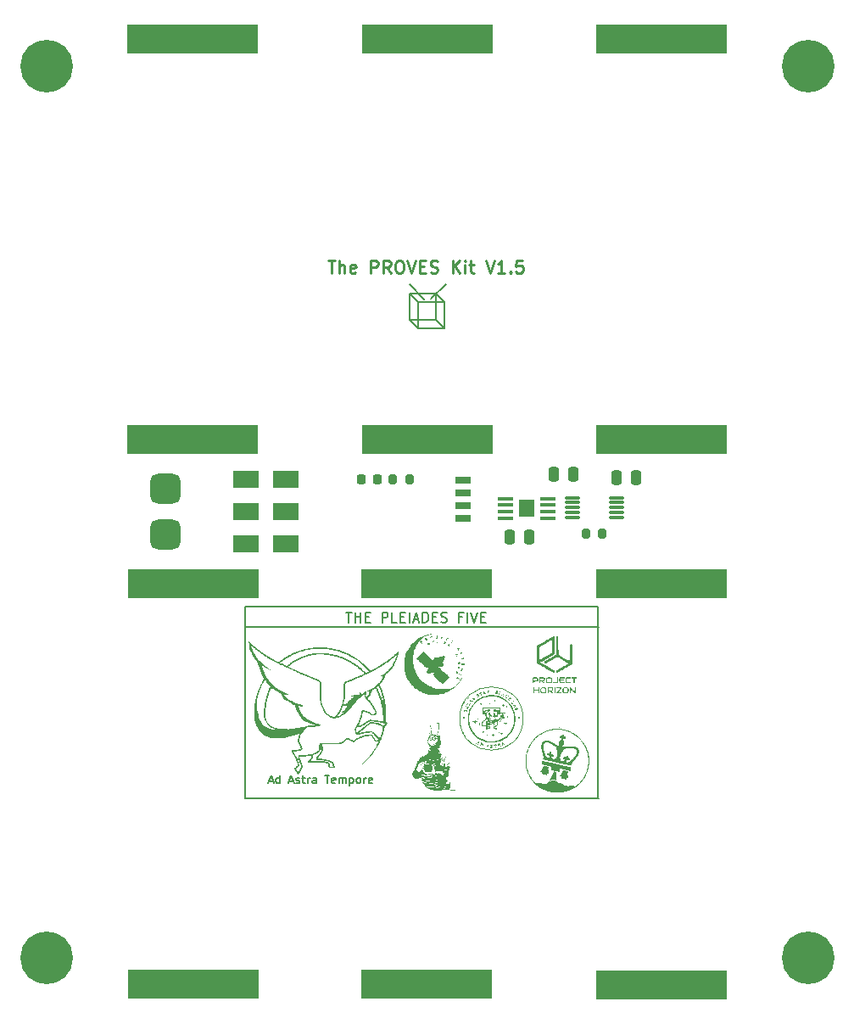
<source format=gbr>
%TF.GenerationSoftware,KiCad,Pcbnew,8.0.2-1*%
%TF.CreationDate,2024-06-12T16:50:45-07:00*%
%TF.ProjectId,solar-panel-NoCutout,736f6c61-722d-4706-916e-656c2d4e6f43,3.0*%
%TF.SameCoordinates,Original*%
%TF.FileFunction,Soldermask,Top*%
%TF.FilePolarity,Negative*%
%FSLAX46Y46*%
G04 Gerber Fmt 4.6, Leading zero omitted, Abs format (unit mm)*
G04 Created by KiCad (PCBNEW 8.0.2-1) date 2024-06-12 16:50:45*
%MOMM*%
%LPD*%
G01*
G04 APERTURE LIST*
G04 Aperture macros list*
%AMRoundRect*
0 Rectangle with rounded corners*
0 $1 Rounding radius*
0 $2 $3 $4 $5 $6 $7 $8 $9 X,Y pos of 4 corners*
0 Add a 4 corners polygon primitive as box body*
4,1,4,$2,$3,$4,$5,$6,$7,$8,$9,$2,$3,0*
0 Add four circle primitives for the rounded corners*
1,1,$1+$1,$2,$3*
1,1,$1+$1,$4,$5*
1,1,$1+$1,$6,$7*
1,1,$1+$1,$8,$9*
0 Add four rect primitives between the rounded corners*
20,1,$1+$1,$2,$3,$4,$5,0*
20,1,$1+$1,$4,$5,$6,$7,0*
20,1,$1+$1,$6,$7,$8,$9,0*
20,1,$1+$1,$8,$9,$2,$3,0*%
G04 Aperture macros list end*
%ADD10C,0.200000*%
%ADD11C,0.150000*%
%ADD12C,0.100000*%
%ADD13C,0.250000*%
%ADD14C,0.000000*%
%ADD15C,5.250000*%
%ADD16RoundRect,0.100000X0.687500X0.100000X-0.687500X0.100000X-0.687500X-0.100000X0.687500X-0.100000X0*%
%ADD17R,1.500000X1.800000*%
%ADD18R,13.000000X3.000000*%
%ADD19RoundRect,0.750000X0.750000X-0.750000X0.750000X0.750000X-0.750000X0.750000X-0.750000X-0.750000X0*%
%ADD20R,2.500000X1.700000*%
%ADD21RoundRect,0.250000X-0.250000X-0.475000X0.250000X-0.475000X0.250000X0.475000X-0.250000X0.475000X0*%
%ADD22RoundRect,0.250000X0.250000X0.475000X-0.250000X0.475000X-0.250000X-0.475000X0.250000X-0.475000X0*%
%ADD23R,1.600000X0.700000*%
%ADD24RoundRect,0.200000X0.200000X0.275000X-0.200000X0.275000X-0.200000X-0.275000X0.200000X-0.275000X0*%
%ADD25RoundRect,0.218750X-0.218750X-0.256250X0.218750X-0.256250X0.218750X0.256250X-0.218750X0.256250X0*%
%ADD26RoundRect,0.075000X-0.650000X-0.075000X0.650000X-0.075000X0.650000X0.075000X-0.650000X0.075000X0*%
G04 APERTURE END LIST*
D10*
X144880000Y-93520000D02*
X146350000Y-92050000D01*
X142700000Y-92950000D02*
X143550000Y-93800000D01*
D11*
X126350000Y-126300000D02*
X161600000Y-126300000D01*
D10*
X144200000Y-93540000D02*
X142720000Y-92060000D01*
D11*
X161575000Y-124200000D02*
X126350000Y-124200000D01*
D10*
X143550000Y-96500000D02*
X146250000Y-96500000D01*
D11*
X161575000Y-143400000D02*
X161575000Y-124200000D01*
X126350000Y-124200000D02*
X126350000Y-143400000D01*
D12*
X154062116Y-135400000D02*
G75*
G02*
X147737884Y-135400000I-3162116J0D01*
G01*
X147737884Y-135400000D02*
G75*
G02*
X154062116Y-135400000I3162116J0D01*
G01*
D10*
X146250000Y-96500000D02*
X146250000Y-93800000D01*
X142700000Y-95650000D02*
X145400000Y-95650000D01*
X146250000Y-93800000D02*
X143550000Y-93800000D01*
X145400000Y-92950000D02*
X146250000Y-93800000D01*
X142700000Y-95650000D02*
X142700000Y-92950000D01*
X143550000Y-93800000D02*
X143550000Y-96500000D01*
X143550000Y-96500000D02*
X142700000Y-95650000D01*
X145400000Y-95650000D02*
X145400000Y-92950000D01*
X145400000Y-95650000D02*
X146250000Y-96500000D01*
X145400000Y-92950000D02*
X142700000Y-92950000D01*
D11*
X126400000Y-143400000D02*
X161600000Y-143400000D01*
D13*
X134583520Y-89684023D02*
X135297806Y-89684023D01*
X134940663Y-90934023D02*
X134940663Y-89684023D01*
X135714473Y-90934023D02*
X135714473Y-89684023D01*
X136250187Y-90934023D02*
X136250187Y-90279261D01*
X136250187Y-90279261D02*
X136190663Y-90160214D01*
X136190663Y-90160214D02*
X136071615Y-90100690D01*
X136071615Y-90100690D02*
X135893044Y-90100690D01*
X135893044Y-90100690D02*
X135773996Y-90160214D01*
X135773996Y-90160214D02*
X135714473Y-90219738D01*
X137321615Y-90874500D02*
X137202567Y-90934023D01*
X137202567Y-90934023D02*
X136964472Y-90934023D01*
X136964472Y-90934023D02*
X136845425Y-90874500D01*
X136845425Y-90874500D02*
X136785901Y-90755452D01*
X136785901Y-90755452D02*
X136785901Y-90279261D01*
X136785901Y-90279261D02*
X136845425Y-90160214D01*
X136845425Y-90160214D02*
X136964472Y-90100690D01*
X136964472Y-90100690D02*
X137202567Y-90100690D01*
X137202567Y-90100690D02*
X137321615Y-90160214D01*
X137321615Y-90160214D02*
X137381139Y-90279261D01*
X137381139Y-90279261D02*
X137381139Y-90398309D01*
X137381139Y-90398309D02*
X136785901Y-90517357D01*
X138869235Y-90934023D02*
X138869235Y-89684023D01*
X138869235Y-89684023D02*
X139345425Y-89684023D01*
X139345425Y-89684023D02*
X139464473Y-89743547D01*
X139464473Y-89743547D02*
X139523996Y-89803071D01*
X139523996Y-89803071D02*
X139583520Y-89922119D01*
X139583520Y-89922119D02*
X139583520Y-90100690D01*
X139583520Y-90100690D02*
X139523996Y-90219738D01*
X139523996Y-90219738D02*
X139464473Y-90279261D01*
X139464473Y-90279261D02*
X139345425Y-90338785D01*
X139345425Y-90338785D02*
X138869235Y-90338785D01*
X140833520Y-90934023D02*
X140416854Y-90338785D01*
X140119235Y-90934023D02*
X140119235Y-89684023D01*
X140119235Y-89684023D02*
X140595425Y-89684023D01*
X140595425Y-89684023D02*
X140714473Y-89743547D01*
X140714473Y-89743547D02*
X140773996Y-89803071D01*
X140773996Y-89803071D02*
X140833520Y-89922119D01*
X140833520Y-89922119D02*
X140833520Y-90100690D01*
X140833520Y-90100690D02*
X140773996Y-90219738D01*
X140773996Y-90219738D02*
X140714473Y-90279261D01*
X140714473Y-90279261D02*
X140595425Y-90338785D01*
X140595425Y-90338785D02*
X140119235Y-90338785D01*
X141607330Y-89684023D02*
X141845425Y-89684023D01*
X141845425Y-89684023D02*
X141964473Y-89743547D01*
X141964473Y-89743547D02*
X142083520Y-89862595D01*
X142083520Y-89862595D02*
X142143044Y-90100690D01*
X142143044Y-90100690D02*
X142143044Y-90517357D01*
X142143044Y-90517357D02*
X142083520Y-90755452D01*
X142083520Y-90755452D02*
X141964473Y-90874500D01*
X141964473Y-90874500D02*
X141845425Y-90934023D01*
X141845425Y-90934023D02*
X141607330Y-90934023D01*
X141607330Y-90934023D02*
X141488282Y-90874500D01*
X141488282Y-90874500D02*
X141369235Y-90755452D01*
X141369235Y-90755452D02*
X141309711Y-90517357D01*
X141309711Y-90517357D02*
X141309711Y-90100690D01*
X141309711Y-90100690D02*
X141369235Y-89862595D01*
X141369235Y-89862595D02*
X141488282Y-89743547D01*
X141488282Y-89743547D02*
X141607330Y-89684023D01*
X142500187Y-89684023D02*
X142916854Y-90934023D01*
X142916854Y-90934023D02*
X143333520Y-89684023D01*
X143750188Y-90279261D02*
X144166854Y-90279261D01*
X144345426Y-90934023D02*
X143750188Y-90934023D01*
X143750188Y-90934023D02*
X143750188Y-89684023D01*
X143750188Y-89684023D02*
X144345426Y-89684023D01*
X144821616Y-90874500D02*
X145000187Y-90934023D01*
X145000187Y-90934023D02*
X145297806Y-90934023D01*
X145297806Y-90934023D02*
X145416854Y-90874500D01*
X145416854Y-90874500D02*
X145476378Y-90814976D01*
X145476378Y-90814976D02*
X145535901Y-90695928D01*
X145535901Y-90695928D02*
X145535901Y-90576880D01*
X145535901Y-90576880D02*
X145476378Y-90457833D01*
X145476378Y-90457833D02*
X145416854Y-90398309D01*
X145416854Y-90398309D02*
X145297806Y-90338785D01*
X145297806Y-90338785D02*
X145059711Y-90279261D01*
X145059711Y-90279261D02*
X144940663Y-90219738D01*
X144940663Y-90219738D02*
X144881140Y-90160214D01*
X144881140Y-90160214D02*
X144821616Y-90041166D01*
X144821616Y-90041166D02*
X144821616Y-89922119D01*
X144821616Y-89922119D02*
X144881140Y-89803071D01*
X144881140Y-89803071D02*
X144940663Y-89743547D01*
X144940663Y-89743547D02*
X145059711Y-89684023D01*
X145059711Y-89684023D02*
X145357330Y-89684023D01*
X145357330Y-89684023D02*
X145535901Y-89743547D01*
X147023997Y-90934023D02*
X147023997Y-89684023D01*
X147738282Y-90934023D02*
X147202568Y-90219738D01*
X147738282Y-89684023D02*
X147023997Y-90398309D01*
X148273997Y-90934023D02*
X148273997Y-90100690D01*
X148273997Y-89684023D02*
X148214473Y-89743547D01*
X148214473Y-89743547D02*
X148273997Y-89803071D01*
X148273997Y-89803071D02*
X148333520Y-89743547D01*
X148333520Y-89743547D02*
X148273997Y-89684023D01*
X148273997Y-89684023D02*
X148273997Y-89803071D01*
X148690663Y-90100690D02*
X149166854Y-90100690D01*
X148869235Y-89684023D02*
X148869235Y-90755452D01*
X148869235Y-90755452D02*
X148928758Y-90874500D01*
X148928758Y-90874500D02*
X149047806Y-90934023D01*
X149047806Y-90934023D02*
X149166854Y-90934023D01*
X150357330Y-89684023D02*
X150773997Y-90934023D01*
X150773997Y-90934023D02*
X151190663Y-89684023D01*
X152262092Y-90934023D02*
X151547807Y-90934023D01*
X151904950Y-90934023D02*
X151904950Y-89684023D01*
X151904950Y-89684023D02*
X151785902Y-89862595D01*
X151785902Y-89862595D02*
X151666854Y-89981642D01*
X151666854Y-89981642D02*
X151547807Y-90041166D01*
X152797807Y-90814976D02*
X152857330Y-90874500D01*
X152857330Y-90874500D02*
X152797807Y-90934023D01*
X152797807Y-90934023D02*
X152738283Y-90874500D01*
X152738283Y-90874500D02*
X152797807Y-90814976D01*
X152797807Y-90814976D02*
X152797807Y-90934023D01*
X153988283Y-89684023D02*
X153393045Y-89684023D01*
X153393045Y-89684023D02*
X153333521Y-90279261D01*
X153333521Y-90279261D02*
X153393045Y-90219738D01*
X153393045Y-90219738D02*
X153512092Y-90160214D01*
X153512092Y-90160214D02*
X153809711Y-90160214D01*
X153809711Y-90160214D02*
X153928759Y-90219738D01*
X153928759Y-90219738D02*
X153988283Y-90279261D01*
X153988283Y-90279261D02*
X154047806Y-90398309D01*
X154047806Y-90398309D02*
X154047806Y-90695928D01*
X154047806Y-90695928D02*
X153988283Y-90814976D01*
X153988283Y-90814976D02*
X153928759Y-90874500D01*
X153928759Y-90874500D02*
X153809711Y-90934023D01*
X153809711Y-90934023D02*
X153512092Y-90934023D01*
X153512092Y-90934023D02*
X153393045Y-90874500D01*
X153393045Y-90874500D02*
X153333521Y-90814976D01*
D11*
X128713094Y-141633723D02*
X129094047Y-141633723D01*
X128636904Y-141862295D02*
X128903571Y-141062295D01*
X128903571Y-141062295D02*
X129170237Y-141862295D01*
X129779761Y-141862295D02*
X129779761Y-141062295D01*
X129779761Y-141824200D02*
X129703570Y-141862295D01*
X129703570Y-141862295D02*
X129551189Y-141862295D01*
X129551189Y-141862295D02*
X129474999Y-141824200D01*
X129474999Y-141824200D02*
X129436904Y-141786104D01*
X129436904Y-141786104D02*
X129398808Y-141709914D01*
X129398808Y-141709914D02*
X129398808Y-141481342D01*
X129398808Y-141481342D02*
X129436904Y-141405152D01*
X129436904Y-141405152D02*
X129474999Y-141367057D01*
X129474999Y-141367057D02*
X129551189Y-141328961D01*
X129551189Y-141328961D02*
X129703570Y-141328961D01*
X129703570Y-141328961D02*
X129779761Y-141367057D01*
X130732142Y-141633723D02*
X131113095Y-141633723D01*
X130655952Y-141862295D02*
X130922619Y-141062295D01*
X130922619Y-141062295D02*
X131189285Y-141862295D01*
X131417856Y-141824200D02*
X131494047Y-141862295D01*
X131494047Y-141862295D02*
X131646428Y-141862295D01*
X131646428Y-141862295D02*
X131722618Y-141824200D01*
X131722618Y-141824200D02*
X131760714Y-141748009D01*
X131760714Y-141748009D02*
X131760714Y-141709914D01*
X131760714Y-141709914D02*
X131722618Y-141633723D01*
X131722618Y-141633723D02*
X131646428Y-141595628D01*
X131646428Y-141595628D02*
X131532142Y-141595628D01*
X131532142Y-141595628D02*
X131455952Y-141557533D01*
X131455952Y-141557533D02*
X131417856Y-141481342D01*
X131417856Y-141481342D02*
X131417856Y-141443247D01*
X131417856Y-141443247D02*
X131455952Y-141367057D01*
X131455952Y-141367057D02*
X131532142Y-141328961D01*
X131532142Y-141328961D02*
X131646428Y-141328961D01*
X131646428Y-141328961D02*
X131722618Y-141367057D01*
X131989285Y-141328961D02*
X132294047Y-141328961D01*
X132103571Y-141062295D02*
X132103571Y-141748009D01*
X132103571Y-141748009D02*
X132141666Y-141824200D01*
X132141666Y-141824200D02*
X132217856Y-141862295D01*
X132217856Y-141862295D02*
X132294047Y-141862295D01*
X132560714Y-141862295D02*
X132560714Y-141328961D01*
X132560714Y-141481342D02*
X132598809Y-141405152D01*
X132598809Y-141405152D02*
X132636904Y-141367057D01*
X132636904Y-141367057D02*
X132713095Y-141328961D01*
X132713095Y-141328961D02*
X132789285Y-141328961D01*
X133398809Y-141862295D02*
X133398809Y-141443247D01*
X133398809Y-141443247D02*
X133360714Y-141367057D01*
X133360714Y-141367057D02*
X133284523Y-141328961D01*
X133284523Y-141328961D02*
X133132142Y-141328961D01*
X133132142Y-141328961D02*
X133055952Y-141367057D01*
X133398809Y-141824200D02*
X133322618Y-141862295D01*
X133322618Y-141862295D02*
X133132142Y-141862295D01*
X133132142Y-141862295D02*
X133055952Y-141824200D01*
X133055952Y-141824200D02*
X133017856Y-141748009D01*
X133017856Y-141748009D02*
X133017856Y-141671819D01*
X133017856Y-141671819D02*
X133055952Y-141595628D01*
X133055952Y-141595628D02*
X133132142Y-141557533D01*
X133132142Y-141557533D02*
X133322618Y-141557533D01*
X133322618Y-141557533D02*
X133398809Y-141519438D01*
X134275000Y-141062295D02*
X134732143Y-141062295D01*
X134503571Y-141862295D02*
X134503571Y-141062295D01*
X135303572Y-141824200D02*
X135227381Y-141862295D01*
X135227381Y-141862295D02*
X135075000Y-141862295D01*
X135075000Y-141862295D02*
X134998810Y-141824200D01*
X134998810Y-141824200D02*
X134960714Y-141748009D01*
X134960714Y-141748009D02*
X134960714Y-141443247D01*
X134960714Y-141443247D02*
X134998810Y-141367057D01*
X134998810Y-141367057D02*
X135075000Y-141328961D01*
X135075000Y-141328961D02*
X135227381Y-141328961D01*
X135227381Y-141328961D02*
X135303572Y-141367057D01*
X135303572Y-141367057D02*
X135341667Y-141443247D01*
X135341667Y-141443247D02*
X135341667Y-141519438D01*
X135341667Y-141519438D02*
X134960714Y-141595628D01*
X135684524Y-141862295D02*
X135684524Y-141328961D01*
X135684524Y-141405152D02*
X135722619Y-141367057D01*
X135722619Y-141367057D02*
X135798809Y-141328961D01*
X135798809Y-141328961D02*
X135913095Y-141328961D01*
X135913095Y-141328961D02*
X135989286Y-141367057D01*
X135989286Y-141367057D02*
X136027381Y-141443247D01*
X136027381Y-141443247D02*
X136027381Y-141862295D01*
X136027381Y-141443247D02*
X136065476Y-141367057D01*
X136065476Y-141367057D02*
X136141667Y-141328961D01*
X136141667Y-141328961D02*
X136255952Y-141328961D01*
X136255952Y-141328961D02*
X136332143Y-141367057D01*
X136332143Y-141367057D02*
X136370238Y-141443247D01*
X136370238Y-141443247D02*
X136370238Y-141862295D01*
X136751191Y-141328961D02*
X136751191Y-142128961D01*
X136751191Y-141367057D02*
X136827381Y-141328961D01*
X136827381Y-141328961D02*
X136979762Y-141328961D01*
X136979762Y-141328961D02*
X137055953Y-141367057D01*
X137055953Y-141367057D02*
X137094048Y-141405152D01*
X137094048Y-141405152D02*
X137132143Y-141481342D01*
X137132143Y-141481342D02*
X137132143Y-141709914D01*
X137132143Y-141709914D02*
X137094048Y-141786104D01*
X137094048Y-141786104D02*
X137055953Y-141824200D01*
X137055953Y-141824200D02*
X136979762Y-141862295D01*
X136979762Y-141862295D02*
X136827381Y-141862295D01*
X136827381Y-141862295D02*
X136751191Y-141824200D01*
X137589286Y-141862295D02*
X137513096Y-141824200D01*
X137513096Y-141824200D02*
X137475001Y-141786104D01*
X137475001Y-141786104D02*
X137436905Y-141709914D01*
X137436905Y-141709914D02*
X137436905Y-141481342D01*
X137436905Y-141481342D02*
X137475001Y-141405152D01*
X137475001Y-141405152D02*
X137513096Y-141367057D01*
X137513096Y-141367057D02*
X137589286Y-141328961D01*
X137589286Y-141328961D02*
X137703572Y-141328961D01*
X137703572Y-141328961D02*
X137779763Y-141367057D01*
X137779763Y-141367057D02*
X137817858Y-141405152D01*
X137817858Y-141405152D02*
X137855953Y-141481342D01*
X137855953Y-141481342D02*
X137855953Y-141709914D01*
X137855953Y-141709914D02*
X137817858Y-141786104D01*
X137817858Y-141786104D02*
X137779763Y-141824200D01*
X137779763Y-141824200D02*
X137703572Y-141862295D01*
X137703572Y-141862295D02*
X137589286Y-141862295D01*
X138198811Y-141862295D02*
X138198811Y-141328961D01*
X138198811Y-141481342D02*
X138236906Y-141405152D01*
X138236906Y-141405152D02*
X138275001Y-141367057D01*
X138275001Y-141367057D02*
X138351192Y-141328961D01*
X138351192Y-141328961D02*
X138427382Y-141328961D01*
X138998811Y-141824200D02*
X138922620Y-141862295D01*
X138922620Y-141862295D02*
X138770239Y-141862295D01*
X138770239Y-141862295D02*
X138694049Y-141824200D01*
X138694049Y-141824200D02*
X138655953Y-141748009D01*
X138655953Y-141748009D02*
X138655953Y-141443247D01*
X138655953Y-141443247D02*
X138694049Y-141367057D01*
X138694049Y-141367057D02*
X138770239Y-141328961D01*
X138770239Y-141328961D02*
X138922620Y-141328961D01*
X138922620Y-141328961D02*
X138998811Y-141367057D01*
X138998811Y-141367057D02*
X139036906Y-141443247D01*
X139036906Y-141443247D02*
X139036906Y-141519438D01*
X139036906Y-141519438D02*
X138655953Y-141595628D01*
X136376190Y-124804819D02*
X136947618Y-124804819D01*
X136661904Y-125804819D02*
X136661904Y-124804819D01*
X137280952Y-125804819D02*
X137280952Y-124804819D01*
X137280952Y-125281009D02*
X137852380Y-125281009D01*
X137852380Y-125804819D02*
X137852380Y-124804819D01*
X138328571Y-125281009D02*
X138661904Y-125281009D01*
X138804761Y-125804819D02*
X138328571Y-125804819D01*
X138328571Y-125804819D02*
X138328571Y-124804819D01*
X138328571Y-124804819D02*
X138804761Y-124804819D01*
X139995238Y-125804819D02*
X139995238Y-124804819D01*
X139995238Y-124804819D02*
X140376190Y-124804819D01*
X140376190Y-124804819D02*
X140471428Y-124852438D01*
X140471428Y-124852438D02*
X140519047Y-124900057D01*
X140519047Y-124900057D02*
X140566666Y-124995295D01*
X140566666Y-124995295D02*
X140566666Y-125138152D01*
X140566666Y-125138152D02*
X140519047Y-125233390D01*
X140519047Y-125233390D02*
X140471428Y-125281009D01*
X140471428Y-125281009D02*
X140376190Y-125328628D01*
X140376190Y-125328628D02*
X139995238Y-125328628D01*
X141471428Y-125804819D02*
X140995238Y-125804819D01*
X140995238Y-125804819D02*
X140995238Y-124804819D01*
X141804762Y-125281009D02*
X142138095Y-125281009D01*
X142280952Y-125804819D02*
X141804762Y-125804819D01*
X141804762Y-125804819D02*
X141804762Y-124804819D01*
X141804762Y-124804819D02*
X142280952Y-124804819D01*
X142709524Y-125804819D02*
X142709524Y-124804819D01*
X143138095Y-125519104D02*
X143614285Y-125519104D01*
X143042857Y-125804819D02*
X143376190Y-124804819D01*
X143376190Y-124804819D02*
X143709523Y-125804819D01*
X144042857Y-125804819D02*
X144042857Y-124804819D01*
X144042857Y-124804819D02*
X144280952Y-124804819D01*
X144280952Y-124804819D02*
X144423809Y-124852438D01*
X144423809Y-124852438D02*
X144519047Y-124947676D01*
X144519047Y-124947676D02*
X144566666Y-125042914D01*
X144566666Y-125042914D02*
X144614285Y-125233390D01*
X144614285Y-125233390D02*
X144614285Y-125376247D01*
X144614285Y-125376247D02*
X144566666Y-125566723D01*
X144566666Y-125566723D02*
X144519047Y-125661961D01*
X144519047Y-125661961D02*
X144423809Y-125757200D01*
X144423809Y-125757200D02*
X144280952Y-125804819D01*
X144280952Y-125804819D02*
X144042857Y-125804819D01*
X145042857Y-125281009D02*
X145376190Y-125281009D01*
X145519047Y-125804819D02*
X145042857Y-125804819D01*
X145042857Y-125804819D02*
X145042857Y-124804819D01*
X145042857Y-124804819D02*
X145519047Y-124804819D01*
X145900000Y-125757200D02*
X146042857Y-125804819D01*
X146042857Y-125804819D02*
X146280952Y-125804819D01*
X146280952Y-125804819D02*
X146376190Y-125757200D01*
X146376190Y-125757200D02*
X146423809Y-125709580D01*
X146423809Y-125709580D02*
X146471428Y-125614342D01*
X146471428Y-125614342D02*
X146471428Y-125519104D01*
X146471428Y-125519104D02*
X146423809Y-125423866D01*
X146423809Y-125423866D02*
X146376190Y-125376247D01*
X146376190Y-125376247D02*
X146280952Y-125328628D01*
X146280952Y-125328628D02*
X146090476Y-125281009D01*
X146090476Y-125281009D02*
X145995238Y-125233390D01*
X145995238Y-125233390D02*
X145947619Y-125185771D01*
X145947619Y-125185771D02*
X145900000Y-125090533D01*
X145900000Y-125090533D02*
X145900000Y-124995295D01*
X145900000Y-124995295D02*
X145947619Y-124900057D01*
X145947619Y-124900057D02*
X145995238Y-124852438D01*
X145995238Y-124852438D02*
X146090476Y-124804819D01*
X146090476Y-124804819D02*
X146328571Y-124804819D01*
X146328571Y-124804819D02*
X146471428Y-124852438D01*
X147995238Y-125281009D02*
X147661905Y-125281009D01*
X147661905Y-125804819D02*
X147661905Y-124804819D01*
X147661905Y-124804819D02*
X148138095Y-124804819D01*
X148519048Y-125804819D02*
X148519048Y-124804819D01*
X148852381Y-124804819D02*
X149185714Y-125804819D01*
X149185714Y-125804819D02*
X149519047Y-124804819D01*
X149852381Y-125281009D02*
X150185714Y-125281009D01*
X150328571Y-125804819D02*
X149852381Y-125804819D01*
X149852381Y-125804819D02*
X149852381Y-124804819D01*
X149852381Y-124804819D02*
X150328571Y-124804819D01*
D14*
%TO.C,G\u002A\u002A\u002A*%
G36*
X143129228Y-140588725D02*
G01*
X143118213Y-140599740D01*
X143107198Y-140588725D01*
X143118213Y-140577710D01*
X143129228Y-140588725D01*
G37*
G36*
X143151257Y-140544666D02*
G01*
X143140243Y-140555681D01*
X143129228Y-140544666D01*
X143140243Y-140533651D01*
X143151257Y-140544666D01*
G37*
G36*
X143173287Y-140500607D02*
G01*
X143162272Y-140511622D01*
X143151257Y-140500607D01*
X143162272Y-140489592D01*
X143173287Y-140500607D01*
G37*
G36*
X143371552Y-140082047D02*
G01*
X143360537Y-140093062D01*
X143349523Y-140082047D01*
X143360537Y-140071032D01*
X143371552Y-140082047D01*
G37*
G36*
X143591847Y-140544666D02*
G01*
X143580832Y-140555681D01*
X143569818Y-140544666D01*
X143580832Y-140533651D01*
X143591847Y-140544666D01*
G37*
G36*
X143613877Y-140434519D02*
G01*
X143602862Y-140445533D01*
X143591847Y-140434519D01*
X143602862Y-140423504D01*
X143613877Y-140434519D01*
G37*
G36*
X143812142Y-140170165D02*
G01*
X143801127Y-140181180D01*
X143790112Y-140170165D01*
X143801127Y-140159150D01*
X143812142Y-140170165D01*
G37*
G36*
X143834171Y-139839723D02*
G01*
X143823157Y-139850737D01*
X143812142Y-139839723D01*
X143823157Y-139828708D01*
X143834171Y-139839723D01*
G37*
G36*
X143856201Y-139288985D02*
G01*
X143845186Y-139300000D01*
X143834171Y-139288985D01*
X143845186Y-139277971D01*
X143856201Y-139288985D01*
G37*
G36*
X143900260Y-139244926D02*
G01*
X143889245Y-139255941D01*
X143878230Y-139244926D01*
X143889245Y-139233912D01*
X143900260Y-139244926D01*
G37*
G36*
X143900260Y-140015958D02*
G01*
X143889245Y-140026973D01*
X143878230Y-140015958D01*
X143889245Y-140004944D01*
X143900260Y-140015958D01*
G37*
G36*
X144010407Y-141646141D02*
G01*
X143999393Y-141657155D01*
X143988378Y-141646141D01*
X143999393Y-141635126D01*
X144010407Y-141646141D01*
G37*
G36*
X144142584Y-141073374D02*
G01*
X144131569Y-141084389D01*
X144120555Y-141073374D01*
X144131569Y-141062359D01*
X144142584Y-141073374D01*
G37*
G36*
X144164614Y-139795664D02*
G01*
X144153599Y-139806678D01*
X144142584Y-139795664D01*
X144153599Y-139784649D01*
X144164614Y-139795664D01*
G37*
G36*
X144208673Y-141359757D02*
G01*
X144197658Y-141370772D01*
X144186643Y-141359757D01*
X144197658Y-141348743D01*
X144208673Y-141359757D01*
G37*
G36*
X144274761Y-141998612D02*
G01*
X144263746Y-142009627D01*
X144252732Y-141998612D01*
X144263746Y-141987598D01*
X144274761Y-141998612D01*
G37*
G36*
X144627233Y-138495924D02*
G01*
X144616218Y-138506939D01*
X144605203Y-138495924D01*
X144616218Y-138484909D01*
X144627233Y-138495924D01*
G37*
G36*
X144649262Y-137041978D02*
G01*
X144638248Y-137052992D01*
X144627233Y-137041978D01*
X144638248Y-137030963D01*
X144649262Y-137041978D01*
G37*
G36*
X144649262Y-138451865D02*
G01*
X144638248Y-138462880D01*
X144627233Y-138451865D01*
X144638248Y-138440850D01*
X144649262Y-138451865D01*
G37*
G36*
X145089852Y-136975889D02*
G01*
X145078837Y-136986904D01*
X145067823Y-136975889D01*
X145078837Y-136964874D01*
X145089852Y-136975889D01*
G37*
G36*
X145111882Y-139509280D02*
G01*
X145100867Y-139520295D01*
X145089852Y-139509280D01*
X145100867Y-139498265D01*
X145111882Y-139509280D01*
G37*
G36*
X145111882Y-140192194D02*
G01*
X145100867Y-140203209D01*
X145089852Y-140192194D01*
X145100867Y-140181180D01*
X145111882Y-140192194D01*
G37*
G36*
X145177970Y-140919167D02*
G01*
X145166955Y-140930182D01*
X145155941Y-140919167D01*
X145166955Y-140908153D01*
X145177970Y-140919167D01*
G37*
G36*
X145398265Y-136689506D02*
G01*
X145387250Y-136700520D01*
X145376236Y-136689506D01*
X145387250Y-136678491D01*
X145398265Y-136689506D01*
G37*
G36*
X145574501Y-139729575D02*
G01*
X145563486Y-139740590D01*
X145552471Y-139729575D01*
X145563486Y-139718560D01*
X145574501Y-139729575D01*
G37*
G36*
X145596530Y-140037988D02*
G01*
X145585516Y-140049003D01*
X145574501Y-140037988D01*
X145585516Y-140026973D01*
X145596530Y-140037988D01*
G37*
G36*
X145706678Y-136843712D02*
G01*
X145695663Y-136854727D01*
X145684648Y-136843712D01*
X145695663Y-136832697D01*
X145706678Y-136843712D01*
G37*
G36*
X145728707Y-140368430D02*
G01*
X145717693Y-140379445D01*
X145706678Y-140368430D01*
X145717693Y-140357416D01*
X145728707Y-140368430D01*
G37*
G36*
X145772766Y-138385776D02*
G01*
X145761752Y-138396791D01*
X145750737Y-138385776D01*
X145761752Y-138374762D01*
X145772766Y-138385776D01*
G37*
G36*
X145772766Y-140985256D02*
G01*
X145761752Y-140996271D01*
X145750737Y-140985256D01*
X145761752Y-140974241D01*
X145772766Y-140985256D01*
G37*
G36*
X145794796Y-136953860D02*
G01*
X145783781Y-136964874D01*
X145772766Y-136953860D01*
X145783781Y-136942845D01*
X145794796Y-136953860D01*
G37*
G36*
X145838855Y-137041978D02*
G01*
X145827840Y-137052992D01*
X145816825Y-137041978D01*
X145827840Y-137030963D01*
X145838855Y-137041978D01*
G37*
G36*
X145904943Y-137240243D02*
G01*
X145893929Y-137251258D01*
X145882914Y-137240243D01*
X145893929Y-137229228D01*
X145904943Y-137240243D01*
G37*
G36*
X145904943Y-137526626D02*
G01*
X145893929Y-137537641D01*
X145882914Y-137526626D01*
X145893929Y-137515612D01*
X145904943Y-137526626D01*
G37*
G36*
X145971032Y-139839723D02*
G01*
X145960017Y-139850737D01*
X145949002Y-139839723D01*
X145960017Y-139828708D01*
X145971032Y-139839723D01*
G37*
G36*
X146015091Y-140082047D02*
G01*
X146004076Y-140093062D01*
X145993061Y-140082047D01*
X146004076Y-140071032D01*
X146015091Y-140082047D01*
G37*
G36*
X146059150Y-139090720D02*
G01*
X146048135Y-139101735D01*
X146037120Y-139090720D01*
X146048135Y-139079705D01*
X146059150Y-139090720D01*
G37*
G36*
X146169297Y-140831050D02*
G01*
X146158282Y-140842064D01*
X146147268Y-140831050D01*
X146158282Y-140820035D01*
X146169297Y-140831050D01*
G37*
G36*
X146257415Y-139134779D02*
G01*
X146246400Y-139145794D01*
X146235386Y-139134779D01*
X146246400Y-139123764D01*
X146257415Y-139134779D01*
G37*
G36*
X146301474Y-139156808D02*
G01*
X146290459Y-139167823D01*
X146279445Y-139156808D01*
X146290459Y-139145794D01*
X146301474Y-139156808D01*
G37*
G36*
X146301474Y-140302342D02*
G01*
X146290459Y-140313357D01*
X146279445Y-140302342D01*
X146290459Y-140291327D01*
X146301474Y-140302342D01*
G37*
G36*
X146433651Y-141866435D02*
G01*
X146422636Y-141877450D01*
X146411622Y-141866435D01*
X146422636Y-141855421D01*
X146433651Y-141866435D01*
G37*
G36*
X146455681Y-139288985D02*
G01*
X146444666Y-139300000D01*
X146433651Y-139288985D01*
X146444666Y-139277971D01*
X146455681Y-139288985D01*
G37*
G36*
X146499739Y-139311015D02*
G01*
X146488725Y-139322030D01*
X146477710Y-139311015D01*
X146488725Y-139300000D01*
X146499739Y-139311015D01*
G37*
G36*
X146631916Y-139795664D02*
G01*
X146620902Y-139806678D01*
X146609887Y-139795664D01*
X146620902Y-139784649D01*
X146631916Y-139795664D01*
G37*
G36*
X146631916Y-141668170D02*
G01*
X146620902Y-141679185D01*
X146609887Y-141668170D01*
X146620902Y-141657155D01*
X146631916Y-141668170D01*
G37*
G36*
X146675975Y-139531310D02*
G01*
X146664961Y-139542324D01*
X146653946Y-139531310D01*
X146664961Y-139520295D01*
X146675975Y-139531310D01*
G37*
G36*
X146698005Y-139575369D02*
G01*
X146686990Y-139586383D01*
X146675975Y-139575369D01*
X146686990Y-139564354D01*
X146698005Y-139575369D01*
G37*
G36*
X146720034Y-139641457D02*
G01*
X146709020Y-139652472D01*
X146698005Y-139641457D01*
X146709020Y-139630442D01*
X146720034Y-139641457D01*
G37*
G36*
X146720034Y-141844406D02*
G01*
X146709020Y-141855421D01*
X146698005Y-141844406D01*
X146709020Y-141833391D01*
X146720034Y-141844406D01*
G37*
G36*
X146764093Y-139971899D02*
G01*
X146753079Y-139982914D01*
X146742064Y-139971899D01*
X146753079Y-139960885D01*
X146764093Y-139971899D01*
G37*
G36*
X146764093Y-140037988D02*
G01*
X146753079Y-140049003D01*
X146742064Y-140037988D01*
X146753079Y-140026973D01*
X146764093Y-140037988D01*
G37*
G36*
X147050477Y-142042671D02*
G01*
X147039462Y-142053686D01*
X147028447Y-142042671D01*
X147039462Y-142031657D01*
X147050477Y-142042671D01*
G37*
G36*
X147072506Y-142395143D02*
G01*
X147061491Y-142406158D01*
X147050477Y-142395143D01*
X147061491Y-142384128D01*
X147072506Y-142395143D01*
G37*
G36*
X147116565Y-142086730D02*
G01*
X147105550Y-142097745D01*
X147094536Y-142086730D01*
X147105550Y-142075716D01*
X147116565Y-142086730D01*
G37*
G36*
X147160624Y-142130789D02*
G01*
X147149609Y-142141804D01*
X147138595Y-142130789D01*
X147149609Y-142119775D01*
X147160624Y-142130789D01*
G37*
G36*
X147204683Y-142174848D02*
G01*
X147193668Y-142185863D01*
X147182654Y-142174848D01*
X147193668Y-142163834D01*
X147204683Y-142174848D01*
G37*
G36*
X143804799Y-140210552D02*
G01*
X143801775Y-140223649D01*
X143790112Y-140225239D01*
X143771980Y-140217178D01*
X143775426Y-140210552D01*
X143801570Y-140207916D01*
X143804799Y-140210552D01*
G37*
G36*
X144025094Y-141686528D02*
G01*
X144027730Y-141712672D01*
X144025094Y-141715901D01*
X144011997Y-141712877D01*
X144010407Y-141701214D01*
X144018468Y-141683082D01*
X144025094Y-141686528D01*
G37*
G36*
X144069153Y-139836051D02*
G01*
X144066129Y-139849147D01*
X144054466Y-139850737D01*
X144036334Y-139842677D01*
X144039780Y-139836051D01*
X144065924Y-139833414D01*
X144069153Y-139836051D01*
G37*
G36*
X144201330Y-139065019D02*
G01*
X144198306Y-139078115D01*
X144186643Y-139079705D01*
X144168510Y-139071645D01*
X144171957Y-139065019D01*
X144198101Y-139062382D01*
X144201330Y-139065019D01*
G37*
G36*
X144553801Y-140871437D02*
G01*
X144550777Y-140884533D01*
X144539115Y-140886123D01*
X144520982Y-140878063D01*
X144524429Y-140871437D01*
X144550573Y-140868800D01*
X144553801Y-140871437D01*
G37*
G36*
X144619890Y-137082365D02*
G01*
X144622526Y-137108509D01*
X144619890Y-137111738D01*
X144606793Y-137108714D01*
X144605203Y-137097051D01*
X144613264Y-137078918D01*
X144619890Y-137082365D01*
G37*
G36*
X145293625Y-136663901D02*
G01*
X145296392Y-136671942D01*
X145266088Y-136675013D01*
X145234814Y-136671551D01*
X145238551Y-136663901D01*
X145283653Y-136660992D01*
X145293625Y-136663901D01*
G37*
G36*
X145523461Y-140793875D02*
G01*
X145526087Y-140828304D01*
X145521722Y-140836098D01*
X145511709Y-140829528D01*
X145510152Y-140807184D01*
X145515532Y-140783678D01*
X145523461Y-140793875D01*
G37*
G36*
X145545128Y-137016276D02*
G01*
X145542104Y-137029373D01*
X145530442Y-137030963D01*
X145512309Y-137022903D01*
X145515756Y-137016276D01*
X145541900Y-137013640D01*
X145545128Y-137016276D01*
G37*
G36*
X146163331Y-139110455D02*
G01*
X146156761Y-139120467D01*
X146134417Y-139122025D01*
X146110911Y-139116645D01*
X146121108Y-139108716D01*
X146155537Y-139106089D01*
X146163331Y-139110455D01*
G37*
G36*
X146250072Y-139858080D02*
G01*
X146252708Y-139884224D01*
X146250072Y-139887453D01*
X146236975Y-139884429D01*
X146235386Y-139872767D01*
X146243446Y-139854634D01*
X146250072Y-139858080D01*
G37*
G36*
X146624573Y-140056346D02*
G01*
X146627210Y-140082490D01*
X146624573Y-140085719D01*
X146611477Y-140082695D01*
X146609887Y-140071032D01*
X146617947Y-140052899D01*
X146624573Y-140056346D01*
G37*
G36*
X146734721Y-139769963D02*
G01*
X146737357Y-139796106D01*
X146734721Y-139799335D01*
X146721624Y-139796311D01*
X146720034Y-139784649D01*
X146728095Y-139766516D01*
X146734721Y-139769963D01*
G37*
G36*
X146734721Y-139902139D02*
G01*
X146737357Y-139928283D01*
X146734721Y-139931512D01*
X146721624Y-139928488D01*
X146720034Y-139916826D01*
X146728095Y-139898693D01*
X146734721Y-139902139D01*
G37*
G36*
X146758127Y-142547055D02*
G01*
X146751557Y-142557068D01*
X146729213Y-142558625D01*
X146705707Y-142553245D01*
X146715904Y-142545316D01*
X146750333Y-142542689D01*
X146758127Y-142547055D01*
G37*
G36*
X146999075Y-141994941D02*
G01*
X146996051Y-142008037D01*
X146984388Y-142009627D01*
X146966255Y-142001567D01*
X146969702Y-141994941D01*
X146995846Y-141992304D01*
X146999075Y-141994941D01*
G37*
G36*
X147241399Y-142215236D02*
G01*
X147238375Y-142228332D01*
X147226713Y-142229922D01*
X147208580Y-142221862D01*
X147212026Y-142215236D01*
X147238170Y-142212599D01*
X147241399Y-142215236D01*
G37*
G36*
X143040439Y-140792008D02*
G01*
X143048712Y-140808070D01*
X143054349Y-140839111D01*
X143039550Y-140833086D01*
X143029189Y-140818569D01*
X143022418Y-140789737D01*
X143025168Y-140784575D01*
X143040439Y-140792008D01*
G37*
G36*
X143588443Y-139595295D02*
G01*
X143611907Y-139615773D01*
X143613877Y-139620728D01*
X143603422Y-139629782D01*
X143581655Y-139609494D01*
X143578729Y-139605009D01*
X143576132Y-139589935D01*
X143588443Y-139595295D01*
G37*
G36*
X143632502Y-140322268D02*
G01*
X143656152Y-140344449D01*
X143651301Y-140357201D01*
X143648221Y-140357416D01*
X143629588Y-140341768D01*
X143622788Y-140331982D01*
X143620191Y-140316908D01*
X143632502Y-140322268D01*
G37*
G36*
X145130507Y-140476474D02*
G01*
X145154157Y-140498655D01*
X145149306Y-140511408D01*
X145146226Y-140511622D01*
X145127593Y-140495975D01*
X145120793Y-140486189D01*
X145118196Y-140471114D01*
X145130507Y-140476474D01*
G37*
G36*
X146738660Y-141776214D02*
G01*
X146762124Y-141796692D01*
X146764093Y-141801647D01*
X146753639Y-141810702D01*
X146731872Y-141790413D01*
X146728945Y-141785929D01*
X146726349Y-141770854D01*
X146738660Y-141776214D01*
G37*
G36*
X146877583Y-141914853D02*
G01*
X146896270Y-141932524D01*
X146915090Y-141960774D01*
X146902261Y-141960460D01*
X146861929Y-141933225D01*
X146838486Y-141909112D01*
X146844007Y-141900180D01*
X146877583Y-141914853D01*
G37*
G36*
X147311427Y-142371010D02*
G01*
X147335076Y-142393191D01*
X147330225Y-142405944D01*
X147327145Y-142406158D01*
X147308513Y-142390511D01*
X147301712Y-142380725D01*
X147299116Y-142365650D01*
X147311427Y-142371010D01*
G37*
G36*
X147398198Y-142483974D02*
G01*
X147376224Y-142508658D01*
X147356721Y-142516305D01*
X147350964Y-142503650D01*
X147363528Y-142485483D01*
X147390412Y-142463213D01*
X147399647Y-142461988D01*
X147398198Y-142483974D01*
G37*
G36*
X143625452Y-140144034D02*
G01*
X143641413Y-140156340D01*
X143671923Y-140183516D01*
X143679965Y-140194892D01*
X143669249Y-140201486D01*
X143639964Y-140173187D01*
X143633096Y-140164658D01*
X143614044Y-140138564D01*
X143625452Y-140144034D01*
G37*
G36*
X143628995Y-140239469D02*
G01*
X143624891Y-140247268D01*
X143604135Y-140268306D01*
X143600262Y-140269298D01*
X143598759Y-140255068D01*
X143602862Y-140247268D01*
X143623618Y-140226230D01*
X143627491Y-140225239D01*
X143628995Y-140239469D01*
G37*
G36*
X143783201Y-140525852D02*
G01*
X143779098Y-140533651D01*
X143758341Y-140554690D01*
X143754468Y-140555681D01*
X143752965Y-140541451D01*
X143757068Y-140533651D01*
X143777825Y-140512613D01*
X143781698Y-140511622D01*
X143783201Y-140525852D01*
G37*
G36*
X144773954Y-136868300D02*
G01*
X144770425Y-136876756D01*
X144741242Y-136897963D01*
X144734780Y-136898786D01*
X144722837Y-136885213D01*
X144726366Y-136876756D01*
X144755548Y-136855549D01*
X144762010Y-136854727D01*
X144773954Y-136868300D01*
G37*
G36*
X145198991Y-140682792D02*
G01*
X145189891Y-140708422D01*
X145157604Y-140728701D01*
X145138118Y-140731216D01*
X145114946Y-140727338D01*
X145126584Y-140711520D01*
X145143318Y-140698400D01*
X145182355Y-140676728D01*
X145198991Y-140682792D01*
G37*
G36*
X145787884Y-138146667D02*
G01*
X145783781Y-138154467D01*
X145763025Y-138175505D01*
X145759151Y-138176496D01*
X145757648Y-138162266D01*
X145761752Y-138154467D01*
X145782508Y-138133428D01*
X145786381Y-138132437D01*
X145787884Y-138146667D01*
G37*
G36*
X145897090Y-137319485D02*
G01*
X145898180Y-137323273D01*
X145901405Y-137371260D01*
X145897364Y-137389361D01*
X145890132Y-137390094D01*
X145887178Y-137355607D01*
X145887208Y-137350390D01*
X145890385Y-137316224D01*
X145897090Y-137319485D01*
G37*
G36*
X145898494Y-139669251D02*
G01*
X145902041Y-139726652D01*
X145898050Y-139757369D01*
X145892095Y-139762518D01*
X145888754Y-139730883D01*
X145888469Y-139707546D01*
X145890638Y-139664884D01*
X145895614Y-139658411D01*
X145898494Y-139669251D01*
G37*
G36*
X146359990Y-139930322D02*
G01*
X146356548Y-139938855D01*
X146336752Y-139959871D01*
X146333218Y-139960885D01*
X146323756Y-139943841D01*
X146323504Y-139938855D01*
X146340439Y-139917672D01*
X146346833Y-139916826D01*
X146359990Y-139930322D01*
G37*
G36*
X146364393Y-139756599D02*
G01*
X146367563Y-139772334D01*
X146356061Y-139802475D01*
X146345533Y-139806678D01*
X146324134Y-139790867D01*
X146323504Y-139785949D01*
X146339517Y-139756114D01*
X146345533Y-139751605D01*
X146364393Y-139756599D01*
G37*
G36*
X144842405Y-137335255D02*
G01*
X144847013Y-137375266D01*
X144840575Y-137416802D01*
X144827084Y-137437528D01*
X144805443Y-137430290D01*
X144792618Y-137405981D01*
X144788617Y-137353629D01*
X144809798Y-137321519D01*
X144826798Y-137317346D01*
X144842405Y-137335255D01*
G37*
G36*
X145237323Y-137329593D02*
G01*
X145238062Y-137373368D01*
X145237916Y-137374467D01*
X145223075Y-137422393D01*
X145202131Y-137445141D01*
X145182752Y-137435971D01*
X145181783Y-137393042D01*
X145196250Y-137345107D01*
X145217568Y-137322368D01*
X145237323Y-137329593D01*
G37*
G36*
X146015091Y-139861752D02*
G01*
X146032641Y-139925402D01*
X146032610Y-139982469D01*
X146015091Y-140015958D01*
X146001535Y-140005329D01*
X145994959Y-139956619D01*
X145994610Y-139923633D01*
X145997347Y-139864347D01*
X146003994Y-139845434D01*
X146015091Y-139861752D01*
G37*
G36*
X146399199Y-139557508D02*
G01*
X146391976Y-139593013D01*
X146386920Y-139608916D01*
X146364531Y-139668743D01*
X146350382Y-139694615D01*
X146346950Y-139684004D01*
X146355008Y-139641457D01*
X146372740Y-139587334D01*
X146391750Y-139553842D01*
X146399199Y-139557508D01*
G37*
G36*
X146627812Y-139607668D02*
G01*
X146645537Y-139637897D01*
X146666272Y-139683300D01*
X146670754Y-139708921D01*
X146670263Y-139709586D01*
X146655906Y-139699048D01*
X146635495Y-139662543D01*
X146614761Y-139610657D01*
X146612664Y-139591227D01*
X146627812Y-139607668D01*
G37*
G36*
X144124724Y-139125884D02*
G01*
X144093701Y-139161867D01*
X144087424Y-139167905D01*
X144051393Y-139196226D01*
X144033033Y-139199846D01*
X144032437Y-139197107D01*
X144046016Y-139168671D01*
X144076934Y-139134884D01*
X144110459Y-139109360D01*
X144131618Y-139105454D01*
X144124724Y-139125884D01*
G37*
G36*
X147429555Y-142373813D02*
G01*
X147430485Y-142374165D01*
X147463841Y-142394573D01*
X147460961Y-142424614D01*
X147444592Y-142450217D01*
X147427482Y-142471103D01*
X147430106Y-142454094D01*
X147432193Y-142447394D01*
X147428673Y-142402281D01*
X147417749Y-142385508D01*
X147405548Y-142368191D01*
X147429555Y-142373813D01*
G37*
G36*
X143645902Y-140488383D02*
G01*
X143651549Y-140491752D01*
X143681541Y-140518786D01*
X143676594Y-140535735D01*
X143668430Y-140553396D01*
X143682980Y-140562290D01*
X143694461Y-140572396D01*
X143672101Y-140575971D01*
X143642348Y-140565974D01*
X143642842Y-140547351D01*
X143639684Y-140506668D01*
X143628677Y-140489686D01*
X143620185Y-140476000D01*
X143645902Y-140488383D01*
G37*
G36*
X146006122Y-139473473D02*
G01*
X146001022Y-139533051D01*
X145999977Y-139542324D01*
X145988887Y-139623125D01*
X145977184Y-139684520D01*
X145966706Y-139721609D01*
X145959290Y-139729492D01*
X145956772Y-139703267D01*
X145959984Y-139649015D01*
X145969919Y-139569706D01*
X145983530Y-139501319D01*
X145992389Y-139472779D01*
X146003344Y-139454287D01*
X146006122Y-139473473D01*
G37*
G36*
X147270772Y-142261040D02*
G01*
X147321231Y-142279958D01*
X147342367Y-142287551D01*
X147372122Y-142310992D01*
X147380327Y-142341473D01*
X147363883Y-142361024D01*
X147355218Y-142362099D01*
X147340624Y-142353056D01*
X147344381Y-142347235D01*
X147338621Y-142326400D01*
X147304980Y-142294899D01*
X147298486Y-142290249D01*
X147267090Y-142266099D01*
X147266023Y-142259454D01*
X147270772Y-142261040D01*
G37*
G36*
X145230368Y-140759448D02*
G01*
X145212251Y-140803798D01*
X145185763Y-140850002D01*
X145159854Y-140881300D01*
X145149775Y-140886123D01*
X145144972Y-140872892D01*
X145163541Y-140845837D01*
X145193295Y-140805744D01*
X145197476Y-140783726D01*
X145174879Y-140787479D01*
X145172463Y-140788794D01*
X145164334Y-140787490D01*
X145182953Y-140763868D01*
X145214943Y-140737076D01*
X145231165Y-140733710D01*
X145230368Y-140759448D01*
G37*
G36*
X147282123Y-142508468D02*
G01*
X147304099Y-142528554D01*
X147296126Y-142543821D01*
X147266987Y-142553789D01*
X147207017Y-142562885D01*
X147126692Y-142570591D01*
X147036491Y-142576390D01*
X146946888Y-142579765D01*
X146868362Y-142580200D01*
X146811388Y-142577176D01*
X146786443Y-142570178D01*
X146786098Y-142568991D01*
X146806013Y-142559230D01*
X146857622Y-142554122D01*
X146912768Y-142554311D01*
X147008004Y-142555100D01*
X147099548Y-142550830D01*
X147178078Y-142542587D01*
X147234270Y-142531457D01*
X147258803Y-142518527D01*
X147258363Y-142514051D01*
X147264115Y-142504129D01*
X147282123Y-142508468D01*
G37*
G36*
X145654855Y-135834433D02*
G01*
X145671179Y-135858654D01*
X145705730Y-135948456D01*
X145721561Y-136053375D01*
X145719502Y-136183024D01*
X145708371Y-136289712D01*
X145681475Y-136461457D01*
X145648866Y-136609801D01*
X145612308Y-136728035D01*
X145573567Y-136809446D01*
X145570494Y-136814069D01*
X145541506Y-136873479D01*
X145530442Y-136927367D01*
X145518795Y-136970615D01*
X145492452Y-136996334D01*
X145464309Y-136996138D01*
X145451396Y-136978769D01*
X145454515Y-136953860D01*
X145464354Y-136953860D01*
X145475368Y-136964874D01*
X145486383Y-136953860D01*
X145475368Y-136942845D01*
X145464354Y-136953860D01*
X145454515Y-136953860D01*
X145455517Y-136945862D01*
X145476264Y-136888914D01*
X145507395Y-136821543D01*
X145542666Y-136757367D01*
X145573150Y-136713163D01*
X145598349Y-136660944D01*
X145620058Y-136575484D01*
X145637153Y-136467540D01*
X145648512Y-136347868D01*
X145653010Y-136227222D01*
X145649524Y-136116359D01*
X145642132Y-136052720D01*
X145623859Y-135962533D01*
X145662619Y-135962533D01*
X145673634Y-135973547D01*
X145684648Y-135962533D01*
X145673634Y-135951518D01*
X145662619Y-135962533D01*
X145623859Y-135962533D01*
X145622665Y-135956642D01*
X145600649Y-135899693D01*
X145572552Y-135876954D01*
X145534847Y-135883507D01*
X145524400Y-135888663D01*
X145473816Y-135900708D01*
X145446110Y-135896504D01*
X145424778Y-135882929D01*
X145434759Y-135862920D01*
X145446813Y-135852385D01*
X145464354Y-135852385D01*
X145475368Y-135863400D01*
X145486383Y-135852385D01*
X145475368Y-135841370D01*
X145464354Y-135852385D01*
X145446813Y-135852385D01*
X145461287Y-135839734D01*
X145532206Y-135801966D01*
X145600181Y-135800511D01*
X145654855Y-135834433D01*
G37*
G36*
X144792454Y-136053699D02*
G01*
X144821735Y-136081622D01*
X144825498Y-136097400D01*
X144835712Y-136132358D01*
X144862151Y-136190885D01*
X144890007Y-136243742D01*
X144945779Y-136360805D01*
X144969632Y-136461019D01*
X144963382Y-136555872D01*
X144947862Y-136609665D01*
X144927483Y-136684541D01*
X144915895Y-136762910D01*
X144913215Y-136834258D01*
X144919559Y-136888069D01*
X144935043Y-136913828D01*
X144944490Y-136913682D01*
X144974797Y-136921046D01*
X144986091Y-136942858D01*
X145012621Y-136972544D01*
X145065626Y-137000184D01*
X145127716Y-137019627D01*
X145181500Y-137024722D01*
X145201473Y-137019038D01*
X145234587Y-137019939D01*
X145260267Y-137034574D01*
X145284382Y-137050764D01*
X145280032Y-137036470D01*
X145270393Y-137010497D01*
X145287997Y-137013010D01*
X145328687Y-137041592D01*
X145388304Y-137093824D01*
X145403759Y-137108452D01*
X145457917Y-137158860D01*
X145486119Y-137180047D01*
X145493058Y-137174444D01*
X145485984Y-137151077D01*
X145466908Y-137089847D01*
X145470790Y-137065805D01*
X145498007Y-137078306D01*
X145518208Y-137095905D01*
X145573908Y-137132326D01*
X145626265Y-137132895D01*
X145664751Y-137127917D01*
X145672405Y-137146801D01*
X145668594Y-137164700D01*
X145652841Y-137194581D01*
X145633234Y-137186625D01*
X145603258Y-137166539D01*
X145582330Y-137165790D01*
X145584258Y-137183133D01*
X145590659Y-137213663D01*
X145596018Y-137275500D01*
X145599270Y-137355892D01*
X145599445Y-137364877D01*
X145604550Y-137444643D01*
X145614221Y-137481743D01*
X145625317Y-137476889D01*
X145634693Y-137430794D01*
X145639041Y-137355898D01*
X145645107Y-137295328D01*
X145657826Y-137275753D01*
X145673569Y-137295326D01*
X145688712Y-137352199D01*
X145693619Y-137383703D01*
X145705070Y-137456030D01*
X145717529Y-137514439D01*
X145722980Y-137532402D01*
X145735365Y-137553795D01*
X145746556Y-137537046D01*
X145753034Y-137515612D01*
X145768912Y-137424947D01*
X145765019Y-137348195D01*
X145742184Y-137297758D01*
X145738191Y-137294046D01*
X145714391Y-137248857D01*
X145718216Y-137219752D01*
X145729095Y-137178454D01*
X145738012Y-137123876D01*
X145747124Y-137042148D01*
X145749293Y-137019948D01*
X145754303Y-136993435D01*
X145764586Y-137004691D01*
X145775838Y-137030963D01*
X145788058Y-137091872D01*
X145786236Y-137161348D01*
X145786173Y-137161747D01*
X145783689Y-137220018D01*
X145793666Y-137260634D01*
X145795283Y-137262859D01*
X145806078Y-137296036D01*
X145815204Y-137360303D01*
X145820909Y-137442693D01*
X145821359Y-137455754D01*
X145825746Y-137542703D01*
X145833195Y-137590821D01*
X145844806Y-137605293D01*
X145852323Y-137601693D01*
X145868472Y-137599314D01*
X145875182Y-137631286D01*
X145875096Y-137677874D01*
X145869936Y-137733981D01*
X145860540Y-137763923D01*
X145855377Y-137765472D01*
X145841086Y-137773693D01*
X145838855Y-137789332D01*
X145824604Y-137825221D01*
X145788772Y-137875227D01*
X145770986Y-137895273D01*
X145703117Y-137967216D01*
X145716392Y-137890469D01*
X145729667Y-137813721D01*
X145619547Y-137922185D01*
X145566493Y-137976756D01*
X145530245Y-138018552D01*
X145518089Y-138039120D01*
X145518366Y-138039587D01*
X145537192Y-138030540D01*
X145574755Y-137997414D01*
X145596987Y-137974826D01*
X145634782Y-137939289D01*
X145654585Y-137929673D01*
X145655003Y-137937901D01*
X145661311Y-137962745D01*
X145693607Y-137969355D01*
X145738896Y-137960032D01*
X145784185Y-137937077D01*
X145811903Y-137910130D01*
X145837979Y-137878825D01*
X145855091Y-137882821D01*
X145865280Y-137898750D01*
X145869881Y-137940952D01*
X145847202Y-137973030D01*
X145814503Y-137998145D01*
X145798205Y-138000260D01*
X145783283Y-138006818D01*
X145777252Y-138019849D01*
X145779396Y-138039332D01*
X145791686Y-138035227D01*
X145807597Y-138035305D01*
X145804346Y-138051206D01*
X145776238Y-138084042D01*
X145742039Y-138105344D01*
X145701652Y-138141951D01*
X145696349Y-138179924D01*
X145708767Y-138217419D01*
X145725865Y-138226063D01*
X145749247Y-138232571D01*
X145750737Y-138238263D01*
X145735199Y-138265763D01*
X145697240Y-138307420D01*
X145649841Y-138351163D01*
X145605981Y-138384921D01*
X145580260Y-138396791D01*
X145548336Y-138409063D01*
X145544860Y-138413313D01*
X145557933Y-138421613D01*
X145602750Y-138423671D01*
X145631677Y-138422110D01*
X145699477Y-138422149D01*
X145727936Y-138435794D01*
X145728707Y-138439932D01*
X145716844Y-138456238D01*
X145709622Y-138453684D01*
X145682627Y-138459231D01*
X145651134Y-138485429D01*
X145628872Y-138516945D01*
X145631668Y-138529305D01*
X145633822Y-138538757D01*
X145618560Y-138550997D01*
X145607436Y-138565089D01*
X145633793Y-138571648D01*
X145668126Y-138572690D01*
X145723884Y-138577386D01*
X145747398Y-138594739D01*
X145750737Y-138615316D01*
X145737419Y-138646739D01*
X145692601Y-138674632D01*
X145640589Y-138694189D01*
X145578973Y-138716297D01*
X145538997Y-138733792D01*
X145530442Y-138740307D01*
X145549162Y-138748704D01*
X145596138Y-138746571D01*
X145657595Y-138736588D01*
X145719757Y-138721438D01*
X145768848Y-138703800D01*
X145789288Y-138689929D01*
X145810695Y-138669356D01*
X145816825Y-138675124D01*
X145800221Y-138706984D01*
X145760107Y-138747815D01*
X145711026Y-138784387D01*
X145679141Y-138800363D01*
X145644304Y-138822428D01*
X145650439Y-138844989D01*
X145694934Y-138862090D01*
X145707129Y-138864176D01*
X145775643Y-138860126D01*
X145820517Y-138841127D01*
X145853497Y-138820997D01*
X145861535Y-138832540D01*
X145856065Y-138867432D01*
X145853940Y-138914754D01*
X145863839Y-138938339D01*
X145879144Y-138929368D01*
X145885169Y-138899262D01*
X145888284Y-138871016D01*
X145895419Y-138881936D01*
X145904473Y-138914484D01*
X145921643Y-138973958D01*
X145936369Y-139015866D01*
X145931402Y-139055540D01*
X145897169Y-139086571D01*
X145847215Y-139129228D01*
X145797749Y-139185834D01*
X145793615Y-139191512D01*
X145763137Y-139235553D01*
X145757949Y-139250519D01*
X145777553Y-139243060D01*
X145790254Y-139236343D01*
X145832171Y-139208173D01*
X145849870Y-139189853D01*
X145878759Y-139163522D01*
X145911678Y-139143630D01*
X145925034Y-139141549D01*
X145907559Y-139162377D01*
X145880545Y-139186587D01*
X145835459Y-139231771D01*
X145801509Y-139285731D01*
X145774359Y-139358609D01*
X145749674Y-139460545D01*
X145737895Y-139520295D01*
X145723353Y-139597398D01*
X145793163Y-139520295D01*
X145849710Y-139453438D01*
X145909896Y-139375880D01*
X145930735Y-139347155D01*
X145976370Y-139290065D01*
X146005613Y-139271996D01*
X146015345Y-139278382D01*
X146043738Y-139294469D01*
X146056434Y-139290663D01*
X146071622Y-139291313D01*
X146067555Y-139309871D01*
X146044144Y-139339770D01*
X146031327Y-139344059D01*
X146003913Y-139358682D01*
X145958821Y-139396138D01*
X145927130Y-139426781D01*
X145891291Y-139464702D01*
X145867364Y-139498025D01*
X145852191Y-139537225D01*
X145842609Y-139592780D01*
X145835459Y-139675166D01*
X145830730Y-139746342D01*
X145824852Y-139874276D01*
X145826585Y-139963759D01*
X145836115Y-140019767D01*
X145841449Y-140032614D01*
X145878319Y-140085638D01*
X145911318Y-140101434D01*
X145930767Y-140086922D01*
X145949052Y-140082264D01*
X145968504Y-140115621D01*
X145984376Y-140146158D01*
X145991665Y-140142628D01*
X145999826Y-140113138D01*
X146015969Y-140119520D01*
X146035110Y-140155537D01*
X146052269Y-140214951D01*
X146053249Y-140219731D01*
X146066219Y-140281195D01*
X146075588Y-140304149D01*
X146086336Y-140293296D01*
X146099346Y-140263264D01*
X146113251Y-140200552D01*
X146106397Y-140119544D01*
X146101167Y-140093138D01*
X146089300Y-139997401D01*
X146086397Y-139876459D01*
X146091832Y-139748110D01*
X146104977Y-139630153D01*
X146120007Y-139557437D01*
X146142392Y-139498917D01*
X146177618Y-139430291D01*
X146219722Y-139360458D01*
X146262744Y-139298320D01*
X146300722Y-139252778D01*
X146327696Y-139232732D01*
X146335556Y-139235590D01*
X146336190Y-139267014D01*
X146328072Y-139275147D01*
X146300015Y-139307979D01*
X146264508Y-139370507D01*
X146227251Y-139450376D01*
X146193939Y-139535230D01*
X146170270Y-139612714D01*
X146168089Y-139622093D01*
X146156306Y-139702139D01*
X146159900Y-139782608D01*
X146176856Y-139872767D01*
X146195069Y-139946261D01*
X146208316Y-139980814D01*
X146218916Y-139980938D01*
X146224961Y-139966392D01*
X146246502Y-139923964D01*
X146266540Y-139923122D01*
X146278435Y-139961693D01*
X146279445Y-139984214D01*
X146284547Y-140027364D01*
X146296934Y-140040685D01*
X146297990Y-140040141D01*
X146307497Y-140052984D01*
X146311690Y-140098339D01*
X146310947Y-140138074D01*
X146310867Y-140205992D01*
X146320249Y-140234611D01*
X146330953Y-140234442D01*
X146334425Y-140236873D01*
X146309095Y-140260032D01*
X146303985Y-140264234D01*
X146273294Y-140297964D01*
X146272699Y-140320152D01*
X146273504Y-140320700D01*
X146303325Y-140317064D01*
X146330733Y-140295510D01*
X146356430Y-140257800D01*
X146390006Y-140197210D01*
X146424197Y-140128449D01*
X146451742Y-140066230D01*
X146465378Y-140025261D01*
X146465766Y-140022012D01*
X146469778Y-140015958D01*
X146477710Y-140015958D01*
X146488725Y-140026973D01*
X146499739Y-140015958D01*
X146488725Y-140004944D01*
X146477710Y-140015958D01*
X146469778Y-140015958D01*
X146481231Y-139998676D01*
X146519061Y-139958763D01*
X146538291Y-139940643D01*
X146582158Y-139894889D01*
X146607446Y-139857502D01*
X146609887Y-139848308D01*
X146618874Y-139832803D01*
X146625264Y-139836742D01*
X146645547Y-139831819D01*
X146668543Y-139801862D01*
X146688858Y-139773146D01*
X146697224Y-139775836D01*
X146685221Y-139805852D01*
X146653581Y-139856737D01*
X146626409Y-139894477D01*
X146545704Y-140005664D01*
X146495039Y-140086670D01*
X146474590Y-140137107D01*
X146484533Y-140156588D01*
X146509052Y-140151837D01*
X146530476Y-140153455D01*
X146531543Y-140187917D01*
X146529998Y-140197135D01*
X146525624Y-140236099D01*
X146538639Y-140238763D01*
X146559238Y-140224477D01*
X146600465Y-140190599D01*
X146654537Y-140142991D01*
X146670468Y-140128441D01*
X146713336Y-140093324D01*
X146739906Y-140080036D01*
X146743900Y-140083233D01*
X146748879Y-140119527D01*
X146755448Y-140159150D01*
X146764051Y-140257932D01*
X146748024Y-140333272D01*
X146729359Y-140367918D01*
X146708404Y-140413701D01*
X146708421Y-140444565D01*
X146707043Y-140465529D01*
X146698339Y-140467563D01*
X146678142Y-140484432D01*
X146677620Y-140495100D01*
X146679256Y-140539732D01*
X146678248Y-140566696D01*
X146672697Y-140595743D01*
X146658108Y-140583969D01*
X146653946Y-140577710D01*
X146636261Y-140560775D01*
X146632254Y-140570903D01*
X146645119Y-140604226D01*
X146650273Y-140608485D01*
X146659911Y-140635785D01*
X146658716Y-140687011D01*
X146657985Y-140692352D01*
X146649465Y-140737177D01*
X146640501Y-140742397D01*
X146630162Y-140720859D01*
X146616796Y-140694362D01*
X146611629Y-140708991D01*
X146611435Y-140712704D01*
X146618452Y-140756565D01*
X146637642Y-140815998D01*
X146640390Y-140822852D01*
X146655545Y-140884306D01*
X146659652Y-140955820D01*
X146653142Y-141020250D01*
X146636445Y-141060452D01*
X146634380Y-141062359D01*
X146615790Y-141087978D01*
X146589237Y-141134925D01*
X146587857Y-141137594D01*
X146534807Y-141197833D01*
X146477710Y-141227796D01*
X146423019Y-141254088D01*
X146403525Y-141288034D01*
X146403203Y-141300761D01*
X146398060Y-141332933D01*
X146386681Y-141335929D01*
X146369352Y-141341407D01*
X146367563Y-141352083D01*
X146352514Y-141379120D01*
X146312374Y-141427104D01*
X146254650Y-141487345D01*
X146229878Y-141511442D01*
X146174483Y-141565584D01*
X146140184Y-141601746D01*
X146131373Y-141615128D01*
X146138394Y-141611442D01*
X146203697Y-141561931D01*
X146208162Y-141558023D01*
X146455681Y-141558023D01*
X146466695Y-141569037D01*
X146477710Y-141558023D01*
X146466695Y-141547008D01*
X146455681Y-141558023D01*
X146208162Y-141558023D01*
X146271576Y-141502525D01*
X146329261Y-141445104D01*
X146363983Y-141401551D01*
X146364000Y-141401522D01*
X146382730Y-141378671D01*
X146388922Y-141385108D01*
X146402502Y-141413790D01*
X146437478Y-141464720D01*
X146486308Y-141526923D01*
X146486801Y-141527517D01*
X146584009Y-141644576D01*
X146476559Y-141705944D01*
X146399029Y-141757409D01*
X146350336Y-141804901D01*
X146334096Y-141843541D01*
X146353928Y-141868448D01*
X146355598Y-141869119D01*
X146385346Y-141891198D01*
X146389592Y-141902766D01*
X146403119Y-141935024D01*
X146416860Y-141952559D01*
X146444086Y-141969844D01*
X146479323Y-141958202D01*
X146494650Y-141948645D01*
X146540235Y-141924750D01*
X146557197Y-141928948D01*
X146546506Y-141956688D01*
X146509131Y-142003422D01*
X146475757Y-142037296D01*
X146405133Y-142095868D01*
X146314324Y-142159134D01*
X146224122Y-142212761D01*
X146158734Y-142250149D01*
X146118312Y-142278524D01*
X146108996Y-142293326D01*
X146114223Y-142294456D01*
X146160497Y-142287588D01*
X146221651Y-142270643D01*
X146284484Y-142248456D01*
X146335796Y-142225863D01*
X146362388Y-142207700D01*
X146363371Y-142203185D01*
X146367665Y-142196878D01*
X146455681Y-142196878D01*
X146466695Y-142207893D01*
X146477710Y-142196878D01*
X146466695Y-142185863D01*
X146455681Y-142196878D01*
X146367665Y-142196878D01*
X146376592Y-142183767D01*
X146400211Y-142162399D01*
X146615288Y-142162399D01*
X146618301Y-142163834D01*
X146638405Y-142148325D01*
X146642931Y-142141804D01*
X146648545Y-142121209D01*
X146645531Y-142119775D01*
X146625428Y-142135283D01*
X146620902Y-142141804D01*
X146615288Y-142162399D01*
X146400211Y-142162399D01*
X146417774Y-142146510D01*
X146478690Y-142098710D01*
X146493578Y-142087754D01*
X146523143Y-142064701D01*
X146675975Y-142064701D01*
X146686990Y-142075716D01*
X146698005Y-142064701D01*
X146686990Y-142053686D01*
X146675975Y-142064701D01*
X146523143Y-142064701D01*
X146565510Y-142031665D01*
X146626745Y-141977239D01*
X146664951Y-141935506D01*
X146666840Y-141932747D01*
X146697727Y-141893421D01*
X146720211Y-141877450D01*
X146744025Y-141895276D01*
X146752961Y-141934701D01*
X146743084Y-141974645D01*
X146739328Y-141979879D01*
X146726076Y-142001470D01*
X146748007Y-141997500D01*
X146750481Y-141996561D01*
X146774410Y-141975827D01*
X146778360Y-141932021D01*
X146774651Y-141902431D01*
X146762142Y-141822377D01*
X146798234Y-141899480D01*
X146817500Y-141949823D01*
X146823606Y-142000359D01*
X146817374Y-142067747D01*
X146809013Y-142117874D01*
X146790337Y-142206079D01*
X146768124Y-142288543D01*
X146752014Y-142335002D01*
X146734756Y-142390416D01*
X146732856Y-142429751D01*
X146734599Y-142433931D01*
X146734610Y-142446677D01*
X146725746Y-142442732D01*
X146699361Y-142446425D01*
X146690536Y-142459935D01*
X146693891Y-142494483D01*
X146704750Y-142503999D01*
X146705398Y-142509213D01*
X146671632Y-142505015D01*
X146667050Y-142504145D01*
X146615917Y-142502474D01*
X146588221Y-142515717D01*
X146555808Y-142528602D01*
X146521044Y-142520349D01*
X146463399Y-142511591D01*
X146394770Y-142516692D01*
X146390593Y-142517535D01*
X146310195Y-142529906D01*
X146192814Y-142541497D01*
X146045524Y-142551880D01*
X145875400Y-142560627D01*
X145689516Y-142567313D01*
X145497398Y-142571473D01*
X145358586Y-142572771D01*
X145255703Y-142571623D01*
X145180658Y-142567399D01*
X145125359Y-142559466D01*
X145081714Y-142547193D01*
X145056808Y-142537060D01*
X145045102Y-142533068D01*
X145584056Y-142533068D01*
X145605709Y-142536596D01*
X145634282Y-142532545D01*
X145634623Y-142525025D01*
X145605139Y-142519767D01*
X145592400Y-142523286D01*
X145584056Y-142533068D01*
X145045102Y-142533068D01*
X144980351Y-142510987D01*
X144903204Y-142496694D01*
X144889181Y-142495910D01*
X144825424Y-142484429D01*
X144822066Y-142483261D01*
X145838855Y-142483261D01*
X145849870Y-142494276D01*
X145860884Y-142483261D01*
X145849870Y-142472246D01*
X145838855Y-142483261D01*
X144822066Y-142483261D01*
X144760139Y-142461723D01*
X144812326Y-142461723D01*
X144814717Y-142469898D01*
X144836513Y-142471134D01*
X144885923Y-142464296D01*
X144897377Y-142461232D01*
X145904943Y-142461232D01*
X145915958Y-142472246D01*
X145926973Y-142461232D01*
X145915958Y-142450217D01*
X145904943Y-142461232D01*
X144897377Y-142461232D01*
X144951064Y-142446871D01*
X144963384Y-142442743D01*
X144974487Y-142437559D01*
X145974212Y-142437559D01*
X145979407Y-142449054D01*
X145991761Y-142450217D01*
X146004532Y-142443377D01*
X146059595Y-142443377D01*
X146075012Y-142446830D01*
X146086927Y-142447661D01*
X146129225Y-142440167D01*
X146191654Y-142418261D01*
X146222490Y-142404729D01*
X146289736Y-142367026D01*
X146345024Y-142325702D01*
X146359350Y-142311104D01*
X146378197Y-142285752D01*
X146370356Y-142288541D01*
X146368080Y-142290503D01*
X146333436Y-142313020D01*
X146309899Y-142316461D01*
X146310662Y-142298970D01*
X146310923Y-142298544D01*
X146300378Y-142297147D01*
X146260681Y-142313571D01*
X146214926Y-142336662D01*
X146157606Y-142370530D01*
X146122328Y-142397870D01*
X146116329Y-142409564D01*
X146106908Y-142426767D01*
X146086956Y-142434979D01*
X146059595Y-142443377D01*
X146004532Y-142443377D01*
X146021634Y-142434217D01*
X146025950Y-142428440D01*
X146022404Y-142415921D01*
X146005220Y-142419782D01*
X145974212Y-142437559D01*
X144974487Y-142437559D01*
X145015757Y-142418291D01*
X145016481Y-142417173D01*
X145155941Y-142417173D01*
X145166955Y-142428187D01*
X145177970Y-142417173D01*
X145166955Y-142406158D01*
X145155941Y-142417173D01*
X145016481Y-142417173D01*
X145029044Y-142397776D01*
X145009747Y-142389037D01*
X145103901Y-142389037D01*
X145123486Y-142397118D01*
X145125208Y-142395143D01*
X145200000Y-142395143D01*
X145211014Y-142406158D01*
X145222029Y-142395143D01*
X145640589Y-142395143D01*
X145651604Y-142406158D01*
X145662619Y-142395143D01*
X145684648Y-142395143D01*
X145695663Y-142406158D01*
X145706678Y-142395143D01*
X145695663Y-142384128D01*
X145684648Y-142395143D01*
X145662619Y-142395143D01*
X145651604Y-142384128D01*
X145640589Y-142395143D01*
X145222029Y-142395143D01*
X145211014Y-142384128D01*
X145200000Y-142395143D01*
X145125208Y-142395143D01*
X145131726Y-142387665D01*
X145154037Y-142373114D01*
X145728707Y-142373114D01*
X145739722Y-142384128D01*
X145750737Y-142373114D01*
X145739722Y-142362099D01*
X145728707Y-142373114D01*
X145154037Y-142373114D01*
X145162041Y-142367894D01*
X145211583Y-142354266D01*
X145232139Y-142351084D01*
X145530442Y-142351084D01*
X145541457Y-142362099D01*
X145552471Y-142351084D01*
X145546896Y-142345508D01*
X145802449Y-142345508D01*
X145803512Y-142360140D01*
X145826028Y-142354828D01*
X145874420Y-142341941D01*
X145893290Y-142340069D01*
X145930441Y-142326230D01*
X145964122Y-142301518D01*
X145987216Y-142278153D01*
X145983085Y-142276945D01*
X145946621Y-142291054D01*
X145890482Y-142305787D01*
X145888674Y-142306176D01*
X145835126Y-142323475D01*
X145803139Y-142344481D01*
X145802449Y-142345508D01*
X145546896Y-142345508D01*
X145541457Y-142340069D01*
X145530442Y-142351084D01*
X145232139Y-142351084D01*
X145273508Y-142344680D01*
X145353413Y-142332382D01*
X145359737Y-142331412D01*
X145618560Y-142331412D01*
X145636549Y-142339113D01*
X145651604Y-142340069D01*
X145680926Y-142328541D01*
X145684648Y-142318731D01*
X145669054Y-142307025D01*
X145706678Y-142307025D01*
X145717693Y-142318040D01*
X145728707Y-142307025D01*
X145717693Y-142296010D01*
X145706678Y-142307025D01*
X145669054Y-142307025D01*
X145668501Y-142306610D01*
X145651604Y-142310074D01*
X145622619Y-142325710D01*
X145618560Y-142331412D01*
X145359737Y-142331412D01*
X145387250Y-142327192D01*
X145452413Y-142317042D01*
X145497377Y-142309724D01*
X145508413Y-142307706D01*
X145627272Y-142276699D01*
X145654099Y-142268472D01*
X145843582Y-142268472D01*
X145859599Y-142270557D01*
X145900624Y-142258209D01*
X145915958Y-142251952D01*
X145934160Y-142240937D01*
X146037120Y-142240937D01*
X146048135Y-142251952D01*
X146059150Y-142240937D01*
X146048135Y-142229922D01*
X146037120Y-142240937D01*
X145934160Y-142240937D01*
X145940787Y-142236927D01*
X145926973Y-142231808D01*
X145879945Y-142242210D01*
X145860884Y-142251952D01*
X145843582Y-142268472D01*
X145654099Y-142268472D01*
X145738198Y-142242682D01*
X145834375Y-142208328D01*
X145908988Y-142176313D01*
X145949216Y-142152819D01*
X145993061Y-142152819D01*
X146004076Y-142163834D01*
X146015091Y-142152819D01*
X146004076Y-142141804D01*
X145993061Y-142152819D01*
X145949216Y-142152819D01*
X145955221Y-142149312D01*
X145966259Y-142130001D01*
X145965051Y-142128480D01*
X145941388Y-142130758D01*
X145883544Y-142144134D01*
X145799396Y-142166576D01*
X145696819Y-142196057D01*
X145659955Y-142207079D01*
X145545578Y-142240847D01*
X145439830Y-142270700D01*
X145353097Y-142293798D01*
X145295766Y-142307303D01*
X145288118Y-142308707D01*
X145202802Y-142327386D01*
X145139180Y-142350348D01*
X145105428Y-142374027D01*
X145103901Y-142389037D01*
X145009747Y-142389037D01*
X145002284Y-142385657D01*
X144976033Y-142384128D01*
X144942289Y-142394679D01*
X144935646Y-142407458D01*
X144924301Y-142422507D01*
X144918847Y-142420406D01*
X144889404Y-142422405D01*
X144847251Y-142440354D01*
X144812326Y-142461723D01*
X144760139Y-142461723D01*
X144745386Y-142456592D01*
X144690915Y-142431038D01*
X144612995Y-142393402D01*
X144562227Y-142373114D01*
X144781439Y-142373114D01*
X144792454Y-142384128D01*
X144803469Y-142373114D01*
X144825498Y-142373114D01*
X144836513Y-142384128D01*
X144847528Y-142373114D01*
X144836513Y-142362099D01*
X144825498Y-142373114D01*
X144803469Y-142373114D01*
X144792454Y-142362099D01*
X144781439Y-142373114D01*
X144562227Y-142373114D01*
X144538287Y-142363547D01*
X144499075Y-142351858D01*
X144445513Y-142330985D01*
X144414083Y-142301795D01*
X144413116Y-142299441D01*
X144387718Y-142251330D01*
X144370820Y-142228490D01*
X144360190Y-142211741D01*
X144371095Y-142206483D01*
X144410347Y-142212957D01*
X144484753Y-142231407D01*
X144489823Y-142232728D01*
X144563327Y-142247315D01*
X144655688Y-142259039D01*
X144757672Y-142267572D01*
X144860047Y-142272586D01*
X144953580Y-142273754D01*
X145029038Y-142270748D01*
X145077190Y-142263240D01*
X145089852Y-142254014D01*
X145107396Y-142242682D01*
X145133911Y-142245568D01*
X145169617Y-142262712D01*
X145177970Y-142275859D01*
X145191187Y-142287224D01*
X145219556Y-142276473D01*
X145246154Y-142251694D01*
X145252248Y-142240355D01*
X145250296Y-142219844D01*
X145228308Y-142223773D01*
X145204434Y-142226481D01*
X145209352Y-142210582D01*
X145243112Y-142189351D01*
X145262532Y-142188227D01*
X145303199Y-142182002D01*
X145324339Y-142174848D01*
X145486383Y-142174848D01*
X145497398Y-142185863D01*
X145508413Y-142174848D01*
X145497398Y-142163834D01*
X145486383Y-142174848D01*
X145324339Y-142174848D01*
X145364890Y-142161125D01*
X145384213Y-142152819D01*
X145530442Y-142152819D01*
X145541457Y-142163834D01*
X145552471Y-142152819D01*
X145574501Y-142152819D01*
X145585516Y-142163834D01*
X145596530Y-142152819D01*
X145585516Y-142141804D01*
X145574501Y-142152819D01*
X145552471Y-142152819D01*
X145541457Y-142141804D01*
X145530442Y-142152819D01*
X145384213Y-142152819D01*
X145398265Y-142146779D01*
X145431335Y-142130789D01*
X145662619Y-142130789D01*
X145673634Y-142141804D01*
X145684648Y-142130789D01*
X145673634Y-142119775D01*
X145662619Y-142130789D01*
X145431335Y-142130789D01*
X145454871Y-142119409D01*
X145477370Y-142104647D01*
X145463640Y-142102128D01*
X145411561Y-142111488D01*
X145319014Y-142132362D01*
X145317021Y-142132828D01*
X145250765Y-142143669D01*
X145158011Y-142152485D01*
X145045777Y-142159253D01*
X144921084Y-142163949D01*
X144790948Y-142166549D01*
X144662390Y-142167030D01*
X144542426Y-142165368D01*
X144438078Y-142161539D01*
X144356361Y-142155520D01*
X144304296Y-142147286D01*
X144288901Y-142136815D01*
X144289180Y-142136297D01*
X144283680Y-142120346D01*
X144278631Y-142119775D01*
X144257208Y-142101369D01*
X144249646Y-142083059D01*
X144590517Y-142083059D01*
X144593541Y-142096155D01*
X144605203Y-142097745D01*
X144623336Y-142089685D01*
X144622816Y-142088685D01*
X144674010Y-142088685D01*
X144684145Y-142107044D01*
X144715351Y-142113718D01*
X144751499Y-142103379D01*
X144758809Y-142086730D01*
X144781439Y-142086730D01*
X144792454Y-142097745D01*
X144803469Y-142086730D01*
X145288118Y-142086730D01*
X145299132Y-142097745D01*
X145307357Y-142089520D01*
X145531581Y-142089520D01*
X145543269Y-142097384D01*
X145553179Y-142097745D01*
X145587120Y-142089814D01*
X145641418Y-142070284D01*
X145652312Y-142065825D01*
X145709743Y-142038815D01*
X145725382Y-142025416D01*
X145973265Y-142025416D01*
X145995339Y-142020794D01*
X145999519Y-142019226D01*
X146026495Y-142001774D01*
X146026688Y-141991852D01*
X146003384Y-141994323D01*
X145987187Y-142006894D01*
X145973265Y-142025416D01*
X145725382Y-142025416D01*
X145726476Y-142024479D01*
X145704489Y-142024533D01*
X145645759Y-142040694D01*
X145629575Y-142046079D01*
X145560823Y-142072097D01*
X145531581Y-142089520D01*
X145307357Y-142089520D01*
X145310147Y-142086730D01*
X145299132Y-142075716D01*
X145288118Y-142086730D01*
X144803469Y-142086730D01*
X144792502Y-142075764D01*
X145166955Y-142075764D01*
X145233044Y-142066268D01*
X145296194Y-142053786D01*
X145341298Y-142040470D01*
X145370423Y-142034524D01*
X145367535Y-142049942D01*
X145368169Y-142070878D01*
X145402372Y-142074701D01*
X145463446Y-142062176D01*
X145544691Y-142034068D01*
X145559402Y-142028056D01*
X145625646Y-141999033D01*
X145651950Y-141986163D01*
X145844256Y-141986163D01*
X145847269Y-141987598D01*
X145867373Y-141972089D01*
X145871899Y-141965568D01*
X145877513Y-141944973D01*
X145874499Y-141943539D01*
X145854396Y-141959047D01*
X145849870Y-141965568D01*
X145844256Y-141986163D01*
X145651950Y-141986163D01*
X145675100Y-141974836D01*
X145692076Y-141964453D01*
X145683386Y-141959819D01*
X145645719Y-141962533D01*
X145593102Y-141970352D01*
X145539563Y-141981034D01*
X145499129Y-141992338D01*
X145489196Y-141996874D01*
X145458560Y-142006007D01*
X145402756Y-142016158D01*
X145386028Y-142018533D01*
X145309512Y-142032478D01*
X145238873Y-142051002D01*
X145233044Y-142052950D01*
X145166955Y-142075764D01*
X144792502Y-142075764D01*
X144792454Y-142075716D01*
X144781439Y-142086730D01*
X144758809Y-142086730D01*
X144759410Y-142085361D01*
X144755166Y-142058538D01*
X144733075Y-142057543D01*
X144706138Y-142067058D01*
X144674010Y-142088685D01*
X144622816Y-142088685D01*
X144619890Y-142083059D01*
X144593746Y-142080422D01*
X144590517Y-142083059D01*
X144249646Y-142083059D01*
X144245894Y-142073976D01*
X144244930Y-142042671D01*
X144781439Y-142042671D01*
X144792454Y-142053686D01*
X144803469Y-142042671D01*
X144792454Y-142031657D01*
X144781439Y-142042671D01*
X144244930Y-142042671D01*
X144244850Y-142040077D01*
X144260769Y-142038481D01*
X144298666Y-142035135D01*
X144325764Y-142020895D01*
X144350288Y-141998741D01*
X144336455Y-141986367D01*
X144314972Y-141980208D01*
X144266450Y-141977907D01*
X144242124Y-141987259D01*
X144216223Y-141997652D01*
X144186039Y-141982199D01*
X144165233Y-141959019D01*
X144398663Y-141959019D01*
X144428968Y-141962090D01*
X144460241Y-141958628D01*
X144458849Y-141955778D01*
X145116565Y-141955778D01*
X145127382Y-141963509D01*
X145163284Y-141965568D01*
X145206427Y-141971452D01*
X145222029Y-141983782D01*
X145240848Y-141993718D01*
X145286306Y-141992556D01*
X145288118Y-141992297D01*
X145334522Y-141979146D01*
X145354201Y-141960983D01*
X145354206Y-141960711D01*
X145338080Y-141948120D01*
X145321162Y-141951505D01*
X145292828Y-141951324D01*
X145288118Y-141941488D01*
X145283153Y-141938272D01*
X145517967Y-141938272D01*
X145539621Y-141941800D01*
X145568194Y-141937749D01*
X145568535Y-141930229D01*
X145560815Y-141928852D01*
X145736051Y-141928852D01*
X145739075Y-141941949D01*
X145750737Y-141943539D01*
X145768870Y-141935478D01*
X145765423Y-141928852D01*
X145739279Y-141926216D01*
X145736051Y-141928852D01*
X145560815Y-141928852D01*
X145539051Y-141924970D01*
X145526311Y-141928490D01*
X145517967Y-141938272D01*
X145283153Y-141938272D01*
X145268562Y-141928820D01*
X145215756Y-141930392D01*
X145206792Y-141931716D01*
X145144005Y-141944426D01*
X145116565Y-141955778D01*
X144458849Y-141955778D01*
X144456504Y-141950978D01*
X144411402Y-141948069D01*
X144401431Y-141950978D01*
X144398663Y-141959019D01*
X144165233Y-141959019D01*
X144145461Y-141936990D01*
X144288516Y-141936990D01*
X144318820Y-141940060D01*
X144350094Y-141936598D01*
X144346357Y-141928949D01*
X144301255Y-141926039D01*
X144291283Y-141928949D01*
X144288516Y-141936990D01*
X144145461Y-141936990D01*
X144144531Y-141935954D01*
X144125412Y-141910494D01*
X145618560Y-141910494D01*
X145629575Y-141921509D01*
X145640589Y-141910494D01*
X145794796Y-141910494D01*
X145805811Y-141921509D01*
X145816825Y-141910494D01*
X145805811Y-141899480D01*
X145794796Y-141910494D01*
X145640589Y-141910494D01*
X145629575Y-141899480D01*
X145618560Y-141910494D01*
X144125412Y-141910494D01*
X144117141Y-141899480D01*
X144066945Y-141826893D01*
X144046239Y-141784327D01*
X144055899Y-141768297D01*
X144096803Y-141775319D01*
X144144211Y-141791977D01*
X144220785Y-141813865D01*
X144320778Y-141832885D01*
X144423558Y-141845173D01*
X144431306Y-141845751D01*
X144521935Y-141853961D01*
X144600435Y-141864292D01*
X144652393Y-141874771D01*
X144658617Y-141876819D01*
X144754660Y-141897877D01*
X144881615Y-141902949D01*
X144970547Y-141897039D01*
X145687692Y-141897039D01*
X145692580Y-141898922D01*
X145732819Y-141889177D01*
X145734563Y-141888465D01*
X145838855Y-141888465D01*
X145849870Y-141899480D01*
X145860884Y-141888465D01*
X145849870Y-141877450D01*
X145838855Y-141888465D01*
X145734563Y-141888465D01*
X145788522Y-141866435D01*
X145882914Y-141866435D01*
X145893929Y-141877450D01*
X145904943Y-141866435D01*
X145893929Y-141855421D01*
X145882914Y-141866435D01*
X145788522Y-141866435D01*
X145796272Y-141863271D01*
X145814991Y-141853986D01*
X145932374Y-141853986D01*
X145935387Y-141855421D01*
X145955491Y-141839912D01*
X145960017Y-141833391D01*
X145965631Y-141812796D01*
X145962617Y-141811362D01*
X145942513Y-141826870D01*
X145937988Y-141833391D01*
X145932374Y-141853986D01*
X145814991Y-141853986D01*
X145857801Y-141832751D01*
X145914729Y-141800347D01*
X145993061Y-141800347D01*
X146004076Y-141811362D01*
X146015091Y-141800347D01*
X146004076Y-141789332D01*
X145993061Y-141800347D01*
X145914729Y-141800347D01*
X145933583Y-141789615D01*
X146001359Y-141746910D01*
X146037120Y-141721125D01*
X146063303Y-141699780D01*
X146196728Y-141699780D01*
X146199741Y-141701214D01*
X146219845Y-141685706D01*
X146224371Y-141679185D01*
X146229984Y-141658590D01*
X146226971Y-141657155D01*
X146206867Y-141672664D01*
X146202341Y-141679185D01*
X146196728Y-141699780D01*
X146063303Y-141699780D01*
X146092194Y-141676228D01*
X146037120Y-141704269D01*
X145991645Y-141727293D01*
X145920409Y-141763219D01*
X145837031Y-141805181D01*
X145816825Y-141815337D01*
X145747498Y-141852407D01*
X145702316Y-141881079D01*
X145687692Y-141897039D01*
X144970547Y-141897039D01*
X145029774Y-141893103D01*
X145189425Y-141869408D01*
X145350857Y-141832934D01*
X145454672Y-141800347D01*
X145574501Y-141800347D01*
X145585516Y-141811362D01*
X145596530Y-141800347D01*
X145585516Y-141789332D01*
X145574501Y-141800347D01*
X145454672Y-141800347D01*
X145504361Y-141784750D01*
X145508413Y-141783257D01*
X145589656Y-141750892D01*
X145603767Y-141743884D01*
X145815733Y-141743884D01*
X145817161Y-141745273D01*
X145845353Y-141729341D01*
X145849870Y-141723244D01*
X145881216Y-141704156D01*
X145902403Y-141701214D01*
X145933007Y-141690263D01*
X145971508Y-141663935D01*
X146007133Y-141632017D01*
X146029108Y-141604300D01*
X146026661Y-141590570D01*
X146024438Y-141590334D01*
X146024638Y-141578081D01*
X146052553Y-141549257D01*
X146056083Y-141546275D01*
X146083873Y-141516916D01*
X146082281Y-141503103D01*
X146080104Y-141502949D01*
X146051887Y-141517300D01*
X146002150Y-141555357D01*
X145940479Y-141609626D01*
X145925093Y-141624111D01*
X145868625Y-141680042D01*
X145830086Y-141722308D01*
X145815733Y-141743884D01*
X145603767Y-141743884D01*
X145638584Y-141726592D01*
X145652683Y-141712312D01*
X145629443Y-141710002D01*
X145595842Y-141715308D01*
X145543271Y-141729386D01*
X145514159Y-141744425D01*
X145512864Y-141746427D01*
X145489435Y-141754879D01*
X145463297Y-141751380D01*
X145428262Y-141752650D01*
X145420295Y-141766034D01*
X145406924Y-141781516D01*
X145398083Y-141778205D01*
X145367048Y-141776345D01*
X145306163Y-141784317D01*
X145228100Y-141800411D01*
X145221217Y-141802066D01*
X145144571Y-141817239D01*
X145060316Y-141826189D01*
X144961657Y-141828825D01*
X144841802Y-141825058D01*
X144693954Y-141814796D01*
X144511321Y-141797951D01*
X144450997Y-141791833D01*
X144376657Y-141781832D01*
X144355366Y-141777850D01*
X144698038Y-141777850D01*
X144708234Y-141785882D01*
X144752416Y-141789510D01*
X144820792Y-141789319D01*
X144903572Y-141785892D01*
X144990965Y-141779815D01*
X145073180Y-141771673D01*
X145140428Y-141762049D01*
X145182916Y-141751528D01*
X145188985Y-141748538D01*
X145212812Y-141731145D01*
X145211305Y-141730587D01*
X145295461Y-141730587D01*
X145298485Y-141743683D01*
X145310147Y-141745273D01*
X145328280Y-141737213D01*
X145324833Y-141730587D01*
X145298690Y-141727950D01*
X145295461Y-141730587D01*
X145211305Y-141730587D01*
X145203310Y-141727626D01*
X145155941Y-141736151D01*
X145096768Y-141744304D01*
X145010434Y-141751450D01*
X144913833Y-141756247D01*
X144896303Y-141756766D01*
X144810342Y-141760818D01*
X144741948Y-141767404D01*
X144702577Y-141775305D01*
X144698038Y-141777850D01*
X144355366Y-141777850D01*
X144304100Y-141768262D01*
X144241921Y-141753412D01*
X144239437Y-141752616D01*
X144634576Y-141752616D01*
X144637600Y-141765713D01*
X144649262Y-141767303D01*
X144667395Y-141759243D01*
X144663949Y-141752616D01*
X144637805Y-141749980D01*
X144634576Y-141752616D01*
X144239437Y-141752616D01*
X144198714Y-141739569D01*
X144183074Y-141729022D01*
X144197658Y-141724375D01*
X144195713Y-141717977D01*
X145363761Y-141717977D01*
X145385415Y-141721505D01*
X145413987Y-141717454D01*
X145414328Y-141709934D01*
X145384844Y-141704675D01*
X145372105Y-141708195D01*
X145363761Y-141717977D01*
X144195713Y-141717977D01*
X144194678Y-141714573D01*
X144163808Y-141691883D01*
X144116614Y-141663025D01*
X144064663Y-141634720D01*
X144019519Y-141613688D01*
X143994854Y-141606537D01*
X143977323Y-141594676D01*
X143979632Y-141587395D01*
X143974720Y-141570074D01*
X143967648Y-141569037D01*
X143946764Y-141551297D01*
X143944319Y-141537109D01*
X143957455Y-141527359D01*
X143999023Y-141540945D01*
X144072257Y-141579038D01*
X144093018Y-141590868D01*
X144179907Y-141636411D01*
X144266961Y-141674683D01*
X144335874Y-141697666D01*
X144338005Y-141698157D01*
X144395351Y-141707675D01*
X144413411Y-141703455D01*
X144395933Y-141690200D01*
X145464354Y-141690200D01*
X145475368Y-141701214D01*
X145486383Y-141690200D01*
X145475368Y-141679185D01*
X145464354Y-141690200D01*
X144395933Y-141690200D01*
X144393661Y-141688477D01*
X144337577Y-141665724D01*
X144318820Y-141659420D01*
X144266847Y-141634276D01*
X144197749Y-141590151D01*
X144121684Y-141534937D01*
X144118216Y-141532157D01*
X144233020Y-141532157D01*
X144248173Y-141562415D01*
X144275465Y-141584325D01*
X144327893Y-141614864D01*
X144389776Y-141646072D01*
X144445434Y-141669989D01*
X144477234Y-141678701D01*
X144494270Y-141668170D01*
X145508413Y-141668170D01*
X145519427Y-141679185D01*
X145530442Y-141668170D01*
X145519427Y-141657155D01*
X145508413Y-141668170D01*
X144494270Y-141668170D01*
X144501653Y-141663606D01*
X144505010Y-141658872D01*
X144531718Y-141650521D01*
X144590891Y-141647475D01*
X144671198Y-141650231D01*
X144683090Y-141651078D01*
X144767300Y-141656374D01*
X144815638Y-141655666D01*
X144836020Y-141647838D01*
X144836361Y-141631773D01*
X144835560Y-141629570D01*
X144802568Y-141599309D01*
X144734091Y-141574632D01*
X144638547Y-141557424D01*
X144524353Y-141549569D01*
X144477476Y-141549433D01*
X144392892Y-141547067D01*
X144320512Y-141538615D01*
X144277750Y-141526578D01*
X144239721Y-141514086D01*
X144233020Y-141532157D01*
X144118216Y-141532157D01*
X144068036Y-141491934D01*
X144759410Y-141491934D01*
X144770425Y-141502949D01*
X144781439Y-141491934D01*
X144770425Y-141480919D01*
X144759410Y-141491934D01*
X144068036Y-141491934D01*
X144048815Y-141476527D01*
X143989302Y-141422813D01*
X143953306Y-141381687D01*
X143948037Y-141371411D01*
X143955651Y-141363726D01*
X143987714Y-141382387D01*
X144008639Y-141398948D01*
X144058171Y-141436319D01*
X144095862Y-141457262D01*
X144103186Y-141458890D01*
X144103935Y-141447496D01*
X144076000Y-141419381D01*
X144067292Y-141412320D01*
X144025426Y-141374710D01*
X144022202Y-141358182D01*
X144057562Y-141362750D01*
X144131450Y-141388431D01*
X144138834Y-141391323D01*
X144202620Y-141412360D01*
X144248601Y-141419907D01*
X144263220Y-141415683D01*
X144259978Y-141388045D01*
X144252732Y-141381787D01*
X144240228Y-141354499D01*
X144243564Y-141345755D01*
X144239629Y-141317886D01*
X144224759Y-141303406D01*
X144439982Y-141303406D01*
X144506071Y-141360963D01*
X144568587Y-141408135D01*
X144632661Y-141446204D01*
X144638248Y-141448858D01*
X144688408Y-141471544D01*
X144710144Y-141477960D01*
X144715296Y-141469724D01*
X144715351Y-141459398D01*
X144695335Y-141428724D01*
X144640028Y-141390690D01*
X144556543Y-141349899D01*
X144528100Y-141338220D01*
X144439982Y-141303406D01*
X144224759Y-141303406D01*
X144209920Y-141288957D01*
X144170628Y-141271326D01*
X144146947Y-141272007D01*
X144128814Y-141269613D01*
X144131725Y-141260372D01*
X144127329Y-141247418D01*
X144522949Y-141247418D01*
X144530074Y-141263130D01*
X144552484Y-141274273D01*
X144593473Y-141297758D01*
X144648104Y-141339821D01*
X144671292Y-141360331D01*
X144739677Y-141411504D01*
X144815824Y-141451736D01*
X144836513Y-141459320D01*
X144912240Y-141486918D01*
X144993220Y-141522402D01*
X145067285Y-141559716D01*
X145122268Y-141592805D01*
X145144667Y-141612677D01*
X145173627Y-141632859D01*
X145206489Y-141630514D01*
X145221437Y-141607589D01*
X145202410Y-141585854D01*
X145152757Y-141553992D01*
X145082682Y-141518431D01*
X145072812Y-141513964D01*
X144994255Y-141476158D01*
X144928227Y-141439496D01*
X144888512Y-141411657D01*
X144887573Y-141410743D01*
X144851544Y-141385092D01*
X144791598Y-141352102D01*
X144718870Y-141316761D01*
X144644492Y-141284055D01*
X144579596Y-141258972D01*
X144535315Y-141246496D01*
X144522949Y-141247418D01*
X144127329Y-141247418D01*
X144125644Y-141242453D01*
X144105333Y-141238459D01*
X144056981Y-141228406D01*
X144049871Y-141225468D01*
X144602816Y-141225468D01*
X144632354Y-141241465D01*
X144697645Y-141266859D01*
X144715351Y-141273388D01*
X144792317Y-141300098D01*
X144855768Y-141319320D01*
X144891587Y-141326837D01*
X144931513Y-141340301D01*
X144979705Y-141370772D01*
X145024685Y-141401186D01*
X145056180Y-141414333D01*
X145056414Y-141414341D01*
X145053340Y-141403950D01*
X145021176Y-141376975D01*
X144995185Y-141358523D01*
X144873264Y-141282871D01*
X144766679Y-141231030D01*
X144681219Y-141205429D01*
X144631109Y-141205686D01*
X144604057Y-141214874D01*
X144602816Y-141225468D01*
X144049871Y-141225468D01*
X144006457Y-141207529D01*
X143953561Y-141187365D01*
X143931514Y-141197799D01*
X143936665Y-141228396D01*
X143935856Y-141270328D01*
X143924803Y-141297838D01*
X143908665Y-141319690D01*
X143901827Y-141305546D01*
X143900197Y-141271639D01*
X143897605Y-141227117D01*
X143886791Y-141221835D01*
X143860207Y-141249610D01*
X143819195Y-141285839D01*
X143789344Y-141300826D01*
X143748152Y-141319949D01*
X143713009Y-141344885D01*
X143623553Y-141405997D01*
X143535421Y-141433562D01*
X143484752Y-141436860D01*
X143369690Y-141430376D01*
X143295583Y-141411043D01*
X143263006Y-141379037D01*
X143261405Y-141368018D01*
X143246859Y-141333840D01*
X143228360Y-141326713D01*
X143199044Y-141314818D01*
X143195316Y-141304684D01*
X143177735Y-141284569D01*
X143165686Y-141282654D01*
X143141170Y-141271639D01*
X143635906Y-141271639D01*
X143646921Y-141282654D01*
X143753654Y-141282654D01*
X143778142Y-141268683D01*
X143812142Y-141238595D01*
X143837788Y-141207483D01*
X143837592Y-141194536D01*
X143837586Y-141194536D01*
X143810393Y-141209266D01*
X143779098Y-141238595D01*
X143754781Y-141270404D01*
X143753654Y-141282654D01*
X143646921Y-141282654D01*
X143657935Y-141271639D01*
X143646921Y-141260625D01*
X143635906Y-141271639D01*
X143141170Y-141271639D01*
X143117685Y-141261087D01*
X143110093Y-141249610D01*
X143129228Y-141249610D01*
X143140243Y-141260625D01*
X143151257Y-141249610D01*
X143140243Y-141238595D01*
X143129228Y-141249610D01*
X143110093Y-141249610D01*
X143075734Y-141197668D01*
X143070964Y-141183521D01*
X143173287Y-141183521D01*
X143184301Y-141194536D01*
X143195316Y-141183521D01*
X143184301Y-141172507D01*
X143173287Y-141183521D01*
X143070964Y-141183521D01*
X143048679Y-141117433D01*
X143063139Y-141117433D01*
X143074154Y-141128448D01*
X143085169Y-141117433D01*
X143503729Y-141117433D01*
X143514744Y-141128448D01*
X143525759Y-141117433D01*
X143856201Y-141117433D01*
X143867216Y-141128448D01*
X143878230Y-141117433D01*
X143867216Y-141106418D01*
X143856201Y-141117433D01*
X143525759Y-141117433D01*
X143514744Y-141106418D01*
X143503729Y-141117433D01*
X143085169Y-141117433D01*
X143074154Y-141106418D01*
X143063139Y-141117433D01*
X143048679Y-141117433D01*
X143040885Y-141094320D01*
X143036311Y-141073374D01*
X143107198Y-141073374D01*
X143118213Y-141084389D01*
X143129228Y-141073374D01*
X143125556Y-141069702D01*
X143268748Y-141069702D01*
X143271772Y-141082799D01*
X143283434Y-141084389D01*
X143301567Y-141076328D01*
X143298121Y-141069702D01*
X143271977Y-141067066D01*
X143268748Y-141069702D01*
X143125556Y-141069702D01*
X143118213Y-141062359D01*
X143107198Y-141073374D01*
X143036311Y-141073374D01*
X143026395Y-141027971D01*
X143022933Y-141007285D01*
X143768083Y-141007285D01*
X143779098Y-141018300D01*
X143790112Y-141007285D01*
X143813180Y-141007285D01*
X143824112Y-141009550D01*
X143845659Y-140986864D01*
X143865926Y-140950147D01*
X143865790Y-140932428D01*
X143847219Y-140937188D01*
X143825714Y-140965991D01*
X143813462Y-141001499D01*
X143813180Y-141007285D01*
X143790112Y-141007285D01*
X143779098Y-140996271D01*
X143768083Y-141007285D01*
X143022933Y-141007285D01*
X143012808Y-140946779D01*
X143007057Y-140897138D01*
X143195316Y-140897138D01*
X143206331Y-140908153D01*
X143214464Y-140900020D01*
X143661237Y-140900020D01*
X143661734Y-140919059D01*
X143683043Y-140942734D01*
X143705651Y-140952212D01*
X143718394Y-140935801D01*
X143714202Y-140914332D01*
X143708916Y-140890190D01*
X143715325Y-140892111D01*
X143742653Y-140893426D01*
X143762228Y-140881841D01*
X143792897Y-140868162D01*
X143812846Y-140887262D01*
X143826707Y-140901209D01*
X143828898Y-140875018D01*
X143828508Y-140869323D01*
X143818711Y-140830711D01*
X143806679Y-140820035D01*
X143776343Y-140831438D01*
X143722995Y-140860839D01*
X143661237Y-140900020D01*
X143214464Y-140900020D01*
X143217346Y-140897138D01*
X143206331Y-140886123D01*
X143195316Y-140897138D01*
X143007057Y-140897138D01*
X143005476Y-140883489D01*
X143005629Y-140849449D01*
X143006810Y-140846991D01*
X143016756Y-140854452D01*
X143019080Y-140876551D01*
X143025957Y-140892360D01*
X143048384Y-140872546D01*
X143076727Y-140833546D01*
X143091685Y-140809020D01*
X143199611Y-140809020D01*
X143201992Y-140846643D01*
X143208888Y-140849955D01*
X143209766Y-140847991D01*
X143214124Y-140804258D01*
X143210582Y-140781902D01*
X143203570Y-140772919D01*
X143199756Y-140802179D01*
X143199611Y-140809020D01*
X143091685Y-140809020D01*
X143110374Y-140778377D01*
X143117756Y-140746647D01*
X143112924Y-140740590D01*
X143242524Y-140740590D01*
X143251897Y-140796333D01*
X143270692Y-140814760D01*
X143278958Y-140811786D01*
X143279593Y-140809020D01*
X143701994Y-140809020D01*
X143713009Y-140820035D01*
X143724024Y-140809020D01*
X143713009Y-140798005D01*
X143701994Y-140809020D01*
X143279593Y-140809020D01*
X143284887Y-140785966D01*
X143282002Y-140730303D01*
X143273606Y-140672706D01*
X143266367Y-140632784D01*
X143349523Y-140632784D01*
X143360537Y-140643799D01*
X143371552Y-140632784D01*
X143360537Y-140621769D01*
X143349523Y-140632784D01*
X143266367Y-140632784D01*
X143250390Y-140544666D01*
X143243565Y-140652015D01*
X143242524Y-140740590D01*
X143112924Y-140740590D01*
X143104845Y-140730462D01*
X143069824Y-140727728D01*
X143058551Y-140738587D01*
X143044033Y-140754423D01*
X143043093Y-140740085D01*
X143052634Y-140709887D01*
X143173287Y-140709887D01*
X143181347Y-140728020D01*
X143187973Y-140724574D01*
X143190610Y-140698430D01*
X143187973Y-140695201D01*
X143174877Y-140698225D01*
X143173287Y-140709887D01*
X143052634Y-140709887D01*
X143053675Y-140706592D01*
X143067756Y-140676843D01*
X143085169Y-140676843D01*
X143096184Y-140687858D01*
X143107198Y-140676843D01*
X143096184Y-140665828D01*
X143085169Y-140676843D01*
X143067756Y-140676843D01*
X143071586Y-140668751D01*
X143093527Y-140634093D01*
X143106711Y-140636264D01*
X143116301Y-140657736D01*
X143128234Y-140671922D01*
X143145863Y-140657339D01*
X143173048Y-140609291D01*
X143196753Y-140559865D01*
X143224671Y-140498771D01*
X143263144Y-140498771D01*
X143267194Y-140527344D01*
X143274714Y-140527685D01*
X143274890Y-140526696D01*
X143329387Y-140526696D01*
X143331280Y-140588725D01*
X143337052Y-140569702D01*
X143399780Y-140569702D01*
X143417976Y-140619943D01*
X143449916Y-140675930D01*
X143487567Y-140724318D01*
X143522896Y-140751759D01*
X143533013Y-140753946D01*
X143535779Y-140740552D01*
X143512322Y-140707949D01*
X143509037Y-140704380D01*
X143465547Y-140644787D01*
X143438492Y-140591177D01*
X143418825Y-140550377D01*
X143403959Y-140538075D01*
X143403364Y-140538556D01*
X143399780Y-140569702D01*
X143337052Y-140569702D01*
X143348382Y-140532365D01*
X143350570Y-140526496D01*
X143446255Y-140526496D01*
X143485294Y-140624118D01*
X143492904Y-140636166D01*
X143544448Y-140694478D01*
X143608382Y-140738958D01*
X143674548Y-140766049D01*
X143732787Y-140772196D01*
X143772938Y-140753842D01*
X143779058Y-140742932D01*
X143812142Y-140742932D01*
X143823157Y-140753946D01*
X143830841Y-140746262D01*
X143938930Y-140746262D01*
X143941457Y-140763743D01*
X143975565Y-140790492D01*
X143994668Y-140801137D01*
X144048369Y-140832220D01*
X144083350Y-140858942D01*
X144087383Y-140863888D01*
X144117137Y-140885264D01*
X144123939Y-140886123D01*
X144121472Y-140873732D01*
X144091415Y-140841697D01*
X144054458Y-140809013D01*
X143999505Y-140768775D01*
X143955937Y-140746983D01*
X143938930Y-140746262D01*
X143830841Y-140746262D01*
X143834171Y-140742932D01*
X143823157Y-140731917D01*
X143812142Y-140742932D01*
X143779058Y-140742932D01*
X143782148Y-140737424D01*
X143794298Y-140709887D01*
X143878230Y-140709887D01*
X143886291Y-140728020D01*
X143892917Y-140724574D01*
X143895553Y-140698430D01*
X143892917Y-140695201D01*
X143879820Y-140698225D01*
X143878230Y-140709887D01*
X143794298Y-140709887D01*
X143839856Y-140606637D01*
X143911156Y-140500607D01*
X143946650Y-140461901D01*
X143963038Y-140456864D01*
X143966239Y-140474370D01*
X143974602Y-140502049D01*
X143985434Y-140502427D01*
X144013129Y-140506791D01*
X144044295Y-140535671D01*
X144065593Y-140572855D01*
X144065481Y-140599740D01*
X144067062Y-140632702D01*
X144088767Y-140667217D01*
X144112437Y-140699919D01*
X144105899Y-140708357D01*
X144075222Y-140693270D01*
X144032144Y-140660321D01*
X144018175Y-140649603D01*
X144032919Y-140665607D01*
X144073047Y-140704816D01*
X144086012Y-140717220D01*
X144153304Y-140777225D01*
X144218629Y-140828654D01*
X144263746Y-140857978D01*
X144311951Y-140885261D01*
X144339980Y-140905326D01*
X144340850Y-140906327D01*
X144366143Y-140923017D01*
X144417168Y-140948789D01*
X144443806Y-140960913D01*
X144504625Y-140994409D01*
X144524921Y-141024398D01*
X144523238Y-141034042D01*
X144494261Y-141051848D01*
X144432147Y-141055672D01*
X144345241Y-141046372D01*
X144245896Y-141025643D01*
X144458340Y-141025643D01*
X144461364Y-141038740D01*
X144473027Y-141040330D01*
X144491159Y-141032269D01*
X144487713Y-141025643D01*
X144461569Y-141023007D01*
X144458340Y-141025643D01*
X144245896Y-141025643D01*
X144241889Y-141024807D01*
X144169497Y-141003614D01*
X144370222Y-141003614D01*
X144373246Y-141016710D01*
X144384909Y-141018300D01*
X144403041Y-141010240D01*
X144399595Y-141003614D01*
X144373451Y-141000977D01*
X144370222Y-141003614D01*
X144169497Y-141003614D01*
X144138164Y-140994441D01*
X144041571Y-140971073D01*
X143966500Y-140970243D01*
X143917988Y-140989923D01*
X143901074Y-141028088D01*
X143920372Y-141082040D01*
X143956295Y-141102590D01*
X143986153Y-141100617D01*
X144018774Y-141096578D01*
X144023533Y-141102965D01*
X144038905Y-141110285D01*
X144087813Y-141115662D01*
X144159742Y-141117951D01*
X144161187Y-141117957D01*
X144270733Y-141121227D01*
X144395806Y-141129576D01*
X144527291Y-141141876D01*
X144656078Y-141156997D01*
X144773054Y-141173810D01*
X144869109Y-141191186D01*
X144935129Y-141207995D01*
X144954895Y-141216327D01*
X144979593Y-141233561D01*
X144967864Y-141236056D01*
X144917440Y-141223881D01*
X144896949Y-141218103D01*
X144847598Y-141210635D01*
X144825475Y-141218697D01*
X144836772Y-141235588D01*
X144868222Y-141249186D01*
X144906057Y-141267519D01*
X144968129Y-141303993D01*
X145042545Y-141351535D01*
X145060980Y-141363846D01*
X145212008Y-141457546D01*
X145343172Y-141520280D01*
X145462432Y-141555243D01*
X145563486Y-141565569D01*
X145577635Y-141561504D01*
X145553003Y-141549424D01*
X145523923Y-141540459D01*
X145676374Y-141540459D01*
X145706678Y-141543530D01*
X145737952Y-141540068D01*
X145734215Y-141532418D01*
X145689113Y-141529509D01*
X145679141Y-141532418D01*
X145676374Y-141540459D01*
X145523923Y-141540459D01*
X145493753Y-141531158D01*
X145471492Y-141525175D01*
X145433202Y-141513964D01*
X145772766Y-141513964D01*
X145783781Y-141524978D01*
X145794796Y-141513964D01*
X145783781Y-141502949D01*
X145772766Y-141513964D01*
X145433202Y-141513964D01*
X145376523Y-141497369D01*
X145317462Y-141476411D01*
X145452370Y-141476411D01*
X145479791Y-141478506D01*
X145559126Y-141474986D01*
X145650539Y-141463288D01*
X145685084Y-141456738D01*
X145722920Y-141447875D01*
X146103209Y-141447875D01*
X146114223Y-141458890D01*
X146125238Y-141447875D01*
X146114223Y-141436860D01*
X146103209Y-141447875D01*
X145722920Y-141447875D01*
X145756905Y-141439914D01*
X145786105Y-141429856D01*
X146155483Y-141429856D01*
X146169297Y-141434975D01*
X146216324Y-141424572D01*
X146235386Y-141414831D01*
X146252687Y-141398311D01*
X146236671Y-141396225D01*
X146195646Y-141408574D01*
X146180312Y-141414831D01*
X146155483Y-141429856D01*
X145786105Y-141429856D01*
X145786895Y-141429584D01*
X145776827Y-141425914D01*
X145728471Y-141429071D01*
X145643600Y-141439224D01*
X145585516Y-141447340D01*
X145498513Y-141460996D01*
X145454437Y-141470596D01*
X145452370Y-141476411D01*
X145317462Y-141476411D01*
X145292179Y-141467439D01*
X145226740Y-141438931D01*
X145188486Y-141415388D01*
X145183555Y-141401903D01*
X145207897Y-141403497D01*
X145256996Y-141419225D01*
X145276102Y-141426847D01*
X145329884Y-141446465D01*
X145363827Y-141453513D01*
X145368093Y-141452346D01*
X145355258Y-141439967D01*
X145312320Y-141418928D01*
X145283101Y-141407051D01*
X145282544Y-141406801D01*
X145832992Y-141406801D01*
X145866499Y-141403752D01*
X145904943Y-141399026D01*
X145985473Y-141381787D01*
X146279445Y-141381787D01*
X146290459Y-141392801D01*
X146301474Y-141381787D01*
X146290459Y-141370772D01*
X146279445Y-141381787D01*
X145985473Y-141381787D01*
X145989173Y-141380995D01*
X146071807Y-141352152D01*
X146086687Y-141345197D01*
X146146506Y-141312962D01*
X146156792Y-141304684D01*
X146235386Y-141304684D01*
X146243446Y-141322816D01*
X146250072Y-141319370D01*
X146252708Y-141293226D01*
X146250072Y-141289997D01*
X146236975Y-141293021D01*
X146235386Y-141304684D01*
X146156792Y-141304684D01*
X146166086Y-141297205D01*
X146146341Y-141298679D01*
X146088190Y-141318138D01*
X146064657Y-141327103D01*
X145984943Y-141356389D01*
X145907500Y-141382232D01*
X145882914Y-141389603D01*
X145839284Y-141402435D01*
X145832992Y-141406801D01*
X145282544Y-141406801D01*
X145228400Y-141382493D01*
X145165181Y-141349030D01*
X145102578Y-141312333D01*
X145049726Y-141278071D01*
X145015758Y-141251917D01*
X145009808Y-141239539D01*
X145012749Y-141239215D01*
X145046650Y-141244624D01*
X145104031Y-141257570D01*
X145122896Y-141262306D01*
X145202460Y-141282114D01*
X145295658Y-141304338D01*
X145392019Y-141326608D01*
X145481071Y-141346556D01*
X145552340Y-141361811D01*
X145595355Y-141370003D01*
X145602222Y-141370772D01*
X145612042Y-141357439D01*
X145609382Y-141351715D01*
X145582078Y-141336884D01*
X145527577Y-141322369D01*
X145503442Y-141318072D01*
X145373355Y-141296314D01*
X145281415Y-141276915D01*
X145221874Y-141258476D01*
X145192245Y-141242357D01*
X145138100Y-141212651D01*
X145054306Y-141180981D01*
X144954838Y-141151568D01*
X144853670Y-141128630D01*
X144846175Y-141127522D01*
X145266150Y-141127522D01*
X145283700Y-141147195D01*
X145288118Y-141150140D01*
X145336404Y-141167841D01*
X145373085Y-141172169D01*
X145410738Y-141180870D01*
X145412552Y-141204968D01*
X145418535Y-141241113D01*
X145437732Y-141259372D01*
X145476195Y-141279030D01*
X145486506Y-141270410D01*
X145480000Y-141238595D01*
X145479855Y-141205782D01*
X145510208Y-141193702D01*
X145526997Y-141192680D01*
X145559101Y-141189894D01*
X145558637Y-141181377D01*
X145522238Y-141162395D01*
X145497398Y-141151054D01*
X145409798Y-141114055D01*
X145350903Y-141096638D01*
X145311032Y-141096761D01*
X145288118Y-141106921D01*
X145266150Y-141127522D01*
X144846175Y-141127522D01*
X144778938Y-141117582D01*
X144667146Y-141105371D01*
X144593706Y-141093876D01*
X144552952Y-141081897D01*
X144539220Y-141068231D01*
X144539115Y-141066724D01*
X144559125Y-141058970D01*
X144611323Y-141055382D01*
X144676799Y-141056469D01*
X144829571Y-141062871D01*
X144965017Y-141066829D01*
X145077767Y-141068326D01*
X145162454Y-141067347D01*
X145213710Y-141063875D01*
X145226436Y-141058137D01*
X145198551Y-141049483D01*
X145138367Y-141040154D01*
X145057580Y-141031864D01*
X145035816Y-141030175D01*
X144945706Y-141020475D01*
X144878650Y-141007034D01*
X144844631Y-140991917D01*
X144843396Y-140990339D01*
X144828141Y-140977908D01*
X144825498Y-140985256D01*
X144816081Y-140989645D01*
X144805156Y-140976216D01*
X144767905Y-140947928D01*
X144744525Y-140942129D01*
X144690803Y-140928910D01*
X144670905Y-140919403D01*
X144649917Y-140909212D01*
X144659659Y-140925965D01*
X144667384Y-140935646D01*
X144712893Y-140969645D01*
X144744488Y-140980933D01*
X144792454Y-140990271D01*
X144744116Y-140993271D01*
X144695584Y-140981392D01*
X144640573Y-140948367D01*
X144633969Y-140942900D01*
X144572159Y-140889530D01*
X144729764Y-140894394D01*
X144812134Y-140899891D01*
X144878968Y-140909716D01*
X144916299Y-140921788D01*
X144917015Y-140922315D01*
X144963951Y-140950033D01*
X144986653Y-140959668D01*
X145015411Y-140963124D01*
X145014582Y-140936061D01*
X145013442Y-140932367D01*
X145015068Y-140900429D01*
X145042298Y-140894058D01*
X145085716Y-140912087D01*
X145129320Y-140946704D01*
X145169835Y-140979602D01*
X145202537Y-140995711D01*
X145217247Y-140991598D01*
X145211014Y-140974241D01*
X145214914Y-140954171D01*
X145226236Y-140951643D01*
X145256052Y-140931513D01*
X145285689Y-140881386D01*
X145309637Y-140815003D01*
X145322384Y-140746104D01*
X145322559Y-140713371D01*
X145376236Y-140713371D01*
X145383513Y-140760292D01*
X145401457Y-140814711D01*
X145424230Y-140863832D01*
X145445997Y-140894858D01*
X145459873Y-140896777D01*
X145498730Y-140868493D01*
X145536206Y-140878472D01*
X145558174Y-140922801D01*
X145558365Y-140924059D01*
X145567303Y-140985256D01*
X145597539Y-140914249D01*
X145631507Y-140849904D01*
X145658931Y-140827968D01*
X145677972Y-140847044D01*
X145686789Y-140905733D01*
X145685206Y-140980858D01*
X145692748Y-141040010D01*
X145717682Y-141087229D01*
X145751372Y-141106418D01*
X145760719Y-141088374D01*
X145757778Y-141056852D01*
X145753214Y-141025003D01*
X145764222Y-141031853D01*
X145770518Y-141040330D01*
X145787451Y-141056482D01*
X145793859Y-141035579D01*
X145794459Y-141014093D01*
X145801118Y-140966004D01*
X145813980Y-140942956D01*
X145831262Y-140914939D01*
X145846677Y-140863483D01*
X145847177Y-140861034D01*
X145861512Y-140812555D01*
X145876296Y-140808134D01*
X145891502Y-140847768D01*
X145894619Y-140861113D01*
X145908340Y-140923558D01*
X145915032Y-140953972D01*
X145932864Y-141022602D01*
X145954047Y-141058381D01*
X145988651Y-141072004D01*
X146028162Y-141074101D01*
X146107818Y-141074828D01*
X146093164Y-140945307D01*
X146078511Y-140815786D01*
X146145933Y-140884758D01*
X146187433Y-140933314D01*
X146211184Y-140972927D01*
X146213356Y-140982344D01*
X146231083Y-141007676D01*
X146246400Y-141010957D01*
X146255543Y-141005981D01*
X146419010Y-141005981D01*
X146424839Y-141027112D01*
X146441609Y-141053087D01*
X146450109Y-141053245D01*
X146452698Y-141026214D01*
X146446869Y-141005082D01*
X146430099Y-140979107D01*
X146421599Y-140978950D01*
X146419010Y-141005981D01*
X146255543Y-141005981D01*
X146274469Y-140995680D01*
X146276342Y-140963920D01*
X146257056Y-140940975D01*
X146244570Y-140914225D01*
X146247686Y-140906073D01*
X146240957Y-140880189D01*
X146221885Y-140854010D01*
X146433651Y-140854010D01*
X146448000Y-140874985D01*
X146482473Y-140912416D01*
X146524210Y-140953552D01*
X146560351Y-140985638D01*
X146577110Y-140996271D01*
X146577960Y-140978571D01*
X146573211Y-140956034D01*
X146554628Y-140927593D01*
X146519102Y-140894276D01*
X146478915Y-140865059D01*
X146446347Y-140848922D01*
X146433651Y-140854010D01*
X146221885Y-140854010D01*
X146210571Y-140838479D01*
X146167477Y-140792386D01*
X146122625Y-140753353D01*
X146086966Y-140732820D01*
X146081025Y-140731917D01*
X146064599Y-140747801D01*
X146068312Y-140768077D01*
X146074130Y-140791879D01*
X146055869Y-140782259D01*
X146047597Y-140775529D01*
X146027341Y-140746040D01*
X146036132Y-140732528D01*
X146037430Y-140709592D01*
X146007238Y-140668935D01*
X145995158Y-140656823D01*
X145950736Y-140618354D01*
X145915424Y-140607112D01*
X145868068Y-140618304D01*
X145851334Y-140624239D01*
X145797629Y-140651508D01*
X145781872Y-140679063D01*
X145782707Y-140681987D01*
X145782678Y-140699919D01*
X145753690Y-140689438D01*
X145753218Y-140689186D01*
X145712171Y-140678880D01*
X145641478Y-140671812D01*
X145555508Y-140669341D01*
X145544433Y-140669423D01*
X145458767Y-140671549D01*
X145408185Y-140677015D01*
X145383727Y-140688164D01*
X145376429Y-140707336D01*
X145376236Y-140713371D01*
X145322559Y-140713371D01*
X145322569Y-140711463D01*
X145305272Y-140647516D01*
X145271288Y-140619382D01*
X145235878Y-140599839D01*
X145365289Y-140599839D01*
X145365433Y-140600083D01*
X145392630Y-140612327D01*
X145431825Y-140616262D01*
X145470063Y-140613024D01*
X145478231Y-140606275D01*
X145473268Y-140604265D01*
X146080400Y-140604265D01*
X146087008Y-140620444D01*
X146120665Y-140657268D01*
X146174457Y-140707316D01*
X146184810Y-140716348D01*
X146255095Y-140773168D01*
X146301556Y-140802510D01*
X146321785Y-140803863D01*
X146313374Y-140776719D01*
X146287331Y-140738034D01*
X146244404Y-140693414D01*
X146188001Y-140650226D01*
X146155996Y-140631479D01*
X146308863Y-140631479D01*
X146314692Y-140652611D01*
X146331462Y-140678586D01*
X146339961Y-140678743D01*
X146342550Y-140651713D01*
X146336721Y-140630581D01*
X146319951Y-140604606D01*
X146311452Y-140604449D01*
X146308863Y-140631479D01*
X146155996Y-140631479D01*
X146131699Y-140617247D01*
X146089071Y-140603252D01*
X146080400Y-140604265D01*
X145473268Y-140604265D01*
X145451997Y-140595650D01*
X145411798Y-140590343D01*
X145376580Y-140591392D01*
X145365289Y-140599839D01*
X145235878Y-140599839D01*
X145228297Y-140595655D01*
X145211969Y-140579254D01*
X145211849Y-140559657D01*
X145236523Y-140557373D01*
X145270632Y-140571572D01*
X145285070Y-140583218D01*
X145290959Y-140581756D01*
X145288554Y-140575986D01*
X146135862Y-140575986D01*
X146169297Y-140595831D01*
X146219722Y-140615723D01*
X146234687Y-140616095D01*
X146218757Y-140595842D01*
X146209226Y-140586168D01*
X146169442Y-140562308D01*
X146143924Y-140561626D01*
X146135862Y-140575986D01*
X145288554Y-140575986D01*
X145277551Y-140549587D01*
X145255563Y-140507929D01*
X145240712Y-140473878D01*
X145357757Y-140473878D01*
X145363117Y-140486189D01*
X145385299Y-140509838D01*
X145398051Y-140504987D01*
X145398265Y-140501907D01*
X145393957Y-140496777D01*
X146229529Y-140496777D01*
X146250481Y-140519782D01*
X146272674Y-140534883D01*
X146341740Y-140569116D01*
X146399518Y-140568635D01*
X146404211Y-140565893D01*
X146554903Y-140565893D01*
X146568501Y-140561804D01*
X146569539Y-140560782D01*
X146585068Y-140522699D01*
X146583182Y-140508610D01*
X146571832Y-140503496D01*
X146559907Y-140531886D01*
X146554903Y-140565893D01*
X146404211Y-140565893D01*
X146461738Y-140532285D01*
X146476950Y-140519896D01*
X146523348Y-140476178D01*
X146534170Y-140454553D01*
X146509811Y-140456954D01*
X146467953Y-140476067D01*
X146389682Y-140496106D01*
X146342251Y-140488651D01*
X146284955Y-140479059D01*
X146243875Y-140482595D01*
X146229529Y-140496777D01*
X145393957Y-140496777D01*
X145382618Y-140483274D01*
X145372832Y-140476474D01*
X145357757Y-140473878D01*
X145240712Y-140473878D01*
X145222019Y-140431018D01*
X145213472Y-140403708D01*
X145272329Y-140403708D01*
X145276951Y-140425782D01*
X145278519Y-140429961D01*
X145295971Y-140456937D01*
X145305893Y-140457131D01*
X145303422Y-140433827D01*
X145290851Y-140417629D01*
X145272329Y-140403708D01*
X145213472Y-140403708D01*
X145190194Y-140329329D01*
X145166053Y-140221939D01*
X145165983Y-140221546D01*
X145138714Y-140069949D01*
X145116816Y-139956978D01*
X145099126Y-139877686D01*
X145084481Y-139827126D01*
X145071716Y-139800352D01*
X145065444Y-139794193D01*
X145053449Y-139800810D01*
X145057792Y-139835800D01*
X145060089Y-139880429D01*
X145031771Y-139903129D01*
X145025631Y-139905218D01*
X145000327Y-139918605D01*
X144986414Y-139945711D01*
X144980644Y-139997501D01*
X144979705Y-140060202D01*
X144983079Y-140135128D01*
X144991877Y-140191320D01*
X145002804Y-140214885D01*
X145013221Y-140241490D01*
X145006244Y-140254737D01*
X144998382Y-140285392D01*
X144996711Y-140338855D01*
X145000073Y-140401651D01*
X145007310Y-140460302D01*
X145017265Y-140501333D01*
X145028323Y-140511622D01*
X145050512Y-140518528D01*
X145080061Y-140548898D01*
X145104010Y-140587102D01*
X145110511Y-140610755D01*
X145101936Y-140613295D01*
X145088088Y-140594233D01*
X145047671Y-140563357D01*
X144989259Y-140557602D01*
X144939185Y-140575057D01*
X144919402Y-140609808D01*
X144917155Y-140657330D01*
X144924631Y-140720902D01*
X144605203Y-140713249D01*
X144461252Y-140707968D01*
X144353288Y-140700026D01*
X144284162Y-140689696D01*
X144258500Y-140679679D01*
X144239860Y-140643735D01*
X144223164Y-140581511D01*
X144216982Y-140544141D01*
X144197021Y-140455928D01*
X144165819Y-140394295D01*
X144127706Y-140365973D01*
X144103435Y-140367725D01*
X144060836Y-140371173D01*
X144047351Y-140345266D01*
X144059769Y-140313053D01*
X144079925Y-140286109D01*
X144100289Y-140286744D01*
X144136237Y-140316212D01*
X144139948Y-140319581D01*
X144170962Y-140346388D01*
X144182715Y-140348856D01*
X144176027Y-140321616D01*
X144151718Y-140259297D01*
X144149855Y-140254669D01*
X144146101Y-140229766D01*
X144160618Y-140233784D01*
X144177072Y-140234593D01*
X144172771Y-140214721D01*
X144159220Y-140192554D01*
X144140148Y-140206056D01*
X144130012Y-140219084D01*
X144115191Y-140234288D01*
X144112948Y-140220122D01*
X144123369Y-140171271D01*
X144131264Y-140140201D01*
X144147371Y-140060897D01*
X144154712Y-139988598D01*
X144153852Y-139958474D01*
X144154367Y-139927772D01*
X144256472Y-139927772D01*
X144258058Y-139950629D01*
X144261838Y-139957796D01*
X144293663Y-139968694D01*
X144346654Y-139959000D01*
X144411467Y-139948867D01*
X144494325Y-139946785D01*
X144533608Y-139949097D01*
X144598030Y-139952177D01*
X144640016Y-139948587D01*
X144649262Y-139942768D01*
X144668420Y-139933758D01*
X144715595Y-139933584D01*
X144726366Y-139934674D01*
X144781390Y-139934866D01*
X144803388Y-139920563D01*
X144803469Y-139919236D01*
X144785957Y-139895238D01*
X144775932Y-139892839D01*
X144718967Y-139891704D01*
X144638471Y-139893735D01*
X144545210Y-139898205D01*
X144449949Y-139904393D01*
X144363453Y-139911573D01*
X144296489Y-139919023D01*
X144259821Y-139926016D01*
X144256472Y-139927772D01*
X144154367Y-139927772D01*
X144154651Y-139910804D01*
X144181035Y-139887959D01*
X144204772Y-139881177D01*
X144269506Y-139858210D01*
X144318820Y-139832416D01*
X144369832Y-139806409D01*
X144406938Y-139796485D01*
X144431373Y-139779248D01*
X144431671Y-139762619D01*
X144427913Y-139727818D01*
X144427518Y-139720396D01*
X144606943Y-139720396D01*
X144610771Y-139768730D01*
X144619890Y-139791992D01*
X144651874Y-139805909D01*
X144683731Y-139800671D01*
X144693321Y-139785743D01*
X144676830Y-139757284D01*
X144663507Y-139747192D01*
X144628722Y-139711273D01*
X144621188Y-139696531D01*
X144611635Y-139688008D01*
X144606949Y-139720191D01*
X144606943Y-139720396D01*
X144427518Y-139720396D01*
X144424288Y-139659733D01*
X144421274Y-139569137D01*
X144419714Y-139493652D01*
X144417050Y-139395942D01*
X144412681Y-139315332D01*
X144407267Y-139261525D01*
X144402753Y-139244413D01*
X144388122Y-139253355D01*
X144368218Y-139295685D01*
X144345840Y-139361476D01*
X144323790Y-139440805D01*
X144304869Y-139523746D01*
X144291877Y-139600374D01*
X144287598Y-139652472D01*
X144284584Y-139722795D01*
X144275241Y-139760400D01*
X144255039Y-139776591D01*
X144236210Y-139780674D01*
X144202782Y-139779636D01*
X144189009Y-139755786D01*
X144186643Y-139710914D01*
X144192631Y-139657620D01*
X144207305Y-139627707D01*
X144209906Y-139626360D01*
X144226021Y-139602965D01*
X144249041Y-139547188D01*
X144274925Y-139469327D01*
X144284967Y-139435045D01*
X144336765Y-139251483D01*
X144273403Y-139325308D01*
X144231311Y-139385311D01*
X144190431Y-139461511D01*
X144156083Y-139541240D01*
X144133589Y-139611831D01*
X144128269Y-139660615D01*
X144129871Y-139667004D01*
X144122482Y-139690770D01*
X144088645Y-139696531D01*
X144016956Y-139709714D01*
X143929497Y-139743934D01*
X143843638Y-139791197D01*
X143783470Y-139836976D01*
X143735500Y-139874734D01*
X143695886Y-139894115D01*
X143690353Y-139894796D01*
X143649687Y-139915755D01*
X143614671Y-139974498D01*
X143588407Y-140064824D01*
X143580142Y-140115091D01*
X143541257Y-140254919D01*
X143498409Y-140332024D01*
X143450602Y-140430535D01*
X143446255Y-140526496D01*
X143350570Y-140526496D01*
X143372257Y-140468320D01*
X143391323Y-140427725D01*
X143404335Y-140389885D01*
X143395132Y-140379445D01*
X143365122Y-140398987D01*
X143341035Y-140447679D01*
X143329524Y-140510615D01*
X143329387Y-140526696D01*
X143274890Y-140526696D01*
X143279973Y-140498201D01*
X143276453Y-140485462D01*
X143266672Y-140477118D01*
X143263144Y-140498771D01*
X143224671Y-140498771D01*
X143234738Y-140476741D01*
X143254501Y-140427859D01*
X143255069Y-140423504D01*
X143283434Y-140423504D01*
X143291494Y-140441637D01*
X143298121Y-140438190D01*
X143300757Y-140412046D01*
X143298121Y-140408818D01*
X143285024Y-140411842D01*
X143283434Y-140423504D01*
X143255069Y-140423504D01*
X143257112Y-140407848D01*
X143243646Y-140411341D01*
X143223442Y-140426314D01*
X143207627Y-140434459D01*
X143220993Y-140411006D01*
X143234156Y-140393378D01*
X143263204Y-140346972D01*
X143263849Y-140344565D01*
X143307203Y-140344565D01*
X143311253Y-140373138D01*
X143318773Y-140373479D01*
X143324032Y-140343995D01*
X143320512Y-140331256D01*
X143310731Y-140322911D01*
X143307203Y-140344565D01*
X143263849Y-140344565D01*
X143272018Y-140314087D01*
X143270819Y-140310767D01*
X143275343Y-140292651D01*
X143283434Y-140291327D01*
X143298679Y-140278861D01*
X143295986Y-140271785D01*
X143302555Y-140256684D01*
X143319852Y-140255263D01*
X143356120Y-140240942D01*
X143365351Y-140225239D01*
X143367214Y-140214224D01*
X143481700Y-140214224D01*
X143492714Y-140225239D01*
X143503729Y-140214224D01*
X143492714Y-140203209D01*
X143481700Y-140214224D01*
X143367214Y-140214224D01*
X143368845Y-140204582D01*
X143353953Y-140222083D01*
X143330533Y-140238947D01*
X143317932Y-140227591D01*
X143317566Y-140205643D01*
X143326193Y-140203209D01*
X143345000Y-140184503D01*
X143351071Y-140153643D01*
X143353659Y-140119322D01*
X143362279Y-140127300D01*
X143371552Y-140148135D01*
X143390485Y-140192194D01*
X143391299Y-140173172D01*
X143481700Y-140173172D01*
X143497695Y-140180496D01*
X143522534Y-140179336D01*
X143527311Y-140175672D01*
X143530143Y-140152564D01*
X143535672Y-140099584D01*
X143539594Y-140060017D01*
X143554475Y-139975197D01*
X143579058Y-139893414D01*
X143589281Y-139869422D01*
X143589407Y-139869109D01*
X143677933Y-139869109D01*
X143699778Y-139865326D01*
X143719679Y-139853889D01*
X143742042Y-139826761D01*
X143742542Y-139815674D01*
X143748691Y-139787383D01*
X143770316Y-139731255D01*
X143800810Y-139663487D01*
X144032437Y-139663487D01*
X144043452Y-139674501D01*
X144054466Y-139663487D01*
X144043452Y-139652472D01*
X144032437Y-139663487D01*
X143800810Y-139663487D01*
X143802947Y-139658738D01*
X143807674Y-139648891D01*
X143844449Y-139565398D01*
X143856829Y-139531310D01*
X144076496Y-139531310D01*
X144087511Y-139542324D01*
X144098525Y-139531310D01*
X144087511Y-139520295D01*
X144076496Y-139531310D01*
X143856829Y-139531310D01*
X143869301Y-139496972D01*
X144105789Y-139496972D01*
X144107737Y-139498265D01*
X144122733Y-139481596D01*
X144153471Y-139438959D01*
X144176269Y-139405229D01*
X144219364Y-139347272D01*
X144282633Y-139270833D01*
X144355269Y-139188755D01*
X144388476Y-139153039D01*
X144452400Y-139083131D01*
X144502860Y-139023434D01*
X144509632Y-139014206D01*
X144619054Y-139014206D01*
X144619472Y-139075147D01*
X144623734Y-139152043D01*
X144631177Y-139235655D01*
X144641135Y-139316745D01*
X144652947Y-139386074D01*
X144665090Y-139432113D01*
X144701351Y-139504626D01*
X144755806Y-139582416D01*
X144819830Y-139656190D01*
X144884797Y-139716655D01*
X144942083Y-139754520D01*
X144971886Y-139762619D01*
X145011743Y-139755393D01*
X145023764Y-139742639D01*
X145010306Y-139718367D01*
X144974048Y-139669027D01*
X144921161Y-139602744D01*
X144880732Y-139554355D01*
X144817997Y-139476175D01*
X144796008Y-139445306D01*
X144981976Y-139445306D01*
X144997767Y-139487315D01*
X145033386Y-139561604D01*
X145034508Y-139563820D01*
X145066389Y-139636621D01*
X145102488Y-139734124D01*
X145136254Y-139838308D01*
X145144334Y-139865993D01*
X145176788Y-139969033D01*
X145213326Y-140066905D01*
X145250969Y-140153951D01*
X145286737Y-140224512D01*
X145317650Y-140272930D01*
X145340729Y-140293546D01*
X145352995Y-140280701D01*
X145354206Y-140264577D01*
X145365851Y-140255530D01*
X145391971Y-140275592D01*
X145425124Y-140306910D01*
X145434448Y-140305350D01*
X145433896Y-140302783D01*
X145647122Y-140302783D01*
X145650861Y-140331610D01*
X145670693Y-140367035D01*
X145710685Y-140406687D01*
X145741704Y-140408680D01*
X145759778Y-140394931D01*
X145749347Y-140373060D01*
X146147605Y-140373060D01*
X146156891Y-140374039D01*
X146182736Y-140337677D01*
X146223318Y-140266670D01*
X146237860Y-140239458D01*
X146259686Y-140192166D01*
X146263954Y-140168994D01*
X146258723Y-140169357D01*
X146235084Y-140197006D01*
X146203244Y-140248405D01*
X146172334Y-140306814D01*
X146151486Y-140355494D01*
X146147605Y-140373060D01*
X145749347Y-140373060D01*
X145748616Y-140371528D01*
X145718188Y-140341071D01*
X145670944Y-140305183D01*
X145647122Y-140302783D01*
X145433896Y-140302783D01*
X145426775Y-140269672D01*
X145426678Y-140269298D01*
X145409241Y-140233585D01*
X145395696Y-140225239D01*
X145378393Y-140207371D01*
X145376236Y-140192378D01*
X145366589Y-140161435D01*
X145340173Y-140099821D01*
X145300774Y-140015833D01*
X145252178Y-139917772D01*
X145240494Y-139894872D01*
X145212979Y-139839723D01*
X145244059Y-139839723D01*
X145255073Y-139850737D01*
X145266088Y-139839723D01*
X145255073Y-139828708D01*
X145244059Y-139839723D01*
X145212979Y-139839723D01*
X145191687Y-139797048D01*
X145152628Y-139713582D01*
X145126651Y-139652013D01*
X145117091Y-139619879D01*
X145117708Y-139617273D01*
X145134756Y-139626083D01*
X145160997Y-139664081D01*
X145168491Y-139677962D01*
X145207509Y-139741440D01*
X145250468Y-139794820D01*
X145252726Y-139797074D01*
X145287373Y-139834561D01*
X145340134Y-139895710D01*
X145401730Y-139969677D01*
X145426994Y-140000709D01*
X145496578Y-140082384D01*
X145557611Y-140145829D01*
X145605096Y-140186595D01*
X145634037Y-140200231D01*
X145640589Y-140190973D01*
X145626566Y-140170017D01*
X145619407Y-140161384D01*
X145889154Y-140161384D01*
X145893777Y-140183458D01*
X145895345Y-140187637D01*
X145912797Y-140214613D01*
X145922718Y-140214807D01*
X145920247Y-140191503D01*
X145907677Y-140175305D01*
X145889154Y-140161384D01*
X145619407Y-140161384D01*
X145588712Y-140124367D01*
X145533349Y-140061451D01*
X145486926Y-140010423D01*
X145414946Y-139930335D01*
X145348364Y-139852786D01*
X145296955Y-139789314D01*
X145278690Y-139764587D01*
X145245280Y-139710507D01*
X145209550Y-139643910D01*
X145175788Y-139574295D01*
X145156399Y-139529792D01*
X145215542Y-139529792D01*
X145226842Y-139596583D01*
X145269095Y-139683420D01*
X145282594Y-139706247D01*
X145334942Y-139785127D01*
X145396093Y-139865526D01*
X145459496Y-139940236D01*
X145518601Y-140002049D01*
X145566855Y-140043757D01*
X145597708Y-140058152D01*
X145601384Y-140057018D01*
X145599000Y-140035772D01*
X145571028Y-139994169D01*
X145534416Y-139952804D01*
X145487015Y-139897850D01*
X145435231Y-139828413D01*
X145428006Y-139817693D01*
X145574501Y-139817693D01*
X145585516Y-139828708D01*
X145596530Y-139817693D01*
X145585516Y-139806678D01*
X145574501Y-139817693D01*
X145428006Y-139817693D01*
X145384919Y-139753765D01*
X145341935Y-139683178D01*
X145312135Y-139625926D01*
X145301374Y-139591281D01*
X145303006Y-139586383D01*
X145322230Y-139594468D01*
X145356055Y-139628299D01*
X145365734Y-139639986D01*
X145417371Y-139704603D01*
X145413403Y-139544948D01*
X145412452Y-139506699D01*
X145485652Y-139506699D01*
X145497938Y-139619043D01*
X145521762Y-139695942D01*
X145551749Y-139753727D01*
X145575570Y-139769625D01*
X145589363Y-139745748D01*
X145589264Y-139684207D01*
X145586247Y-139660687D01*
X145582148Y-139580452D01*
X145599861Y-139532784D01*
X145600659Y-139531880D01*
X145652375Y-139472480D01*
X145675366Y-139440487D01*
X145673994Y-139432177D01*
X145675348Y-139415969D01*
X145695220Y-139376460D01*
X145698111Y-139371596D01*
X145716260Y-139339672D01*
X145711731Y-139340058D01*
X145682364Y-139373784D01*
X145674993Y-139382611D01*
X145625470Y-139435671D01*
X145597270Y-139450537D01*
X145590653Y-139427231D01*
X145602283Y-139377122D01*
X145615093Y-139312967D01*
X145605267Y-139284572D01*
X145575349Y-139293901D01*
X145539583Y-139328765D01*
X145499733Y-139405825D01*
X145485652Y-139506699D01*
X145412452Y-139506699D01*
X145409435Y-139385293D01*
X145360595Y-139442073D01*
X145329163Y-139493432D01*
X145323580Y-139536949D01*
X145323629Y-139537111D01*
X145329916Y-139561945D01*
X145319164Y-139549654D01*
X145310053Y-139535633D01*
X145296972Y-139496529D01*
X145313949Y-139451544D01*
X145321165Y-139440096D01*
X145347624Y-139393095D01*
X145344621Y-139378671D01*
X145312752Y-139397187D01*
X145286282Y-139418822D01*
X145235315Y-139473665D01*
X145215542Y-139529792D01*
X145156399Y-139529792D01*
X145148281Y-139511159D01*
X145131315Y-139463999D01*
X145129178Y-139442312D01*
X145133502Y-139442939D01*
X145154157Y-139448341D01*
X145149656Y-139429164D01*
X145122896Y-139395986D01*
X145096034Y-139377718D01*
X145089852Y-139389242D01*
X145082493Y-139404486D01*
X145058219Y-139389289D01*
X145037680Y-139378088D01*
X145031981Y-139397602D01*
X145035272Y-139436158D01*
X145039469Y-139483072D01*
X145033217Y-139491689D01*
X145012425Y-139467307D01*
X145011831Y-139466518D01*
X144986501Y-139437675D01*
X144981976Y-139445306D01*
X144796008Y-139445306D01*
X144766414Y-139403762D01*
X144750623Y-139377103D01*
X145177970Y-139377103D01*
X145188985Y-139388118D01*
X145200000Y-139377103D01*
X145188985Y-139366089D01*
X145177970Y-139377103D01*
X144750623Y-139377103D01*
X144739101Y-139357651D01*
X145244059Y-139357651D01*
X145248402Y-139366671D01*
X145263746Y-139345751D01*
X145293563Y-139290017D01*
X145296896Y-139283478D01*
X145317822Y-139237155D01*
X145323633Y-139212916D01*
X145322293Y-139211882D01*
X145306136Y-139229240D01*
X145281687Y-139269874D01*
X145258156Y-139316627D01*
X145244749Y-139352340D01*
X145244059Y-139357651D01*
X144739101Y-139357651D01*
X144733118Y-139347551D01*
X144724998Y-139326503D01*
X144723819Y-139322030D01*
X145045793Y-139322030D01*
X145053854Y-139340162D01*
X145060480Y-139336716D01*
X145063116Y-139310572D01*
X145060480Y-139307343D01*
X145047383Y-139310367D01*
X145045793Y-139322030D01*
X144723819Y-139322030D01*
X144709171Y-139266481D01*
X144686129Y-139193507D01*
X144680779Y-139178101D01*
X144678869Y-139171792D01*
X145491186Y-139171792D01*
X145504483Y-139217628D01*
X145509429Y-139224122D01*
X145551368Y-139251254D01*
X145588688Y-139240700D01*
X145607248Y-139197441D01*
X145607545Y-139189551D01*
X145595285Y-139144300D01*
X145557880Y-139127726D01*
X145511380Y-139137060D01*
X145491186Y-139171792D01*
X144678869Y-139171792D01*
X144660683Y-139111735D01*
X144658685Y-139101735D01*
X145821011Y-139101735D01*
X145842258Y-139087258D01*
X145871899Y-139057676D01*
X145897340Y-139025763D01*
X145900757Y-139013617D01*
X145879510Y-139028094D01*
X145849870Y-139057676D01*
X145824429Y-139089588D01*
X145821011Y-139101735D01*
X144658685Y-139101735D01*
X144649635Y-139056433D01*
X144649446Y-139053631D01*
X145488470Y-139053631D01*
X145505934Y-139057591D01*
X145513058Y-139057676D01*
X145553948Y-139041930D01*
X145577311Y-139021025D01*
X145594791Y-138997161D01*
X145583144Y-138997756D01*
X145552471Y-139012994D01*
X145502602Y-139040330D01*
X145488470Y-139053631D01*
X144649446Y-139053631D01*
X144648925Y-139045924D01*
X144645425Y-139024631D01*
X145222029Y-139024631D01*
X145233044Y-139035646D01*
X145244059Y-139024631D01*
X145233044Y-139013617D01*
X145222029Y-139024631D01*
X144645425Y-139024631D01*
X144640812Y-138996564D01*
X144632403Y-138977145D01*
X144623143Y-138978459D01*
X144619054Y-139014206D01*
X144509632Y-139014206D01*
X144533249Y-138982023D01*
X144539115Y-138968945D01*
X144525229Y-138968365D01*
X144488551Y-138993026D01*
X144436556Y-139036152D01*
X144376717Y-139090965D01*
X144316505Y-139150685D01*
X144263394Y-139208536D01*
X144232206Y-139247314D01*
X144197952Y-139299579D01*
X144162620Y-139361894D01*
X144131773Y-139423042D01*
X144110975Y-139471807D01*
X144105789Y-139496972D01*
X143869301Y-139496972D01*
X143872917Y-139487015D01*
X143886971Y-139430573D01*
X143887022Y-139430148D01*
X143895402Y-139358178D01*
X143856697Y-139409490D01*
X143831633Y-139459850D01*
X143828321Y-139500302D01*
X143822860Y-139536731D01*
X143799342Y-139599533D01*
X143762302Y-139677254D01*
X143746750Y-139706284D01*
X143700789Y-139793020D01*
X143678060Y-139846151D01*
X143677933Y-139869109D01*
X143589407Y-139869109D01*
X143610585Y-139816426D01*
X143606479Y-139798256D01*
X143601045Y-139799409D01*
X143567735Y-139834012D01*
X143536368Y-139910003D01*
X143507991Y-140024723D01*
X143503797Y-140046502D01*
X143491595Y-140113367D01*
X143483570Y-140159914D01*
X143481700Y-140173172D01*
X143391299Y-140173172D01*
X143392371Y-140148135D01*
X143397169Y-140118999D01*
X143411951Y-140130591D01*
X143416465Y-140137121D01*
X143428018Y-140142848D01*
X143429712Y-140109387D01*
X143424004Y-140052243D01*
X143418631Y-139969310D01*
X143428346Y-139925089D01*
X143435018Y-139918447D01*
X143459032Y-139885979D01*
X143470783Y-139850228D01*
X143491554Y-139801758D01*
X143513958Y-139779363D01*
X143535186Y-139757436D01*
X143523426Y-139723110D01*
X143520435Y-139718222D01*
X143505242Y-139678565D01*
X143523939Y-139647603D01*
X143524035Y-139647514D01*
X143544568Y-139631087D01*
X143538211Y-139648070D01*
X143535776Y-139652472D01*
X143526762Y-139673766D01*
X143544885Y-139663131D01*
X143551094Y-139658170D01*
X143583642Y-139640631D01*
X143596242Y-139642181D01*
X143598952Y-139641457D01*
X143679965Y-139641457D01*
X143690980Y-139652472D01*
X143701994Y-139641457D01*
X143690980Y-139630442D01*
X143679965Y-139641457D01*
X143598952Y-139641457D01*
X143616833Y-139636679D01*
X143638274Y-139615731D01*
X143656768Y-139590004D01*
X143645582Y-139592115D01*
X143639128Y-139595882D01*
X143626210Y-139595989D01*
X143642331Y-139563568D01*
X143647169Y-139556052D01*
X143680089Y-139510493D01*
X143694613Y-139501181D01*
X143689007Y-139528972D01*
X143686164Y-139536817D01*
X143681942Y-139561732D01*
X143695576Y-139558104D01*
X143719631Y-139533468D01*
X143736795Y-139509280D01*
X143790112Y-139509280D01*
X143801127Y-139520295D01*
X143812142Y-139509280D01*
X143801127Y-139498265D01*
X143790112Y-139509280D01*
X143736795Y-139509280D01*
X143746673Y-139495359D01*
X143768385Y-139453476D01*
X143792461Y-139408354D01*
X143813867Y-139388191D01*
X143814815Y-139388118D01*
X143832298Y-139370743D01*
X143833379Y-139360581D01*
X143821112Y-139357855D01*
X143791346Y-139384181D01*
X143778415Y-139399133D01*
X143740216Y-139440283D01*
X143725239Y-139445365D01*
X143735355Y-139416852D01*
X143760327Y-139375222D01*
X143794137Y-139339195D01*
X143824345Y-139330452D01*
X143858002Y-139323713D01*
X143892436Y-139296474D01*
X143936472Y-139255199D01*
X143968469Y-139232777D01*
X143991952Y-139226553D01*
X143999794Y-139248726D01*
X143998159Y-139288910D01*
X143989890Y-139348884D01*
X143978019Y-139391312D01*
X143977358Y-139392644D01*
X143978877Y-139397740D01*
X144001691Y-139373629D01*
X144008006Y-139366089D01*
X144009031Y-139364654D01*
X144081897Y-139364654D01*
X144084910Y-139366089D01*
X144105014Y-139350580D01*
X144109540Y-139344059D01*
X144115154Y-139323464D01*
X144112140Y-139322030D01*
X144092036Y-139337538D01*
X144087511Y-139344059D01*
X144081897Y-139364654D01*
X144009031Y-139364654D01*
X144039884Y-139321458D01*
X144054129Y-139289643D01*
X144054168Y-139288985D01*
X144069099Y-139260426D01*
X144105272Y-139215456D01*
X144151271Y-139166136D01*
X144195682Y-139124529D01*
X144227089Y-139102693D01*
X144231398Y-139101735D01*
X144242254Y-139085501D01*
X144238511Y-139068280D01*
X144236012Y-139046808D01*
X144260272Y-139048572D01*
X144282481Y-139056423D01*
X144324608Y-139064248D01*
X144352663Y-139057141D01*
X144355709Y-139041143D01*
X144335480Y-139027154D01*
X144326693Y-139018987D01*
X144343015Y-139019765D01*
X144378101Y-139007150D01*
X144423437Y-138969703D01*
X144438649Y-138952977D01*
X144479921Y-138911721D01*
X144511978Y-138893029D01*
X144519280Y-138893811D01*
X144541301Y-138885923D01*
X144559934Y-138855318D01*
X144575528Y-138826095D01*
X144581746Y-138839771D01*
X144581778Y-138840531D01*
X144602501Y-138878641D01*
X144650028Y-138901374D01*
X144671031Y-138903469D01*
X144684093Y-138889217D01*
X144676026Y-138857145D01*
X144653904Y-138823285D01*
X144627286Y-138804354D01*
X144593251Y-138774936D01*
X144577646Y-138737535D01*
X144572699Y-138692528D01*
X144581092Y-138688480D01*
X144600112Y-138725320D01*
X144605203Y-138738248D01*
X144631050Y-138778268D01*
X144676861Y-138792069D01*
X144698284Y-138792541D01*
X144745303Y-138790881D01*
X144752390Y-138783773D01*
X144723672Y-138765808D01*
X144720167Y-138763860D01*
X144688843Y-138737297D01*
X144687123Y-138717049D01*
X144689194Y-138707827D01*
X144679744Y-138712167D01*
X144648445Y-138708822D01*
X144615106Y-138676433D01*
X144587326Y-138628951D01*
X144580377Y-138605840D01*
X144605203Y-138605840D01*
X144622359Y-138621990D01*
X144663834Y-138647481D01*
X144665785Y-138648545D01*
X144716234Y-138672459D01*
X144749833Y-138682339D01*
X144757595Y-138676332D01*
X144747294Y-138665329D01*
X144715062Y-138645125D01*
X144669870Y-138623708D01*
X144628029Y-138607909D01*
X144605849Y-138604556D01*
X144605203Y-138605840D01*
X144580377Y-138605840D01*
X144572704Y-138580323D01*
X144578839Y-138544498D01*
X144585242Y-138538705D01*
X144604079Y-138540804D01*
X144605203Y-138546882D01*
X144624560Y-138564341D01*
X144672052Y-138577560D01*
X144731814Y-138584537D01*
X144787977Y-138583267D01*
X144821151Y-138574143D01*
X144842159Y-138556570D01*
X144836513Y-138551650D01*
X144800135Y-138535025D01*
X144750967Y-138495090D01*
X144701304Y-138444334D01*
X144663442Y-138395247D01*
X144649600Y-138361800D01*
X144655741Y-138336806D01*
X144666122Y-138343927D01*
X144708151Y-138381292D01*
X144765154Y-138405510D01*
X144815845Y-138408087D01*
X144821712Y-138406028D01*
X144871698Y-138394109D01*
X144891587Y-138394285D01*
X144893719Y-138387288D01*
X144864079Y-138364562D01*
X144828757Y-138342686D01*
X144767175Y-138310073D01*
X144717869Y-138289866D01*
X144702088Y-138286644D01*
X144674226Y-138275318D01*
X144671292Y-138266956D01*
X144690498Y-138258710D01*
X144740740Y-138263356D01*
X144762317Y-138267720D01*
X144820425Y-138278311D01*
X144857517Y-138280460D01*
X144862755Y-138278760D01*
X144852036Y-138261980D01*
X144814296Y-138229456D01*
X144783215Y-138206400D01*
X144754320Y-138183839D01*
X145053136Y-138183839D01*
X145056160Y-138196936D01*
X145067823Y-138198526D01*
X145085956Y-138190465D01*
X145082509Y-138183839D01*
X145056365Y-138181203D01*
X145053136Y-138183839D01*
X144754320Y-138183839D01*
X144731592Y-138166093D01*
X144699260Y-138133595D01*
X144693792Y-138122842D01*
X144679653Y-138093746D01*
X144652966Y-138060510D01*
X144852369Y-138060510D01*
X144885382Y-138104086D01*
X144891587Y-138110408D01*
X144947311Y-138146044D01*
X145015768Y-138149059D01*
X145104745Y-138119473D01*
X145122896Y-138110998D01*
X145193212Y-138069527D01*
X145269235Y-138013754D01*
X145299132Y-137988194D01*
X145387250Y-137907891D01*
X145298014Y-137954012D01*
X145218240Y-137986554D01*
X145120767Y-138014147D01*
X145021674Y-138033401D01*
X144937039Y-138040927D01*
X144898741Y-138038190D01*
X144856859Y-138038170D01*
X144852369Y-138060510D01*
X144652966Y-138060510D01*
X144646175Y-138052053D01*
X144645049Y-138050849D01*
X144615804Y-138010914D01*
X144594816Y-137967431D01*
X144586022Y-137932504D01*
X144593360Y-137918236D01*
X144603077Y-137921843D01*
X144609741Y-137914377D01*
X144597636Y-137879117D01*
X144570458Y-137842325D01*
X144544622Y-137834339D01*
X144520081Y-137827115D01*
X144517086Y-137814675D01*
X144534933Y-137781786D01*
X144552415Y-137771122D01*
X144576807Y-137743740D01*
X144574919Y-137731483D01*
X144605286Y-137731483D01*
X144624333Y-137798526D01*
X144674514Y-137868876D01*
X144745796Y-137930150D01*
X144784481Y-137952662D01*
X144883930Y-137988999D01*
X144987753Y-137997628D01*
X145109720Y-137979221D01*
X145145423Y-137970270D01*
X145250479Y-137936945D01*
X145315388Y-137902489D01*
X145344034Y-137864176D01*
X145343962Y-137830882D01*
X145342187Y-137788127D01*
X145351775Y-137770453D01*
X145370531Y-137779650D01*
X145386183Y-137816600D01*
X145399620Y-137855606D01*
X145417057Y-137856855D01*
X145433609Y-137842181D01*
X145455763Y-137807302D01*
X145610248Y-137807302D01*
X145631231Y-137812509D01*
X145646478Y-137811136D01*
X145698501Y-137805875D01*
X145723200Y-137803831D01*
X145744023Y-137784661D01*
X145750629Y-137746285D01*
X145741013Y-137713877D01*
X145816825Y-137713877D01*
X145824886Y-137732010D01*
X145831512Y-137728563D01*
X145834148Y-137702419D01*
X145831512Y-137699191D01*
X145818415Y-137702215D01*
X145816825Y-137713877D01*
X145741013Y-137713877D01*
X145740452Y-137711988D01*
X145733972Y-137706116D01*
X145703100Y-137710431D01*
X145658985Y-137743429D01*
X145624449Y-137781763D01*
X145610248Y-137807302D01*
X145455763Y-137807302D01*
X145462113Y-137797305D01*
X145487452Y-137728653D01*
X145508076Y-137646467D01*
X145508095Y-137646354D01*
X145734109Y-137646354D01*
X145737122Y-137647788D01*
X145757226Y-137632280D01*
X145761752Y-137625759D01*
X145767365Y-137605164D01*
X145764352Y-137603729D01*
X145744248Y-137619238D01*
X145739722Y-137625759D01*
X145734109Y-137646354D01*
X145508095Y-137646354D01*
X145520808Y-137570685D01*
X145574501Y-137570685D01*
X145585516Y-137581700D01*
X145596530Y-137570685D01*
X145585516Y-137559671D01*
X145574501Y-137570685D01*
X145520808Y-137570685D01*
X145522436Y-137560995D01*
X145528984Y-137482481D01*
X145526172Y-137421170D01*
X145512451Y-137387307D01*
X145502905Y-137383735D01*
X145417887Y-137401602D01*
X145359825Y-137453928D01*
X145343463Y-137485316D01*
X145295101Y-137555998D01*
X145230450Y-137591667D01*
X145159456Y-137592703D01*
X145092065Y-137559487D01*
X145038224Y-137492402D01*
X145029239Y-137473265D01*
X145006722Y-137424684D01*
X144991271Y-137412212D01*
X144974721Y-137430615D01*
X144971368Y-137436172D01*
X144939202Y-137483596D01*
X144900780Y-137533237D01*
X144865108Y-137569321D01*
X144830378Y-137576663D01*
X144782118Y-137563208D01*
X144724138Y-137535217D01*
X144683279Y-137502132D01*
X144682027Y-137500488D01*
X144665156Y-137484401D01*
X144652062Y-137495658D01*
X144638448Y-137540701D01*
X144629960Y-137578578D01*
X144615836Y-137651267D01*
X144606912Y-137710330D01*
X144605286Y-137731483D01*
X144574919Y-137731483D01*
X144573029Y-137719214D01*
X144551300Y-137615123D01*
X144552505Y-137489457D01*
X144567918Y-137396171D01*
X144693321Y-137396171D01*
X144709412Y-137464221D01*
X144750381Y-137512801D01*
X144805277Y-137534035D01*
X144863147Y-137520048D01*
X144864452Y-137519233D01*
X144899502Y-137475631D01*
X144915599Y-137410933D01*
X144914102Y-137338654D01*
X144896369Y-137272310D01*
X144863756Y-137225418D01*
X144833548Y-137211507D01*
X144783209Y-137224345D01*
X144736991Y-137268893D01*
X144704052Y-137333094D01*
X144693321Y-137396171D01*
X144567918Y-137396171D01*
X144574421Y-137356812D01*
X144590123Y-137308223D01*
X144627233Y-137308223D01*
X144639752Y-137336304D01*
X144649262Y-137339376D01*
X144668864Y-137321557D01*
X144671292Y-137306679D01*
X144685114Y-137270671D01*
X144719613Y-137220698D01*
X144733172Y-137204726D01*
X144782524Y-137159035D01*
X144823413Y-137146676D01*
X144841349Y-137150164D01*
X144894920Y-137186295D01*
X144940966Y-137249935D01*
X144967079Y-137322118D01*
X144974989Y-137363426D01*
X144978068Y-137377927D01*
X144996710Y-137383397D01*
X144998981Y-137383435D01*
X145001293Y-137380916D01*
X145059931Y-137380916D01*
X145072476Y-137461319D01*
X145109056Y-137521457D01*
X145161116Y-137555611D01*
X145220102Y-137558062D01*
X145275529Y-137525053D01*
X145305785Y-137468063D01*
X145315407Y-137390669D01*
X145304650Y-137311256D01*
X145273771Y-137248213D01*
X145271641Y-137245750D01*
X145217360Y-137209824D01*
X145160772Y-137211389D01*
X145110144Y-137245170D01*
X145073743Y-137305885D01*
X145059931Y-137380916D01*
X145001293Y-137380916D01*
X145016418Y-137364436D01*
X145031137Y-137319031D01*
X145058619Y-137253794D01*
X145106082Y-137198328D01*
X145141984Y-137177164D01*
X145299566Y-137177164D01*
X145316448Y-137223043D01*
X145327729Y-137244302D01*
X145348923Y-137301132D01*
X145354206Y-137337927D01*
X145355322Y-137370024D01*
X145366670Y-137380601D01*
X145400247Y-137372674D01*
X145439037Y-137359250D01*
X145486193Y-137336917D01*
X145508200Y-137314881D01*
X145508413Y-137313084D01*
X145490759Y-137264216D01*
X145447558Y-137212211D01*
X145393451Y-137171991D01*
X145357084Y-137158863D01*
X145312386Y-137157880D01*
X145299566Y-137177164D01*
X145141984Y-137177164D01*
X145160389Y-137166314D01*
X145180824Y-137163140D01*
X145220669Y-137152854D01*
X145232041Y-137142733D01*
X145219609Y-137129257D01*
X145174246Y-137116149D01*
X145128701Y-137109100D01*
X145051892Y-137102668D01*
X144975232Y-137102418D01*
X144882077Y-137108714D01*
X144808587Y-137116080D01*
X144774335Y-137134279D01*
X144727124Y-137175324D01*
X144678904Y-137226550D01*
X144641629Y-137275295D01*
X144627233Y-137308223D01*
X144590123Y-137308223D01*
X144614825Y-137231787D01*
X144660521Y-137144693D01*
X144697936Y-137091613D01*
X144726236Y-137057675D01*
X144734800Y-137051307D01*
X144765162Y-137044919D01*
X144792454Y-137038126D01*
X144852378Y-137028379D01*
X144886079Y-137026466D01*
X144925002Y-137014768D01*
X144935646Y-136995588D01*
X144917416Y-136970206D01*
X144894087Y-136964874D01*
X144860782Y-136950021D01*
X144842801Y-136900412D01*
X144842536Y-136898786D01*
X144869557Y-136898786D01*
X144877618Y-136916919D01*
X144884244Y-136913472D01*
X144886880Y-136887328D01*
X144884244Y-136884100D01*
X144871147Y-136887124D01*
X144869557Y-136898786D01*
X144842536Y-136898786D01*
X144841637Y-136893278D01*
X144837899Y-136837328D01*
X144843840Y-136800465D01*
X144844306Y-136799653D01*
X144858579Y-136770371D01*
X144859520Y-136766609D01*
X144865058Y-136740881D01*
X144877723Y-136685464D01*
X144891001Y-136628470D01*
X144904755Y-136561588D01*
X144909512Y-136504648D01*
X144904325Y-136443893D01*
X144888250Y-136365568D01*
X144867160Y-136281960D01*
X144852757Y-136245765D01*
X144847019Y-136237901D01*
X144828142Y-136213177D01*
X144798473Y-136168682D01*
X144797453Y-136167080D01*
X144767559Y-136108168D01*
X144765349Y-136094710D01*
X144781439Y-136094710D01*
X144792454Y-136105724D01*
X144803469Y-136094710D01*
X144792454Y-136083695D01*
X144781439Y-136094710D01*
X144765349Y-136094710D01*
X144760743Y-136066662D01*
X144777357Y-136050566D01*
X144792454Y-136053699D01*
G37*
G36*
X148254389Y-134526586D02*
G01*
X148249056Y-134531920D01*
X148243722Y-134526586D01*
X148249056Y-134521252D01*
X148254389Y-134526586D01*
G37*
G36*
X148275725Y-134313230D02*
G01*
X148270391Y-134318564D01*
X148265057Y-134313230D01*
X148270391Y-134307896D01*
X148275725Y-134313230D01*
G37*
G36*
X148446410Y-134259891D02*
G01*
X148441076Y-134265225D01*
X148435742Y-134259891D01*
X148441076Y-134254557D01*
X148446410Y-134259891D01*
G37*
G36*
X148467745Y-134601260D02*
G01*
X148462411Y-134606594D01*
X148457077Y-134601260D01*
X148462411Y-134595927D01*
X148467745Y-134601260D01*
G37*
G36*
X148489081Y-134707938D02*
G01*
X148483747Y-134713272D01*
X148478413Y-134707938D01*
X148483747Y-134702604D01*
X148489081Y-134707938D01*
G37*
G36*
X148585091Y-134302562D02*
G01*
X148579757Y-134307896D01*
X148574423Y-134302562D01*
X148579757Y-134297229D01*
X148585091Y-134302562D01*
G37*
G36*
X148627762Y-133833180D02*
G01*
X148622428Y-133838514D01*
X148617094Y-133833180D01*
X148622428Y-133827846D01*
X148627762Y-133833180D01*
G37*
G36*
X148659765Y-134270559D02*
G01*
X148654431Y-134275893D01*
X148649098Y-134270559D01*
X148654431Y-134265225D01*
X148659765Y-134270559D01*
G37*
G36*
X148670433Y-134131878D02*
G01*
X148665099Y-134137212D01*
X148659765Y-134131878D01*
X148665099Y-134126544D01*
X148670433Y-134131878D01*
G37*
G36*
X148723772Y-133214448D02*
G01*
X148718438Y-133219782D01*
X148713104Y-133214448D01*
X148718438Y-133209114D01*
X148723772Y-133214448D01*
G37*
G36*
X148937128Y-133075767D02*
G01*
X148931794Y-133081101D01*
X148926460Y-133075767D01*
X148931794Y-133070433D01*
X148937128Y-133075767D01*
G37*
G36*
X149097145Y-133619824D02*
G01*
X149091811Y-133625158D01*
X149086477Y-133619824D01*
X149091811Y-133614490D01*
X149097145Y-133619824D01*
G37*
G36*
X149630534Y-138281647D02*
G01*
X149625200Y-138286981D01*
X149619866Y-138281647D01*
X149625200Y-138276313D01*
X149630534Y-138281647D01*
G37*
G36*
X150163923Y-132947754D02*
G01*
X150158589Y-132953087D01*
X150153255Y-132947754D01*
X150158589Y-132942420D01*
X150163923Y-132947754D01*
G37*
G36*
X150547964Y-138142966D02*
G01*
X150542630Y-138148300D01*
X150537296Y-138142966D01*
X150542630Y-138137632D01*
X150547964Y-138142966D01*
G37*
G36*
X151049350Y-138025620D02*
G01*
X151044016Y-138030954D01*
X151038682Y-138025620D01*
X151044016Y-138020286D01*
X151049350Y-138025620D01*
G37*
G36*
X151273373Y-138228308D02*
G01*
X151268039Y-138233642D01*
X151262705Y-138228308D01*
X151268039Y-138222974D01*
X151273373Y-138228308D01*
G37*
G36*
X151284041Y-132873079D02*
G01*
X151278707Y-132878413D01*
X151273373Y-132873079D01*
X151278707Y-132867745D01*
X151284041Y-132873079D01*
G37*
G36*
X151294709Y-132830408D02*
G01*
X151289375Y-132835742D01*
X151284041Y-132830408D01*
X151289375Y-132825074D01*
X151294709Y-132830408D01*
G37*
G36*
X151561403Y-132723730D02*
G01*
X151556069Y-132729064D01*
X151550735Y-132723730D01*
X151556069Y-132718396D01*
X151561403Y-132723730D01*
G37*
G36*
X151572071Y-132681059D02*
G01*
X151566737Y-132686393D01*
X151561403Y-132681059D01*
X151566737Y-132675725D01*
X151572071Y-132681059D01*
G37*
G36*
X151838766Y-132809072D02*
G01*
X151833432Y-132814406D01*
X151828098Y-132809072D01*
X151833432Y-132803738D01*
X151838766Y-132809072D01*
G37*
G36*
X152286813Y-132553045D02*
G01*
X152281479Y-132558379D01*
X152276145Y-132553045D01*
X152281479Y-132547712D01*
X152286813Y-132553045D01*
G37*
G36*
X152308148Y-132563713D02*
G01*
X152302814Y-132569047D01*
X152297481Y-132563713D01*
X152302814Y-132558379D01*
X152308148Y-132563713D01*
G37*
G36*
X152393491Y-132606384D02*
G01*
X152388157Y-132611718D01*
X152382823Y-132606384D01*
X152388157Y-132601050D01*
X152393491Y-132606384D01*
G37*
G36*
X152414826Y-132617052D02*
G01*
X152409492Y-132622386D01*
X152404158Y-132617052D01*
X152409492Y-132611718D01*
X152414826Y-132617052D01*
G37*
G36*
X153172239Y-134089207D02*
G01*
X153166905Y-134094541D01*
X153161571Y-134089207D01*
X153166905Y-134083873D01*
X153172239Y-134089207D01*
G37*
G36*
X153257581Y-134515918D02*
G01*
X153252247Y-134521252D01*
X153246914Y-134515918D01*
X153252247Y-134510584D01*
X153257581Y-134515918D01*
G37*
G36*
X153396263Y-134473247D02*
G01*
X153390929Y-134478581D01*
X153385595Y-134473247D01*
X153390929Y-134467913D01*
X153396263Y-134473247D01*
G37*
G36*
X153502940Y-134377237D02*
G01*
X153497607Y-134382571D01*
X153492273Y-134377237D01*
X153497607Y-134371903D01*
X153502940Y-134377237D01*
G37*
G36*
X153534944Y-134217220D02*
G01*
X153529610Y-134222554D01*
X153524276Y-134217220D01*
X153529610Y-134211886D01*
X153534944Y-134217220D01*
G37*
G36*
X147909464Y-136316996D02*
G01*
X147910741Y-136329656D01*
X147909464Y-136331220D01*
X147903122Y-136329756D01*
X147902352Y-136324108D01*
X147906256Y-136315327D01*
X147909464Y-136316996D01*
G37*
G36*
X149989683Y-132391251D02*
G01*
X149988218Y-132397593D01*
X149982571Y-132398363D01*
X149973790Y-132394459D01*
X149975459Y-132391251D01*
X149988119Y-132389974D01*
X149989683Y-132391251D01*
G37*
G36*
X150032354Y-138429218D02*
G01*
X150030889Y-138435560D01*
X150025242Y-138436330D01*
X150016461Y-138432427D01*
X150018130Y-138429218D01*
X150030790Y-138427941D01*
X150032354Y-138429218D01*
G37*
G36*
X150139032Y-132348580D02*
G01*
X150137567Y-132354922D01*
X150131920Y-132355691D01*
X150123139Y-132351788D01*
X150124808Y-132348580D01*
X150137468Y-132347303D01*
X150139032Y-132348580D01*
G37*
G36*
X150283936Y-132316623D02*
G01*
X150285276Y-132320517D01*
X150270601Y-132322004D01*
X150255457Y-132320327D01*
X150257266Y-132316623D01*
X150279107Y-132315214D01*
X150283936Y-132316623D01*
G37*
G36*
X150331719Y-132306575D02*
G01*
X150328537Y-132311424D01*
X150317717Y-132312178D01*
X150306334Y-132309573D01*
X150311272Y-132305733D01*
X150327944Y-132304461D01*
X150331719Y-132306575D01*
G37*
G36*
X151553402Y-132305955D02*
G01*
X151554743Y-132309849D01*
X151540068Y-132311336D01*
X151524923Y-132309659D01*
X151526733Y-132305955D01*
X151548574Y-132304546D01*
X151553402Y-132305955D01*
G37*
G36*
X151590517Y-138493891D02*
G01*
X151587336Y-138498740D01*
X151576516Y-138499494D01*
X151565133Y-138496889D01*
X151570071Y-138493049D01*
X151586743Y-138491777D01*
X151590517Y-138493891D01*
G37*
G36*
X151638745Y-138482604D02*
G01*
X151640085Y-138486497D01*
X151625410Y-138487984D01*
X151610266Y-138486308D01*
X151612075Y-138482604D01*
X151633916Y-138481195D01*
X151638745Y-138482604D01*
G37*
G36*
X151686528Y-138472556D02*
G01*
X151683346Y-138477404D01*
X151672526Y-138478159D01*
X151661143Y-138475553D01*
X151666081Y-138471714D01*
X151682753Y-138470442D01*
X151686528Y-138472556D01*
G37*
G36*
X151729199Y-138461888D02*
G01*
X151726017Y-138466737D01*
X151715197Y-138467491D01*
X151703814Y-138464886D01*
X151708752Y-138461046D01*
X151725425Y-138459774D01*
X151729199Y-138461888D01*
G37*
G36*
X151845878Y-132380583D02*
G01*
X151844413Y-132386925D01*
X151838766Y-132387695D01*
X151829985Y-132383792D01*
X151831654Y-132380583D01*
X151844314Y-132379306D01*
X151845878Y-132380583D01*
G37*
G36*
X149776457Y-132467098D02*
G01*
X149769215Y-132473037D01*
X149749768Y-132482064D01*
X149742546Y-132483378D01*
X149740637Y-132478976D01*
X149747880Y-132473037D01*
X149767327Y-132464010D01*
X149774549Y-132462696D01*
X149776457Y-132467098D01*
G37*
G36*
X149852466Y-138369293D02*
G01*
X149859891Y-138372323D01*
X149871915Y-138379599D01*
X149865225Y-138382078D01*
X149842452Y-138377040D01*
X149833222Y-138372323D01*
X149824843Y-138364323D01*
X149832599Y-138363313D01*
X149852466Y-138369293D01*
G37*
G36*
X149956947Y-132402322D02*
G01*
X149945234Y-132409030D01*
X149922616Y-132417030D01*
X149910947Y-132418040D01*
X149914249Y-132412060D01*
X149918564Y-132409030D01*
X149941337Y-132400185D01*
X149950567Y-132399276D01*
X149956947Y-132402322D01*
G37*
G36*
X150390817Y-132295355D02*
G01*
X150391171Y-132298857D01*
X150374471Y-132300287D01*
X150371945Y-132300273D01*
X150355400Y-132298735D01*
X150356979Y-132295488D01*
X150358813Y-132294960D01*
X150382051Y-132293398D01*
X150390817Y-132295355D01*
G37*
G36*
X150459954Y-132284331D02*
G01*
X150463274Y-132287423D01*
X150448524Y-132289107D01*
X150441286Y-132289210D01*
X150421878Y-132288098D01*
X150419590Y-132285328D01*
X150422617Y-132284331D01*
X150449673Y-132282672D01*
X150459954Y-132284331D01*
G37*
G36*
X150534629Y-132273663D02*
G01*
X150537949Y-132276755D01*
X150523198Y-132278439D01*
X150515960Y-132278542D01*
X150496552Y-132277430D01*
X150494265Y-132274661D01*
X150497292Y-132273663D01*
X150524347Y-132272004D01*
X150534629Y-132273663D01*
G37*
G36*
X150556089Y-138535678D02*
G01*
X150558582Y-138538562D01*
X150543263Y-138540180D01*
X150531962Y-138540317D01*
X150511303Y-138539267D01*
X150508168Y-138536858D01*
X150513418Y-138535463D01*
X150541214Y-138533745D01*
X150556089Y-138535678D01*
G37*
G36*
X151361585Y-132274019D02*
G01*
X151361940Y-132277522D01*
X151345240Y-132278952D01*
X151342714Y-132278937D01*
X151326168Y-132277399D01*
X151327748Y-132274152D01*
X151329582Y-132273624D01*
X151352820Y-132272062D01*
X151361585Y-132274019D01*
G37*
G36*
X151436260Y-132284687D02*
G01*
X151436614Y-132288189D01*
X151419914Y-132289620D01*
X151417388Y-132289605D01*
X151400843Y-132288067D01*
X151402422Y-132284820D01*
X151404256Y-132284292D01*
X151427494Y-132282730D01*
X151436260Y-132284687D01*
G37*
G36*
X151500267Y-132295355D02*
G01*
X151500621Y-132298857D01*
X151483921Y-132300287D01*
X151481395Y-132300273D01*
X151464850Y-132298735D01*
X151466429Y-132295488D01*
X151468263Y-132294960D01*
X151491501Y-132293398D01*
X151500267Y-132295355D01*
G37*
G36*
X152042983Y-132446672D02*
G01*
X152052121Y-132451701D01*
X152060660Y-132460154D01*
X152057455Y-132462043D01*
X152039924Y-132456731D01*
X152030786Y-132451701D01*
X152022247Y-132443249D01*
X152025452Y-132441360D01*
X152042983Y-132446672D01*
G37*
G36*
X154065210Y-135756173D02*
G01*
X154066928Y-135783969D01*
X154064995Y-135798844D01*
X154062111Y-135801338D01*
X154060493Y-135786018D01*
X154060356Y-135774717D01*
X154061406Y-135754058D01*
X154063815Y-135750924D01*
X154065210Y-135756173D01*
G37*
G36*
X151789651Y-136968627D02*
G01*
X151792171Y-136972525D01*
X151797266Y-136992700D01*
X151789614Y-137006725D01*
X151774923Y-137009071D01*
X151763273Y-137000527D01*
X151755605Y-136984233D01*
X151765216Y-136969146D01*
X151778864Y-136959734D01*
X151789651Y-136968627D01*
G37*
G36*
X152341418Y-132575042D02*
G01*
X152356781Y-132584710D01*
X152371303Y-132597260D01*
X152368645Y-132599240D01*
X152350180Y-132590622D01*
X152340152Y-132585049D01*
X152324801Y-132574338D01*
X152324428Y-132569445D01*
X152324778Y-132569425D01*
X152341418Y-132575042D01*
G37*
G36*
X154002218Y-136130019D02*
G01*
X154002513Y-136137422D01*
X153998490Y-136165442D01*
X153993659Y-136180093D01*
X153986739Y-136191491D01*
X153984804Y-136185427D01*
X153988205Y-136163168D01*
X153993659Y-136142756D01*
X153999780Y-136126500D01*
X154002218Y-136130019D01*
G37*
G36*
X149662921Y-138292635D02*
G01*
X149683873Y-138302982D01*
X149699413Y-138313597D01*
X149700184Y-138318221D01*
X149699874Y-138318228D01*
X149683489Y-138313330D01*
X149662537Y-138302982D01*
X149646998Y-138292368D01*
X149646226Y-138287744D01*
X149646536Y-138287737D01*
X149662921Y-138292635D01*
G37*
G36*
X149886009Y-132427171D02*
G01*
X149870559Y-132434491D01*
X149838830Y-132447168D01*
X149811886Y-132455607D01*
X149797515Y-132458468D01*
X149801770Y-132454897D01*
X149817220Y-132447576D01*
X149848949Y-132434899D01*
X149875893Y-132426461D01*
X149890264Y-132423599D01*
X149886009Y-132427171D01*
G37*
G36*
X150206996Y-138473750D02*
G01*
X150227930Y-138479001D01*
X150244031Y-138485077D01*
X150240291Y-138487373D01*
X150233264Y-138487542D01*
X150206193Y-138484252D01*
X150185259Y-138479001D01*
X150169157Y-138472925D01*
X150172898Y-138470629D01*
X150179925Y-138470460D01*
X150206996Y-138473750D01*
G37*
G36*
X150234185Y-132326964D02*
G01*
X150226283Y-132331332D01*
X150217262Y-132334356D01*
X150188047Y-132341080D01*
X150169257Y-132342897D01*
X150157668Y-132341747D01*
X150165570Y-132337380D01*
X150174591Y-132334356D01*
X150203806Y-132327632D01*
X150222596Y-132325815D01*
X150234185Y-132326964D01*
G37*
G36*
X149737212Y-138325671D02*
G01*
X149759194Y-138332837D01*
X149782399Y-138342723D01*
X149801068Y-138352443D01*
X149809444Y-138359111D01*
X149806552Y-138360437D01*
X149791043Y-138355895D01*
X149764696Y-138344909D01*
X149753213Y-138339552D01*
X149733664Y-138329037D01*
X149730490Y-138324664D01*
X149737212Y-138325671D01*
G37*
G36*
X150098198Y-132359812D02*
G01*
X150084366Y-132366573D01*
X150067913Y-132372245D01*
X150034152Y-132381963D01*
X150013675Y-132386114D01*
X150008549Y-132384733D01*
X150020841Y-132377857D01*
X150035910Y-132371693D01*
X150066687Y-132361975D01*
X150092398Y-132357290D01*
X150094583Y-132357217D01*
X150098198Y-132359812D01*
G37*
G36*
X152439234Y-132629862D02*
G01*
X152457497Y-132638388D01*
X152479091Y-132650888D01*
X152489364Y-132659458D01*
X152489501Y-132659997D01*
X152488237Y-132663977D01*
X152480717Y-132661880D01*
X152461346Y-132651817D01*
X152454830Y-132648288D01*
X152431579Y-132633775D01*
X152426567Y-132626943D01*
X152439234Y-132629862D01*
G37*
G36*
X147878706Y-136206326D02*
G01*
X147886200Y-136228103D01*
X147890796Y-136244989D01*
X147897262Y-136274851D01*
X147899630Y-136294901D01*
X147898868Y-136299145D01*
X147893995Y-136292541D01*
X147886501Y-136270764D01*
X147881906Y-136253878D01*
X147875440Y-136224016D01*
X147873071Y-136203966D01*
X147873833Y-136199722D01*
X147878706Y-136206326D01*
G37*
G36*
X149900873Y-138388252D02*
G01*
X149926191Y-138395178D01*
X149951423Y-138403581D01*
X149979378Y-138414345D01*
X149994075Y-138421753D01*
X149993239Y-138424040D01*
X149973841Y-138420596D01*
X149943957Y-138412008D01*
X149931232Y-138407707D01*
X149904917Y-138397302D01*
X149890450Y-138389400D01*
X149889416Y-138387247D01*
X149900873Y-138388252D01*
G37*
G36*
X150064443Y-138441114D02*
G01*
X150078581Y-138443467D01*
X150107273Y-138449476D01*
X150131532Y-138456455D01*
X150146632Y-138462680D01*
X150147845Y-138466422D01*
X150142588Y-138466837D01*
X150122812Y-138463403D01*
X150093199Y-138455023D01*
X150083915Y-138451931D01*
X150058173Y-138442859D01*
X150051914Y-138439620D01*
X150064443Y-138441114D01*
G37*
G36*
X151601806Y-132316525D02*
G01*
X151632673Y-132323201D01*
X151652079Y-132328274D01*
X151677590Y-132336314D01*
X151688073Y-132341665D01*
X151684083Y-132343022D01*
X151661005Y-132340053D01*
X151628173Y-132332696D01*
X151614742Y-132329022D01*
X151590230Y-132320935D01*
X151580213Y-132315513D01*
X151582739Y-132314273D01*
X151601806Y-132316525D01*
G37*
G36*
X151728617Y-132349807D02*
G01*
X151742756Y-132352160D01*
X151771447Y-132358169D01*
X151795707Y-132365149D01*
X151810806Y-132371373D01*
X151812019Y-132375116D01*
X151806762Y-132375531D01*
X151786987Y-132372097D01*
X151757374Y-132363717D01*
X151748090Y-132360624D01*
X151722348Y-132351553D01*
X151716089Y-132348314D01*
X151728617Y-132349807D01*
G37*
G36*
X152134127Y-138322760D02*
G01*
X152127962Y-138328477D01*
X152108782Y-138338172D01*
X152083732Y-138348826D01*
X152059952Y-138357419D01*
X152044585Y-138360933D01*
X152043905Y-138360902D01*
X152047964Y-138356689D01*
X152066912Y-138346761D01*
X152083013Y-138339343D01*
X152111120Y-138328021D01*
X152130048Y-138322545D01*
X152134127Y-138322760D01*
G37*
G36*
X147771322Y-135341851D02*
G01*
X147771555Y-135345339D01*
X147773086Y-135394172D01*
X147772524Y-135446998D01*
X147771555Y-135468018D01*
X147770111Y-135482019D01*
X147768914Y-135476482D01*
X147768077Y-135453206D01*
X147767712Y-135413988D01*
X147767705Y-135406678D01*
X147767988Y-135365175D01*
X147768760Y-135339338D01*
X147769909Y-135330964D01*
X147771322Y-135341851D01*
G37*
G36*
X149284595Y-132711741D02*
G01*
X149279202Y-132716202D01*
X149256993Y-132732903D01*
X149233696Y-132748288D01*
X149213689Y-132759879D01*
X149201353Y-132765201D01*
X149201068Y-132761774D01*
X149203822Y-132758833D01*
X149222883Y-132743898D01*
X149251513Y-132725382D01*
X149262495Y-132718987D01*
X149286240Y-132705997D01*
X149293117Y-132703663D01*
X149284595Y-132711741D01*
G37*
G36*
X151157255Y-132252814D02*
G01*
X151208203Y-132255783D01*
X151241370Y-132259234D01*
X151273626Y-132263811D01*
X151285650Y-132266178D01*
X151278353Y-132266989D01*
X151252643Y-132266897D01*
X151252037Y-132266891D01*
X151217293Y-132265787D01*
X151170880Y-132263307D01*
X151122381Y-132259970D01*
X151118690Y-132259681D01*
X151033348Y-132252926D01*
X151108022Y-132252025D01*
X151157255Y-132252814D01*
G37*
G36*
X151332763Y-138539404D02*
G01*
X151316044Y-138543072D01*
X151285263Y-138547621D01*
X151250433Y-138550989D01*
X151217222Y-138552902D01*
X151191298Y-138553087D01*
X151178331Y-138551271D01*
X151178252Y-138549710D01*
X151190210Y-138547269D01*
X151218259Y-138544187D01*
X151257187Y-138541000D01*
X151273373Y-138539897D01*
X151313387Y-138537652D01*
X151332928Y-138537469D01*
X151332763Y-138539404D01*
G37*
G36*
X151192922Y-135349568D02*
G01*
X151211894Y-135365060D01*
X151220034Y-135381014D01*
X151225302Y-135391763D01*
X151230702Y-135390677D01*
X151239098Y-135393943D01*
X151241370Y-135406049D01*
X151233470Y-135422792D01*
X151214966Y-135428564D01*
X151193647Y-135423202D01*
X151177738Y-135407380D01*
X151169916Y-135385270D01*
X151166785Y-135361801D01*
X151169005Y-135345497D01*
X151172730Y-135342672D01*
X151192922Y-135349568D01*
G37*
G36*
X151534734Y-138502264D02*
G01*
X151536220Y-138504410D01*
X151520165Y-138509487D01*
X151489991Y-138516437D01*
X151486729Y-138517112D01*
X151446421Y-138524464D01*
X151410960Y-138529345D01*
X151390719Y-138530646D01*
X151387048Y-138528619D01*
X151401373Y-138523878D01*
X151430665Y-138517359D01*
X151438724Y-138515798D01*
X151479191Y-138508766D01*
X151513648Y-138503905D01*
X151534670Y-138502262D01*
X151534734Y-138502264D01*
G37*
G36*
X150279694Y-138494046D02*
G01*
X150310052Y-138497934D01*
X150351353Y-138504593D01*
X150382613Y-138510244D01*
X150423032Y-138518367D01*
X150450361Y-138524901D01*
X150461795Y-138529095D01*
X150457287Y-138530260D01*
X150431525Y-138528200D01*
X150392544Y-138522814D01*
X150348001Y-138515187D01*
X150339942Y-138513652D01*
X150302248Y-138505735D01*
X150275789Y-138498975D01*
X150264705Y-138494482D01*
X150265267Y-138493636D01*
X150279694Y-138494046D01*
G37*
G36*
X151706472Y-136750900D02*
G01*
X151722240Y-136763392D01*
X151726256Y-136767293D01*
X151752428Y-136793465D01*
X151727160Y-136820730D01*
X151710001Y-136838156D01*
X151701472Y-136840659D01*
X151695930Y-136829174D01*
X151694935Y-136826077D01*
X151682299Y-136808453D01*
X151670685Y-136804158D01*
X151661349Y-136801556D01*
X151667551Y-136791389D01*
X151676737Y-136782407D01*
X151693459Y-136763860D01*
X151700084Y-136750889D01*
X151706472Y-136750900D01*
G37*
G36*
X151881057Y-132391184D02*
G01*
X151908012Y-132398773D01*
X151940601Y-132409181D01*
X151972530Y-132420295D01*
X151997502Y-132430001D01*
X152009224Y-132436186D01*
X152009450Y-132436679D01*
X152006701Y-132439847D01*
X151995992Y-132438536D01*
X151973630Y-132431779D01*
X151935920Y-132418610D01*
X151924108Y-132414364D01*
X151891643Y-132402028D01*
X151870753Y-132392836D01*
X151865526Y-132388608D01*
X151866031Y-132388528D01*
X151881057Y-132391184D01*
G37*
G36*
X152525750Y-135189929D02*
G01*
X152540874Y-135210465D01*
X152561915Y-135222795D01*
X152590681Y-135232383D01*
X152563607Y-135239178D01*
X152537555Y-135255751D01*
X152525794Y-135275654D01*
X152515056Y-135305334D01*
X152507634Y-135276894D01*
X152490191Y-135249363D01*
X152470936Y-135238695D01*
X152441660Y-135228937D01*
X152469180Y-135222029D01*
X152494263Y-135207937D01*
X152507527Y-135190888D01*
X152518352Y-135166653D01*
X152525750Y-135189929D01*
G37*
G36*
X149254019Y-138077816D02*
G01*
X149270496Y-138086849D01*
X149292439Y-138100350D01*
X149325271Y-138119634D01*
X149355838Y-138137099D01*
X149394713Y-138159950D01*
X149414784Y-138174145D01*
X149416573Y-138180069D01*
X149414288Y-138180303D01*
X149404442Y-138175288D01*
X149380519Y-138161863D01*
X149346822Y-138142461D01*
X149328946Y-138132037D01*
X149292431Y-138110007D01*
X149264202Y-138091727D01*
X149248424Y-138079956D01*
X149246494Y-138077471D01*
X149254019Y-138077816D01*
G37*
G36*
X149436513Y-138187871D02*
G01*
X149459162Y-138197615D01*
X149490761Y-138212200D01*
X149526279Y-138229205D01*
X149560685Y-138246209D01*
X149588948Y-138260793D01*
X149606038Y-138270534D01*
X149608309Y-138272219D01*
X149609932Y-138277109D01*
X149594858Y-138272693D01*
X149565164Y-138259803D01*
X149522926Y-138239273D01*
X149510521Y-138232979D01*
X149473459Y-138213463D01*
X149444990Y-138197390D01*
X149429463Y-138187262D01*
X149427846Y-138185389D01*
X149436513Y-138187871D01*
G37*
G36*
X150487254Y-137018529D02*
G01*
X150501346Y-137043612D01*
X150518395Y-137056876D01*
X150535311Y-137065296D01*
X150533244Y-137070324D01*
X150520153Y-137074846D01*
X150498087Y-137089918D01*
X150487058Y-137105758D01*
X150476441Y-137129526D01*
X150468986Y-137106069D01*
X150453329Y-137084079D01*
X150438073Y-137075157D01*
X150414616Y-137067701D01*
X150438213Y-137057160D01*
X150459482Y-137039272D01*
X150471078Y-137018814D01*
X150480346Y-136991009D01*
X150487254Y-137018529D01*
G37*
G36*
X150819732Y-132250780D02*
G01*
X150824437Y-132252884D01*
X150812687Y-132254771D01*
X150783832Y-132257122D01*
X150742089Y-132259648D01*
X150691675Y-132262063D01*
X150686645Y-132262274D01*
X150636731Y-132263990D01*
X150606235Y-132264234D01*
X150595731Y-132263028D01*
X150605791Y-132260392D01*
X150611970Y-132259458D01*
X150643710Y-132255984D01*
X150683177Y-132253118D01*
X150725440Y-132251012D01*
X150765573Y-132249819D01*
X150798647Y-132249691D01*
X150819732Y-132250780D01*
G37*
G36*
X152094793Y-132468966D02*
G01*
X152115047Y-132475777D01*
X152144383Y-132487702D01*
X152178028Y-132502514D01*
X152211211Y-132517988D01*
X152239163Y-132531897D01*
X152257111Y-132542014D01*
X152260284Y-132546115D01*
X152260143Y-132546121D01*
X152244671Y-132541938D01*
X152218385Y-132531104D01*
X152206804Y-132525674D01*
X152169065Y-132507803D01*
X152127298Y-132488646D01*
X152116128Y-132483647D01*
X152094202Y-132473054D01*
X152088104Y-132468132D01*
X152094793Y-132468966D01*
G37*
G36*
X150697243Y-133864572D02*
G01*
X150705465Y-133882939D01*
X150722630Y-133906850D01*
X150742040Y-133919491D01*
X150766653Y-133927620D01*
X150739984Y-133934176D01*
X150716495Y-133948632D01*
X150709905Y-133964298D01*
X150702610Y-133984485D01*
X150692243Y-133984650D01*
X150683561Y-133966556D01*
X150669852Y-133946364D01*
X150652981Y-133935651D01*
X150627972Y-133926053D01*
X150656491Y-133914862D01*
X150680473Y-133897305D01*
X150689257Y-133879093D01*
X150692781Y-133862840D01*
X150697243Y-133864572D01*
G37*
G36*
X147784997Y-135651064D02*
G01*
X147797526Y-135770133D01*
X147814856Y-135893070D01*
X147835553Y-136010472D01*
X147850770Y-136082136D01*
X147859811Y-136124153D01*
X147865809Y-136157709D01*
X147867939Y-136177860D01*
X147867345Y-136181319D01*
X147862762Y-136174301D01*
X147855279Y-136151079D01*
X147846361Y-136116333D01*
X147844574Y-136108592D01*
X147823776Y-136007241D01*
X147805849Y-135901053D01*
X147791807Y-135797125D01*
X147782664Y-135702553D01*
X147780101Y-135657371D01*
X147775598Y-135540026D01*
X147784997Y-135651064D01*
G37*
G36*
X149175856Y-132780007D02*
G01*
X149152035Y-132799168D01*
X149110857Y-132830336D01*
X149062474Y-132866080D01*
X149022562Y-132894947D01*
X148989736Y-132917906D01*
X148967283Y-132932717D01*
X148958486Y-132937137D01*
X148958463Y-132937043D01*
X148966461Y-132929235D01*
X148987788Y-132911974D01*
X149018445Y-132888251D01*
X149054431Y-132861060D01*
X149091749Y-132833393D01*
X149126397Y-132808243D01*
X149154377Y-132788603D01*
X149171688Y-132777465D01*
X149171819Y-132777393D01*
X149182419Y-132772776D01*
X149175856Y-132780007D01*
G37*
G36*
X152028678Y-138366659D02*
G01*
X152020905Y-138371204D01*
X151997097Y-138380466D01*
X151961649Y-138393012D01*
X151918956Y-138407409D01*
X151873414Y-138422226D01*
X151829419Y-138436029D01*
X151791364Y-138447385D01*
X151763646Y-138454863D01*
X151751211Y-138457095D01*
X151755692Y-138453834D01*
X151777332Y-138445252D01*
X151812958Y-138432507D01*
X151859402Y-138416758D01*
X151881080Y-138409622D01*
X151932779Y-138393091D01*
X151976786Y-138379680D01*
X152009374Y-138370474D01*
X152026816Y-138366558D01*
X152028678Y-138366659D01*
G37*
G36*
X154056793Y-135846183D02*
G01*
X154055245Y-135867409D01*
X154050459Y-135902169D01*
X154043383Y-135945392D01*
X154034965Y-135992007D01*
X154026152Y-136036942D01*
X154017892Y-136075127D01*
X154011133Y-136101490D01*
X154007349Y-136110752D01*
X154005468Y-136104981D01*
X154007703Y-136084145D01*
X154009572Y-136073415D01*
X154015000Y-136044178D01*
X154022882Y-136001038D01*
X154031923Y-135951098D01*
X154036784Y-135924066D01*
X154044632Y-135883234D01*
X154051091Y-135855131D01*
X154055400Y-135842717D01*
X154056793Y-135846183D01*
G37*
G36*
X148197107Y-135211014D02*
G01*
X148213470Y-135223784D01*
X148236707Y-135249064D01*
X148246360Y-135275837D01*
X148247828Y-135299763D01*
X148244856Y-135333215D01*
X148232066Y-135357554D01*
X148213736Y-135375980D01*
X148172283Y-135401670D01*
X148130020Y-135406172D01*
X148088273Y-135389481D01*
X148071751Y-135376633D01*
X148049186Y-135352210D01*
X148039665Y-135326375D01*
X148038124Y-135300000D01*
X148041200Y-135265990D01*
X148053708Y-135241624D01*
X148071751Y-135223368D01*
X148112936Y-135198067D01*
X148155196Y-135193950D01*
X148197107Y-135211014D01*
G37*
G36*
X152316880Y-133848512D02*
G01*
X152320665Y-133856055D01*
X152339347Y-133879372D01*
X152354614Y-133890003D01*
X152368843Y-133898293D01*
X152364035Y-133901481D01*
X152359161Y-133901798D01*
X152341387Y-133911008D01*
X152326109Y-133930622D01*
X152315489Y-133949226D01*
X152309914Y-133949917D01*
X152305439Y-133935984D01*
X152291222Y-133914219D01*
X152276280Y-133904658D01*
X152260882Y-133897975D01*
X152262982Y-133892160D01*
X152280608Y-133883523D01*
X152301037Y-133868237D01*
X152308870Y-133852077D01*
X152310802Y-133841006D01*
X152316880Y-133848512D01*
G37*
G36*
X153712305Y-135210827D02*
G01*
X153727437Y-135222659D01*
X153749524Y-135246900D01*
X153759093Y-135273375D01*
X153760895Y-135299442D01*
X153758624Y-135333123D01*
X153747592Y-135356722D01*
X153728082Y-135376783D01*
X153686916Y-135401970D01*
X153644569Y-135406013D01*
X153602703Y-135388914D01*
X153586996Y-135376633D01*
X153564432Y-135352210D01*
X153554911Y-135326375D01*
X153553370Y-135300000D01*
X153556446Y-135265990D01*
X153568954Y-135241624D01*
X153586996Y-135223368D01*
X153628229Y-135198138D01*
X153670634Y-135193954D01*
X153712305Y-135210827D01*
G37*
G36*
X153959087Y-134513634D02*
G01*
X153962416Y-134521252D01*
X153970421Y-134544460D01*
X153980699Y-134580446D01*
X153992034Y-134624097D01*
X154003212Y-134670300D01*
X154013017Y-134713939D01*
X154020235Y-134749903D01*
X154023649Y-134773076D01*
X154023515Y-134778385D01*
X154019897Y-134772744D01*
X154012501Y-134749824D01*
X154002349Y-134713133D01*
X153990461Y-134666181D01*
X153988417Y-134657746D01*
X153973313Y-134594797D01*
X153962855Y-134550364D01*
X153956625Y-134522240D01*
X153954200Y-134508216D01*
X153955161Y-134506083D01*
X153959087Y-134513634D01*
G37*
G36*
X149330160Y-134498976D02*
G01*
X149331836Y-134511011D01*
X149341567Y-134530220D01*
X149360070Y-134538600D01*
X149388304Y-134545686D01*
X149360070Y-134560479D01*
X149339847Y-134575643D01*
X149331836Y-134590304D01*
X149326672Y-134608359D01*
X149315839Y-134608856D01*
X149306397Y-134591699D01*
X149290158Y-134567696D01*
X149270589Y-134558062D01*
X149251988Y-134551872D01*
X149252712Y-134547740D01*
X149262495Y-134545067D01*
X149295107Y-134530472D01*
X149309795Y-134506026D01*
X149310500Y-134497981D01*
X149314825Y-134484071D01*
X149321168Y-134483915D01*
X149330160Y-134498976D01*
G37*
G36*
X150818060Y-135124553D02*
G01*
X150843061Y-135132909D01*
X150869040Y-135143530D01*
X150910578Y-135161581D01*
X150952566Y-135179668D01*
X150971692Y-135187832D01*
X151003571Y-135204029D01*
X151029138Y-135221549D01*
X151034685Y-135226804D01*
X151044994Y-135241797D01*
X151037884Y-135244986D01*
X151013117Y-135236467D01*
X151012012Y-135235994D01*
X150990525Y-135231122D01*
X150955685Y-135227521D01*
X150919621Y-135226076D01*
X150848565Y-135225326D01*
X150825056Y-135176764D01*
X150812540Y-135148193D01*
X150806292Y-135128343D01*
X150806479Y-135123272D01*
X150818060Y-135124553D01*
G37*
G36*
X149574406Y-135413904D02*
G01*
X149583240Y-135437414D01*
X149603312Y-135454502D01*
X149635868Y-135468410D01*
X149656520Y-135476158D01*
X149657982Y-135479457D01*
X149641284Y-135480671D01*
X149641202Y-135480674D01*
X149606874Y-135487813D01*
X149586524Y-135508560D01*
X149579091Y-135528586D01*
X149571225Y-135558000D01*
X149555541Y-135522343D01*
X149536755Y-135493964D01*
X149509648Y-135481305D01*
X149507854Y-135480966D01*
X149475851Y-135475246D01*
X149510582Y-135462831D01*
X149542745Y-135442429D01*
X149557825Y-135420547D01*
X149566730Y-135401200D01*
X149571314Y-135400425D01*
X149574406Y-135413904D01*
G37*
G36*
X149711512Y-132490419D02*
G01*
X149686975Y-132504144D01*
X149648635Y-132524406D01*
X149599181Y-132549797D01*
X149541298Y-132578907D01*
X149514160Y-132592378D01*
X149454877Y-132621450D01*
X149404014Y-132645922D01*
X149363940Y-132664696D01*
X149337024Y-132676671D01*
X149325636Y-132680747D01*
X149326502Y-132679482D01*
X149342982Y-132669334D01*
X149373645Y-132652567D01*
X149415042Y-132630892D01*
X149463722Y-132606019D01*
X149516233Y-132579659D01*
X149569125Y-132553522D01*
X149618948Y-132529318D01*
X149662250Y-132508760D01*
X149695581Y-132493556D01*
X149715491Y-132485418D01*
X149719561Y-132484640D01*
X149711512Y-132490419D01*
G37*
G36*
X152431150Y-134135086D02*
G01*
X152436463Y-134151693D01*
X152458182Y-134194756D01*
X152493196Y-134221440D01*
X152514049Y-134228535D01*
X152548174Y-134236966D01*
X152514620Y-134241020D01*
X152478971Y-134253029D01*
X152453029Y-134280933D01*
X152438396Y-134313230D01*
X152430736Y-134332211D01*
X152427151Y-134331763D01*
X152426336Y-134322670D01*
X152415562Y-134288965D01*
X152390213Y-134260162D01*
X152356954Y-134243157D01*
X152347895Y-134241526D01*
X152313482Y-134237849D01*
X152358639Y-134224505D01*
X152398259Y-134206237D01*
X152420042Y-134178665D01*
X152426411Y-134145914D01*
X152427722Y-134131150D01*
X152431150Y-134135086D01*
G37*
G36*
X153822176Y-134136442D02*
G01*
X153833572Y-134159534D01*
X153848959Y-134195241D01*
X153866912Y-134239766D01*
X153886002Y-134289313D01*
X153904803Y-134340086D01*
X153921886Y-134388289D01*
X153935824Y-134430125D01*
X153945190Y-134461799D01*
X153948556Y-134479514D01*
X153948344Y-134481179D01*
X153943873Y-134476623D01*
X153934915Y-134455798D01*
X153923194Y-134422847D01*
X153919895Y-134412773D01*
X153904029Y-134366435D01*
X153883387Y-134310166D01*
X153861562Y-134253662D01*
X153853639Y-134233982D01*
X153836841Y-134191699D01*
X153824112Y-134157424D01*
X153817002Y-134135477D01*
X153816201Y-134129761D01*
X153822176Y-134136442D01*
G37*
G36*
X152654711Y-138048012D02*
G01*
X152644184Y-138057363D01*
X152619867Y-138074911D01*
X152581680Y-138098917D01*
X152532888Y-138127642D01*
X152476755Y-138159347D01*
X152416547Y-138192293D01*
X152355530Y-138224741D01*
X152296968Y-138254952D01*
X152244127Y-138281186D01*
X152200273Y-138301706D01*
X152168669Y-138314770D01*
X152153465Y-138318719D01*
X152158776Y-138314308D01*
X152180362Y-138302233D01*
X152215258Y-138284053D01*
X152260501Y-138261326D01*
X152292147Y-138245783D01*
X152352912Y-138215835D01*
X152405681Y-138188885D01*
X152455807Y-138161998D01*
X152508642Y-138132236D01*
X152569541Y-138096665D01*
X152633516Y-138058545D01*
X152652460Y-138047630D01*
X152654711Y-138048012D01*
G37*
G36*
X150778047Y-138550874D02*
G01*
X150848395Y-138551469D01*
X150857329Y-138551573D01*
X150933521Y-138552596D01*
X151003147Y-138553760D01*
X151063220Y-138554995D01*
X151110752Y-138556235D01*
X151142756Y-138557409D01*
X151156027Y-138558397D01*
X151153049Y-138559749D01*
X151131964Y-138560721D01*
X151095998Y-138561335D01*
X151048376Y-138561615D01*
X150992324Y-138561585D01*
X150931066Y-138561269D01*
X150867828Y-138560691D01*
X150805835Y-138559874D01*
X150748313Y-138558842D01*
X150698487Y-138557620D01*
X150659581Y-138556230D01*
X150634822Y-138554697D01*
X150633306Y-138554543D01*
X150627806Y-138553014D01*
X150641585Y-138551855D01*
X150672587Y-138551094D01*
X150718759Y-138550758D01*
X150778047Y-138550874D01*
G37*
G36*
X152338083Y-135734953D02*
G01*
X152340152Y-135758163D01*
X152349956Y-135796787D01*
X152378961Y-135826853D01*
X152425494Y-135847420D01*
X152473499Y-135861260D01*
X152423431Y-135873996D01*
X152377136Y-135893393D01*
X152349341Y-135923268D01*
X152340152Y-135963147D01*
X152336754Y-135989903D01*
X152328865Y-135996798D01*
X152319945Y-135983769D01*
X152315071Y-135963598D01*
X152304168Y-135922746D01*
X152284071Y-135896087D01*
X152249869Y-135878455D01*
X152227934Y-135871924D01*
X152174801Y-135858073D01*
X152221267Y-135849937D01*
X152267556Y-135835018D01*
X152297392Y-135807968D01*
X152313377Y-135766255D01*
X152314665Y-135759059D01*
X152322308Y-135731316D01*
X152331154Y-135723244D01*
X152338083Y-135734953D01*
G37*
G36*
X153545631Y-133634492D02*
G01*
X153563131Y-133658155D01*
X153586977Y-133694773D01*
X153615492Y-133741325D01*
X153647000Y-133794790D01*
X153679823Y-133852148D01*
X153712286Y-133910378D01*
X153742712Y-133966459D01*
X153769424Y-134017370D01*
X153790746Y-134060091D01*
X153805001Y-134091601D01*
X153810512Y-134108878D01*
X153810090Y-134110980D01*
X153804287Y-134103343D01*
X153790811Y-134079946D01*
X153771495Y-134044130D01*
X153748175Y-133999237D01*
X153740680Y-133984514D01*
X153707262Y-133920842D01*
X153667888Y-133849297D01*
X153627980Y-133779578D01*
X153599436Y-133731836D01*
X153573942Y-133689690D01*
X153555199Y-133657401D01*
X153544556Y-133637411D01*
X153543362Y-133632158D01*
X153545631Y-133634492D01*
G37*
G36*
X149723403Y-135790396D02*
G01*
X149723453Y-135790719D01*
X149739642Y-135845787D01*
X149768665Y-135883925D01*
X149810365Y-135904972D01*
X149840693Y-135909302D01*
X149857987Y-135910968D01*
X149854644Y-135913980D01*
X149849224Y-135915331D01*
X149798721Y-135929068D01*
X149765103Y-135945781D01*
X149743941Y-135969429D01*
X149730808Y-136003969D01*
X149726088Y-136025410D01*
X149718914Y-136062747D01*
X149710807Y-136018090D01*
X149693906Y-135971547D01*
X149662140Y-135939790D01*
X149614335Y-135921702D01*
X149608227Y-135920531D01*
X149561193Y-135912195D01*
X149607580Y-135905670D01*
X149656768Y-135890274D01*
X149690779Y-135859909D01*
X149709894Y-135814311D01*
X149711034Y-135808706D01*
X149716466Y-135783528D01*
X149720229Y-135777945D01*
X149723403Y-135790396D01*
G37*
G36*
X151090842Y-136941576D02*
G01*
X151095766Y-136961980D01*
X151106669Y-137002832D01*
X151126766Y-137029491D01*
X151160968Y-137047123D01*
X151182903Y-137053655D01*
X151236036Y-137067505D01*
X151191682Y-137075284D01*
X151149225Y-137086455D01*
X151122310Y-137105104D01*
X151105272Y-137136363D01*
X151098291Y-137159867D01*
X151089650Y-137187274D01*
X151081602Y-137202045D01*
X151078104Y-137202730D01*
X151072558Y-137187468D01*
X151070685Y-137166524D01*
X151060834Y-137127628D01*
X151033690Y-137096727D01*
X150992869Y-137077564D01*
X150982634Y-137075335D01*
X150937338Y-137067288D01*
X150985343Y-137053164D01*
X151032698Y-137031817D01*
X151061330Y-137001431D01*
X151070685Y-136963623D01*
X151074064Y-136936155D01*
X151081922Y-136928732D01*
X151090842Y-136941576D01*
G37*
G36*
X152087567Y-133897456D02*
G01*
X152100919Y-133961386D01*
X152124987Y-134008409D01*
X152162240Y-134040968D01*
X152215146Y-134061506D01*
X152261891Y-134069922D01*
X152324150Y-134077710D01*
X152256413Y-134085595D01*
X152196324Y-134097425D01*
X152152237Y-134118810D01*
X152121197Y-134152715D01*
X152100251Y-134202107D01*
X152088943Y-134253757D01*
X152077326Y-134323898D01*
X152070024Y-134254557D01*
X152056869Y-134190592D01*
X152031504Y-134143321D01*
X151992035Y-134110837D01*
X151936568Y-134091231D01*
X151902360Y-134085674D01*
X151833432Y-134077607D01*
X151897708Y-134069813D01*
X151961785Y-134056251D01*
X152009131Y-134031722D01*
X152042128Y-133993823D01*
X152063156Y-133940152D01*
X152071725Y-133894240D01*
X152079824Y-133833180D01*
X152087567Y-133897456D01*
G37*
G36*
X150083199Y-136617472D02*
G01*
X150096604Y-136662648D01*
X150115372Y-136691187D01*
X150143314Y-136707732D01*
X150161497Y-136712864D01*
X150193655Y-136721941D01*
X150204510Y-136730164D01*
X150194073Y-136737644D01*
X150164505Y-136744155D01*
X150124641Y-136758833D01*
X150098274Y-136785883D01*
X150089085Y-136819867D01*
X150084584Y-136845182D01*
X150079803Y-136855886D01*
X150072310Y-136859608D01*
X150065889Y-136843644D01*
X150063912Y-136834182D01*
X150048622Y-136787883D01*
X150022247Y-136758663D01*
X149982743Y-136744278D01*
X149981989Y-136744155D01*
X149951220Y-136736941D01*
X149941676Y-136729032D01*
X149953376Y-136721185D01*
X149981185Y-136714941D01*
X150014183Y-136706203D01*
X150036422Y-136689447D01*
X150052744Y-136659681D01*
X150062427Y-136631145D01*
X150076226Y-136585469D01*
X150083199Y-136617472D01*
G37*
G36*
X151913254Y-136775320D02*
G01*
X151918112Y-136796429D01*
X151935523Y-136834642D01*
X151965420Y-136859955D01*
X151999412Y-136868165D01*
X152020738Y-136871054D01*
X152025662Y-136878467D01*
X152025452Y-136878833D01*
X152010723Y-136887140D01*
X151993235Y-136889501D01*
X151963282Y-136899045D01*
X151938546Y-136923215D01*
X151925061Y-136955318D01*
X151924108Y-136966187D01*
X151920828Y-136987772D01*
X151913440Y-136996179D01*
X151905474Y-136987035D01*
X151902772Y-136969024D01*
X151893030Y-136935771D01*
X151867451Y-136908316D01*
X151831511Y-136891416D01*
X151809914Y-136888358D01*
X151769425Y-136887216D01*
X151814431Y-136877128D01*
X151859124Y-136858197D01*
X151889743Y-136826365D01*
X151903262Y-136784973D01*
X151903615Y-136778717D01*
X151904911Y-136758767D01*
X151907862Y-136757314D01*
X151913254Y-136775320D01*
G37*
G36*
X149884647Y-133804301D02*
G01*
X149886561Y-133826102D01*
X149895295Y-133864966D01*
X149921996Y-133893536D01*
X149967413Y-133912604D01*
X149968894Y-133912991D01*
X150019908Y-133926167D01*
X149968028Y-133939671D01*
X149930097Y-133952249D01*
X149907666Y-133968681D01*
X149894949Y-133994198D01*
X149891039Y-134009198D01*
X149881500Y-134046187D01*
X149873856Y-134062470D01*
X149867499Y-134058529D01*
X149861824Y-134034846D01*
X149861478Y-134032717D01*
X149846449Y-133986265D01*
X149817787Y-133955757D01*
X149773737Y-133939416D01*
X149768499Y-133938506D01*
X149743382Y-133931148D01*
X149738241Y-133922460D01*
X149752181Y-133915537D01*
X149775777Y-133913352D01*
X149809649Y-133903352D01*
X149838847Y-133877491D01*
X149857950Y-133841233D01*
X149861221Y-133827268D01*
X149868844Y-133800070D01*
X149877739Y-133792364D01*
X149884647Y-133804301D01*
G37*
G36*
X151237886Y-133491119D02*
G01*
X151246778Y-133516151D01*
X151261412Y-133556117D01*
X151278680Y-133580067D01*
X151303918Y-133593151D01*
X151332809Y-133599161D01*
X151362133Y-133606502D01*
X151372937Y-133615145D01*
X151364671Y-133622294D01*
X151337932Y-133625158D01*
X151299182Y-133635087D01*
X151268132Y-133662870D01*
X151248001Y-133705502D01*
X151246754Y-133710293D01*
X151238632Y-133735454D01*
X151230714Y-133747282D01*
X151227973Y-133746886D01*
X151222179Y-133731325D01*
X151220034Y-133708237D01*
X151210424Y-133673541D01*
X151185812Y-133644496D01*
X151152521Y-133627340D01*
X151135806Y-133625158D01*
X151107435Y-133621907D01*
X151099226Y-133614263D01*
X151111388Y-133605391D01*
X151134129Y-133599816D01*
X151177562Y-133586020D01*
X151204583Y-133560077D01*
X151215575Y-133531069D01*
X151223885Y-133497679D01*
X151230777Y-133484623D01*
X151237886Y-133491119D01*
G37*
G36*
X147916914Y-136357679D02*
G01*
X147926362Y-136379387D01*
X147940465Y-136414899D01*
X147957951Y-136461072D01*
X147966451Y-136484125D01*
X148063377Y-136718469D01*
X148179279Y-136944617D01*
X148313012Y-137161069D01*
X148463428Y-137366328D01*
X148629381Y-137558893D01*
X148809725Y-137737267D01*
X149003314Y-137899951D01*
X149109243Y-137978137D01*
X149160834Y-138014598D01*
X149197132Y-138040577D01*
X149220364Y-138057771D01*
X149232756Y-138067877D01*
X149236534Y-138072590D01*
X149234525Y-138073625D01*
X149223846Y-138067967D01*
X149199945Y-138052820D01*
X149167079Y-138030925D01*
X149149716Y-138019062D01*
X148938399Y-137860879D01*
X148742705Y-137688265D01*
X148563032Y-137501736D01*
X148399780Y-137301806D01*
X148253345Y-137088992D01*
X148124127Y-136863808D01*
X148012523Y-136626770D01*
X147949014Y-136464927D01*
X147933689Y-136421356D01*
X147921691Y-136384708D01*
X147914613Y-136359989D01*
X147913391Y-136352915D01*
X147916914Y-136357679D01*
G37*
G36*
X154032623Y-134809922D02*
G01*
X154038013Y-134835166D01*
X154044829Y-134874208D01*
X154052511Y-134923355D01*
X154060498Y-134978915D01*
X154068228Y-135037195D01*
X154075141Y-135094504D01*
X154078913Y-135129316D01*
X154082872Y-135183035D01*
X154085713Y-135252352D01*
X154087418Y-135331632D01*
X154087973Y-135415239D01*
X154087362Y-135497539D01*
X154085567Y-135572897D01*
X154082574Y-135635676D01*
X154080421Y-135662705D01*
X154078726Y-135670203D01*
X154077157Y-135658278D01*
X154075770Y-135628843D01*
X154074624Y-135583812D01*
X154073776Y-135525097D01*
X154073284Y-135454612D01*
X154073198Y-135422680D01*
X154072847Y-135326757D01*
X154071983Y-135248390D01*
X154070406Y-135183801D01*
X154067916Y-135129214D01*
X154064314Y-135080851D01*
X154059401Y-135034935D01*
X154052977Y-134987688D01*
X154048758Y-134959958D01*
X154040564Y-134905402D01*
X154034193Y-134858778D01*
X154030121Y-134823925D01*
X154028823Y-134804677D01*
X154029220Y-134802169D01*
X154032623Y-134809922D01*
G37*
G36*
X153980441Y-136224326D02*
G01*
X153973848Y-136253789D01*
X153961872Y-136296498D01*
X153945574Y-136349091D01*
X153926019Y-136408206D01*
X153904266Y-136470479D01*
X153881379Y-136532549D01*
X153869183Y-136564133D01*
X153766821Y-136795692D01*
X153645423Y-137018916D01*
X153506181Y-137232259D01*
X153350286Y-137434175D01*
X153178929Y-137623120D01*
X152993301Y-137797549D01*
X152798867Y-137952784D01*
X152748959Y-137989275D01*
X152713719Y-138014600D01*
X152690724Y-138030367D01*
X152677553Y-138038184D01*
X152671784Y-138039661D01*
X152670853Y-138037805D01*
X152679016Y-138029934D01*
X152700999Y-138012831D01*
X152733040Y-137989354D01*
X152756913Y-137972426D01*
X152945367Y-137827917D01*
X153123838Y-137666179D01*
X153290855Y-137489278D01*
X153444949Y-137299280D01*
X153584647Y-137098250D01*
X153708479Y-136888255D01*
X153814974Y-136671359D01*
X153902662Y-136449628D01*
X153951420Y-136294936D01*
X153963021Y-136255955D01*
X153972818Y-136226935D01*
X153979267Y-136212292D01*
X153980588Y-136211472D01*
X153980441Y-136224326D01*
G37*
G36*
X152517085Y-132676329D02*
G01*
X152531112Y-132683610D01*
X152548174Y-132692811D01*
X152594720Y-132720100D01*
X152653081Y-132757448D01*
X152718447Y-132801541D01*
X152786004Y-132849069D01*
X152850943Y-132896717D01*
X152905544Y-132938853D01*
X152989239Y-133009355D01*
X153078636Y-133091421D01*
X153169937Y-133181083D01*
X153259349Y-133274374D01*
X153343075Y-133367325D01*
X153417320Y-133455970D01*
X153478287Y-133536340D01*
X153481475Y-133540862D01*
X153506590Y-133577367D01*
X153519435Y-133597613D01*
X153520678Y-133602303D01*
X153510989Y-133592141D01*
X153491036Y-133567831D01*
X153461488Y-133530077D01*
X153423015Y-133479584D01*
X153422179Y-133478476D01*
X153373880Y-133418267D01*
X153312972Y-133348279D01*
X153243238Y-133272389D01*
X153168463Y-133194478D01*
X153092428Y-133118423D01*
X153018916Y-133048103D01*
X152951711Y-132987396D01*
X152905544Y-132948769D01*
X152862317Y-132915674D01*
X152807454Y-132875648D01*
X152747310Y-132833227D01*
X152688241Y-132792950D01*
X152674961Y-132784127D01*
X152612579Y-132742902D01*
X152566559Y-132712373D01*
X152535451Y-132691497D01*
X152517803Y-132679228D01*
X152512165Y-132674520D01*
X152517085Y-132676329D01*
G37*
G36*
X149267829Y-135406678D02*
G01*
X149273707Y-135425964D01*
X149277530Y-135457983D01*
X149278334Y-135480652D01*
X149286658Y-135550148D01*
X149311351Y-135606194D01*
X149352640Y-135649023D01*
X149410750Y-135678867D01*
X149485910Y-135695960D01*
X149488176Y-135696247D01*
X149536254Y-135702894D01*
X149565358Y-135708432D01*
X149574907Y-135712625D01*
X149564323Y-135715239D01*
X149536827Y-135716044D01*
X149455440Y-135723604D01*
X149388641Y-135745923D01*
X149337051Y-135782461D01*
X149301294Y-135832678D01*
X149281992Y-135896034D01*
X149278568Y-135940068D01*
X149276540Y-135975869D01*
X149271769Y-136004311D01*
X149267829Y-136014742D01*
X149261676Y-136017845D01*
X149258274Y-136002497D01*
X149257265Y-135972071D01*
X149250673Y-135892894D01*
X149230797Y-135829940D01*
X149196488Y-135781952D01*
X149146597Y-135747674D01*
X149079976Y-135725849D01*
X149024454Y-135717473D01*
X148942462Y-135709363D01*
X149017136Y-135701211D01*
X149076714Y-135693241D01*
X149120249Y-135683092D01*
X149153035Y-135668698D01*
X149180364Y-135647987D01*
X149197075Y-135630862D01*
X149230106Y-135584252D01*
X149249499Y-135530383D01*
X149257029Y-135463906D01*
X149257265Y-135449350D01*
X149258522Y-135416315D01*
X149262205Y-135403045D01*
X149267829Y-135406678D01*
G37*
G36*
X148921699Y-132967985D02*
G01*
X148900739Y-132987479D01*
X148878455Y-133007721D01*
X148847234Y-133036199D01*
X148818727Y-133062877D01*
X148789974Y-133090707D01*
X148758018Y-133122641D01*
X148719898Y-133161629D01*
X148672657Y-133210623D01*
X148622037Y-133263470D01*
X148473949Y-133432289D01*
X148336043Y-133617481D01*
X148210204Y-133815765D01*
X148098315Y-134023859D01*
X148002261Y-134238481D01*
X147923927Y-134456349D01*
X147908865Y-134505719D01*
X147845802Y-134753230D01*
X147803078Y-134998644D01*
X147785886Y-135162293D01*
X147782183Y-135207985D01*
X147779534Y-135233386D01*
X147777714Y-135239502D01*
X147776498Y-135227338D01*
X147775857Y-135207204D01*
X147777240Y-135154166D01*
X147782982Y-135085067D01*
X147792481Y-135004598D01*
X147805132Y-134917449D01*
X147820335Y-134828310D01*
X147832798Y-134764184D01*
X147892798Y-134524084D01*
X147972935Y-134287105D01*
X148072020Y-134055671D01*
X148188866Y-133832208D01*
X148322284Y-133619140D01*
X148471088Y-133418891D01*
X148521720Y-133357961D01*
X148562880Y-133311584D01*
X148613171Y-133257739D01*
X148669017Y-133199991D01*
X148726840Y-133141907D01*
X148783065Y-133087050D01*
X148834115Y-133038986D01*
X148876414Y-133001280D01*
X148894457Y-132986402D01*
X148918137Y-132968006D01*
X148927358Y-132961680D01*
X148921699Y-132967985D01*
G37*
G36*
X153126839Y-133656357D02*
G01*
X153149193Y-133685068D01*
X153168560Y-133714471D01*
X153177573Y-133734673D01*
X153175733Y-133743033D01*
X153162541Y-133736907D01*
X153158371Y-133733607D01*
X153147885Y-133731020D01*
X153130129Y-133737147D01*
X153102320Y-133753451D01*
X153061675Y-133781394D01*
X153046102Y-133792599D01*
X153007063Y-133821913D01*
X152975419Y-133847629D01*
X152954674Y-133866767D01*
X152948216Y-133875830D01*
X152955381Y-133891012D01*
X152972783Y-133911193D01*
X152974294Y-133912633D01*
X152996087Y-133927932D01*
X153020435Y-133931359D01*
X153053958Y-133923245D01*
X153069904Y-133917426D01*
X153085139Y-133914824D01*
X153085696Y-133922696D01*
X153073327Y-133937903D01*
X153049781Y-133957304D01*
X153046319Y-133959742D01*
X153021285Y-133976373D01*
X153004373Y-133986273D01*
X153000981Y-133987511D01*
X152993056Y-133979323D01*
X152975595Y-133957579D01*
X152951549Y-133926025D01*
X152934881Y-133903526D01*
X152908549Y-133866452D01*
X152887875Y-133835115D01*
X152875654Y-133813874D01*
X152873541Y-133807868D01*
X152879216Y-133796608D01*
X152890845Y-133800068D01*
X152898812Y-133812046D01*
X152909402Y-133814221D01*
X152931732Y-133804684D01*
X152961996Y-133786339D01*
X152996391Y-133762090D01*
X153031113Y-133734842D01*
X153062359Y-133707497D01*
X153086324Y-133682961D01*
X153099204Y-133664137D01*
X153100357Y-133658172D01*
X153100999Y-133640225D01*
X153109525Y-133639454D01*
X153126839Y-133656357D01*
G37*
G36*
X152479254Y-133061441D02*
G01*
X152502622Y-133068966D01*
X152526471Y-133086083D01*
X152547337Y-133105320D01*
X152574006Y-133128680D01*
X152595642Y-133143706D01*
X152606197Y-133147102D01*
X152616916Y-133147862D01*
X152617514Y-133149702D01*
X152611914Y-133163570D01*
X152598432Y-133185664D01*
X152582051Y-133208816D01*
X152567748Y-133225856D01*
X152561508Y-133230318D01*
X152556704Y-133220873D01*
X152553850Y-133196862D01*
X152553507Y-133183219D01*
X152550688Y-133149428D01*
X152539733Y-133127272D01*
X152525399Y-133113878D01*
X152486411Y-133093895D01*
X152447833Y-133094777D01*
X152410651Y-133116062D01*
X152375853Y-133157289D01*
X152355538Y-133193415D01*
X152339799Y-133228043D01*
X152333481Y-133251347D01*
X152335307Y-133270463D01*
X152339598Y-133282452D01*
X152362347Y-133312850D01*
X152396568Y-133332767D01*
X152421192Y-133337128D01*
X152441476Y-133332443D01*
X152468126Y-133321145D01*
X152468695Y-133320852D01*
X152492031Y-133312205D01*
X152499993Y-133318342D01*
X152492579Y-133339247D01*
X152476166Y-133365731D01*
X152455141Y-133392487D01*
X152441688Y-133400162D01*
X152436257Y-133388536D01*
X152436162Y-133385133D01*
X152429844Y-133370945D01*
X152424439Y-133369131D01*
X152395411Y-133361480D01*
X152361147Y-133341892D01*
X152329327Y-133315411D01*
X152312831Y-133295790D01*
X152291531Y-133247789D01*
X152288776Y-133198395D01*
X152302407Y-133151370D01*
X152330266Y-133110476D01*
X152370193Y-133079478D01*
X152420031Y-133062138D01*
X152448220Y-133059765D01*
X152479254Y-133061441D01*
G37*
G36*
X150916761Y-132571305D02*
G01*
X151022680Y-132574381D01*
X151025931Y-132625053D01*
X151025219Y-132656734D01*
X151019598Y-132673789D01*
X151011216Y-132674151D01*
X151002223Y-132655758D01*
X151000501Y-132649493D01*
X150987705Y-132620736D01*
X150964254Y-132604763D01*
X150925405Y-132598241D01*
X150883999Y-132595717D01*
X150880774Y-132651722D01*
X150877550Y-132707728D01*
X150931446Y-132707728D01*
X150962055Y-132709628D01*
X150981583Y-132714492D01*
X150985343Y-132718396D01*
X150975748Y-132724481D01*
X150951217Y-132728344D01*
X150932004Y-132729064D01*
X150878665Y-132729064D01*
X150878665Y-132786526D01*
X150879384Y-132819802D01*
X150883446Y-132837485D01*
X150893709Y-132845314D01*
X150909538Y-132848519D01*
X150952738Y-132847269D01*
X150983128Y-132828991D01*
X150997835Y-132803089D01*
X151008862Y-132781986D01*
X151018674Y-132780133D01*
X151025226Y-132795460D01*
X151026474Y-132825898D01*
X151026075Y-132831669D01*
X151022680Y-132873079D01*
X150908849Y-132876098D01*
X150859413Y-132876473D01*
X150820163Y-132874947D01*
X150795259Y-132871771D01*
X150788662Y-132868835D01*
X150789206Y-132855916D01*
X150801946Y-132848996D01*
X150814658Y-132851743D01*
X150819513Y-132844669D01*
X150822949Y-132817193D01*
X150824892Y-132770209D01*
X150825326Y-132723730D01*
X150824699Y-132673550D01*
X150822986Y-132632710D01*
X150820438Y-132605023D01*
X150817305Y-132594302D01*
X150816816Y-132594383D01*
X150801515Y-132594129D01*
X150793112Y-132590253D01*
X150784814Y-132581056D01*
X150795001Y-132574767D01*
X150824414Y-132571271D01*
X150873796Y-132570456D01*
X150916761Y-132571305D01*
G37*
G36*
X148273600Y-134453866D02*
G01*
X148301926Y-134461612D01*
X148326371Y-134470529D01*
X148339225Y-134478442D01*
X148339732Y-134479847D01*
X148330388Y-134486203D01*
X148307576Y-134489211D01*
X148304433Y-134489249D01*
X148271080Y-134494236D01*
X148246035Y-134506979D01*
X148234495Y-134524147D01*
X148235452Y-134533449D01*
X148248466Y-134543388D01*
X148280383Y-134557450D01*
X148329315Y-134574954D01*
X148393378Y-134595220D01*
X148459744Y-134614508D01*
X148475480Y-134612480D01*
X148478413Y-134602505D01*
X148483808Y-134587527D01*
X148489081Y-134585259D01*
X148496246Y-134586548D01*
X148498765Y-134593285D01*
X148496261Y-134609773D01*
X148488354Y-134640316D01*
X148482341Y-134661900D01*
X148471414Y-134693831D01*
X148460404Y-134715715D01*
X148451518Y-134725209D01*
X148446964Y-134719968D01*
X148448948Y-134697649D01*
X148449018Y-134697283D01*
X148449572Y-134678787D01*
X148438590Y-134667818D01*
X148415591Y-134659935D01*
X148386600Y-134651526D01*
X148345458Y-134639149D01*
X148300358Y-134625273D01*
X148293811Y-134623231D01*
X148251155Y-134610651D01*
X148224628Y-134605073D01*
X148210384Y-134606000D01*
X148204980Y-134611741D01*
X148205912Y-134635115D01*
X148220300Y-134661067D01*
X148243377Y-134681080D01*
X148243966Y-134681400D01*
X148260726Y-134694512D01*
X148265057Y-134703183D01*
X148255951Y-134708408D01*
X148231147Y-134705469D01*
X148194414Y-134694929D01*
X148183170Y-134690938D01*
X148159957Y-134682397D01*
X148195559Y-134568989D01*
X148210281Y-134523017D01*
X148222983Y-134485055D01*
X148232181Y-134459439D01*
X148236144Y-134450599D01*
X148249102Y-134449470D01*
X148273600Y-134453866D01*
G37*
G36*
X151023708Y-138019153D02*
G01*
X151027524Y-138043277D01*
X151028014Y-138057623D01*
X151025043Y-138089868D01*
X151017282Y-138104177D01*
X151006461Y-138099355D01*
X150996257Y-138079608D01*
X150976789Y-138051829D01*
X150948352Y-138036638D01*
X150917394Y-138034986D01*
X150890362Y-138047825D01*
X150879011Y-138062310D01*
X150872268Y-138083731D01*
X150878864Y-138102541D01*
X150901068Y-138121510D01*
X150941146Y-138143412D01*
X150948101Y-138146769D01*
X150999012Y-138177012D01*
X151030007Y-138209127D01*
X151040710Y-138242237D01*
X151030745Y-138275467D01*
X151012676Y-138297025D01*
X150981632Y-138315445D01*
X150940966Y-138326256D01*
X150900017Y-138327939D01*
X150870207Y-138320167D01*
X150848674Y-138314154D01*
X150841345Y-138318955D01*
X150829320Y-138330184D01*
X150820446Y-138321550D01*
X150815468Y-138294393D01*
X150814658Y-138270979D01*
X150816095Y-138235596D01*
X150821136Y-138217379D01*
X150830660Y-138212306D01*
X150843681Y-138221248D01*
X150846662Y-138234127D01*
X150855191Y-138258986D01*
X150875912Y-138284482D01*
X150901523Y-138303196D01*
X150919669Y-138308316D01*
X150943028Y-138301820D01*
X150964434Y-138288781D01*
X150983400Y-138265304D01*
X150982254Y-138241298D01*
X150960660Y-138216161D01*
X150918286Y-138189294D01*
X150905480Y-138182764D01*
X150856189Y-138153635D01*
X150827141Y-138124265D01*
X150817275Y-138093259D01*
X150820673Y-138071480D01*
X150839180Y-138045035D01*
X150871909Y-138024801D01*
X150912155Y-138012837D01*
X150953210Y-138011205D01*
X150986044Y-138020661D01*
X151003027Y-138026256D01*
X151006678Y-138020661D01*
X151014569Y-138010000D01*
X151017346Y-138009618D01*
X151023708Y-138019153D01*
G37*
G36*
X152727024Y-133248786D02*
G01*
X152749175Y-133264716D01*
X152779981Y-133289886D01*
X152809486Y-133315749D01*
X152895461Y-133393254D01*
X152870249Y-133425948D01*
X152849328Y-133449466D01*
X152832272Y-133462563D01*
X152822533Y-133463478D01*
X152823564Y-133450448D01*
X152823882Y-133449604D01*
X152835826Y-133412579D01*
X152836450Y-133386258D01*
X152824781Y-133362683D01*
X152811225Y-133346270D01*
X152779173Y-133310458D01*
X152741890Y-133353129D01*
X152704607Y-133395801D01*
X152737673Y-133430311D01*
X152758806Y-133456372D01*
X152763321Y-133470398D01*
X152753340Y-133470556D01*
X152730984Y-133455012D01*
X152720370Y-133445271D01*
X152684865Y-133410858D01*
X152646372Y-133457834D01*
X152607879Y-133504810D01*
X152639477Y-133535083D01*
X152661200Y-133553954D01*
X152678250Y-133559675D01*
X152700597Y-133554613D01*
X152709101Y-133551607D01*
X152735189Y-133544256D01*
X152751873Y-133543380D01*
X152753549Y-133544282D01*
X152750599Y-133554439D01*
X152737490Y-133572781D01*
X152719717Y-133592996D01*
X152702777Y-133608774D01*
X152692860Y-133613971D01*
X152683089Y-133606913D01*
X152661264Y-133588201D01*
X152630823Y-133560849D01*
X152602065Y-133534299D01*
X152568439Y-133501718D01*
X152542492Y-133474268D01*
X152527116Y-133455168D01*
X152524466Y-133447956D01*
X152537376Y-133447640D01*
X152546733Y-133453278D01*
X152555845Y-133455992D01*
X152569286Y-133449862D01*
X152589578Y-133432868D01*
X152619245Y-133402993D01*
X152647727Y-133372483D01*
X152685748Y-133330112D01*
X152709995Y-133300155D01*
X152722096Y-133280262D01*
X152723680Y-133268083D01*
X152722064Y-133265223D01*
X152715306Y-133250051D01*
X152716997Y-133244756D01*
X152727024Y-133248786D01*
G37*
G36*
X152169198Y-132883638D02*
G01*
X152171150Y-132916231D01*
X152169467Y-132959389D01*
X152166695Y-133015373D01*
X152164766Y-133077493D01*
X152164133Y-133126448D01*
X152164133Y-133165315D01*
X152164133Y-133194228D01*
X152164133Y-133208100D01*
X152164133Y-133208627D01*
X152155598Y-133203794D01*
X152133526Y-133191821D01*
X152110794Y-133179630D01*
X152082031Y-133163422D01*
X152070527Y-133153961D01*
X152074209Y-133148970D01*
X152081458Y-133147382D01*
X152097355Y-133141369D01*
X152104211Y-133125804D01*
X152105460Y-133101911D01*
X152103261Y-133073949D01*
X152092923Y-133056717D01*
X152068835Y-133041530D01*
X152065265Y-133039693D01*
X152025069Y-133019186D01*
X151990852Y-133049760D01*
X151970418Y-133069407D01*
X151964774Y-133080778D01*
X151971984Y-133088844D01*
X151974952Y-133090585D01*
X151990055Y-133101628D01*
X151988634Y-133106965D01*
X151974773Y-133106417D01*
X151952556Y-133099806D01*
X151935810Y-133092296D01*
X151906292Y-133075610D01*
X151893207Y-133064552D01*
X151897632Y-133060420D01*
X151910773Y-133062140D01*
X151927254Y-133056524D01*
X151957080Y-133036364D01*
X151998946Y-133002624D01*
X152005982Y-132996468D01*
X152047280Y-132996468D01*
X152051598Y-133005357D01*
X152065013Y-133013437D01*
X152093487Y-133025978D01*
X152109243Y-133022479D01*
X152115526Y-133001059D01*
X152116128Y-132983785D01*
X152115654Y-132959592D01*
X152111799Y-132948844D01*
X152100915Y-132951556D01*
X152079352Y-132967741D01*
X152059679Y-132984002D01*
X152047280Y-132996468D01*
X152005982Y-132996468D01*
X152040230Y-132966504D01*
X152081072Y-132930796D01*
X152116884Y-132901355D01*
X152144475Y-132880666D01*
X152160654Y-132871214D01*
X152162909Y-132870972D01*
X152169198Y-132883638D01*
G37*
G36*
X148800454Y-133562931D02*
G01*
X148850627Y-133577467D01*
X148907113Y-133596093D01*
X148958284Y-133612842D01*
X149001778Y-133625691D01*
X149033901Y-133633655D01*
X149050958Y-133635749D01*
X149052695Y-133634885D01*
X149062858Y-133625732D01*
X149073838Y-133629105D01*
X149075809Y-133635455D01*
X149068962Y-133650064D01*
X149052180Y-133672222D01*
X149031102Y-133695645D01*
X149011366Y-133714051D01*
X148998888Y-133721168D01*
X148992700Y-133713364D01*
X148994323Y-133705169D01*
X148990902Y-133690397D01*
X148967929Y-133675687D01*
X148961823Y-133673026D01*
X148937202Y-133663481D01*
X148923245Y-133659502D01*
X148922155Y-133659742D01*
X148915059Y-133668646D01*
X148898448Y-133687629D01*
X148890478Y-133696505D01*
X148859830Y-133730407D01*
X148883586Y-133768845D01*
X148900304Y-133792482D01*
X148912605Y-133799481D01*
X148922235Y-133794922D01*
X148935755Y-133787033D01*
X148938852Y-133792496D01*
X148933129Y-133807045D01*
X148920190Y-133826410D01*
X148903603Y-133844519D01*
X148882919Y-133863325D01*
X148874248Y-133868184D01*
X148874124Y-133859833D01*
X148876338Y-133850307D01*
X148875852Y-133832926D01*
X148867167Y-133805759D01*
X148849240Y-133766285D01*
X148821030Y-133711986D01*
X148812941Y-133697069D01*
X148781438Y-133637253D01*
X148771936Y-133616825D01*
X148801498Y-133616825D01*
X148823975Y-133658233D01*
X148841632Y-133686066D01*
X148856034Y-133694552D01*
X148870852Y-133684523D01*
X148880727Y-133671091D01*
X148888146Y-133657079D01*
X148884342Y-133647778D01*
X148865681Y-133638878D01*
X148848495Y-133632839D01*
X148801498Y-133616825D01*
X148771936Y-133616825D01*
X148761553Y-133594503D01*
X148753011Y-133568175D01*
X148754186Y-133558474D01*
X148768539Y-133556657D01*
X148800454Y-133562931D01*
G37*
G36*
X149102859Y-133227888D02*
G01*
X149118784Y-133243232D01*
X149123752Y-133248843D01*
X149139929Y-133270973D01*
X149149336Y-133290747D01*
X149150130Y-133302835D01*
X149142483Y-133303004D01*
X149127932Y-133295785D01*
X149105582Y-133284600D01*
X149081729Y-133275854D01*
X149061857Y-133280475D01*
X149049577Y-133287855D01*
X149030101Y-133309230D01*
X149021998Y-133335756D01*
X149026006Y-133360018D01*
X149041029Y-133373970D01*
X149060290Y-133374992D01*
X149092921Y-133370817D01*
X149131732Y-133362381D01*
X149169901Y-133352865D01*
X149193849Y-133349041D01*
X149209968Y-133351104D01*
X149224651Y-133359247D01*
X149233185Y-133365461D01*
X149258057Y-133395252D01*
X149265691Y-133431264D01*
X149257351Y-133469090D01*
X149234300Y-133504325D01*
X149197801Y-133532562D01*
X149183282Y-133539486D01*
X149160212Y-133553145D01*
X149148466Y-133567910D01*
X149148396Y-133568222D01*
X149141416Y-133573232D01*
X149124793Y-133561953D01*
X149110479Y-133547992D01*
X149087053Y-133519926D01*
X149076134Y-133499024D01*
X149077601Y-133488001D01*
X149091329Y-133489573D01*
X149112518Y-133502818D01*
X149145074Y-133517040D01*
X149177744Y-133515102D01*
X149204964Y-133499621D01*
X149221165Y-133473219D01*
X149223091Y-133450782D01*
X149219324Y-133429236D01*
X149209288Y-133419907D01*
X149186370Y-133418121D01*
X149177153Y-133418325D01*
X149140242Y-133420713D01*
X149096446Y-133425367D01*
X149078312Y-133427831D01*
X149031262Y-133429516D01*
X149000059Y-133417596D01*
X148983444Y-133391218D01*
X148979799Y-133361077D01*
X148981492Y-133341857D01*
X148988415Y-133324136D01*
X149003336Y-133304361D01*
X149029024Y-133278979D01*
X149068246Y-133244437D01*
X149075551Y-133238176D01*
X149091054Y-133226779D01*
X149102859Y-133227888D01*
G37*
G36*
X149903208Y-132753245D02*
G01*
X149908792Y-132763371D01*
X149920612Y-132786236D01*
X149927841Y-132800491D01*
X149939949Y-132831499D01*
X149940518Y-132849898D01*
X149931171Y-132853326D01*
X149913528Y-132839419D01*
X149906694Y-132831302D01*
X149877078Y-132808065D01*
X149853783Y-132803738D01*
X149831658Y-132804530D01*
X149822643Y-132806405D01*
X149826657Y-132816634D01*
X149837533Y-132842558D01*
X149853629Y-132880306D01*
X149873305Y-132926005D01*
X149874118Y-132927885D01*
X149896550Y-132978543D01*
X149912961Y-133012040D01*
X149925060Y-133031099D01*
X149934557Y-133038447D01*
X149942658Y-133037098D01*
X149960611Y-133033483D01*
X149966110Y-133037687D01*
X149961039Y-133047405D01*
X149941124Y-133060904D01*
X149925103Y-133068801D01*
X149877638Y-133088704D01*
X149847719Y-133098555D01*
X149834253Y-133098681D01*
X149833222Y-133096331D01*
X149840787Y-133084612D01*
X149850833Y-133075909D01*
X149857750Y-133068676D01*
X149859808Y-133057762D01*
X149856150Y-133039473D01*
X149845915Y-133010113D01*
X149828247Y-132965988D01*
X149821497Y-132949629D01*
X149801876Y-132904781D01*
X149783897Y-132868264D01*
X149769641Y-132844031D01*
X149761590Y-132835984D01*
X149745218Y-132845067D01*
X149733372Y-132868059D01*
X149729073Y-132897587D01*
X149730538Y-132911720D01*
X149731724Y-132935623D01*
X149724389Y-132942852D01*
X149711767Y-132934539D01*
X149697092Y-132911816D01*
X149690940Y-132897856D01*
X149680969Y-132870693D01*
X149676010Y-132853569D01*
X149675987Y-132850908D01*
X149686982Y-132845199D01*
X149712381Y-132833574D01*
X149747460Y-132818061D01*
X149787498Y-132800691D01*
X149827771Y-132783494D01*
X149863556Y-132768499D01*
X149890133Y-132757736D01*
X149902777Y-132753235D01*
X149903208Y-132753245D01*
G37*
G36*
X151399069Y-137979539D02*
G01*
X151408688Y-137990373D01*
X151411723Y-138009061D01*
X151411891Y-138016747D01*
X151414996Y-138043902D01*
X151418529Y-138056751D01*
X151420216Y-138071736D01*
X151411746Y-138073892D01*
X151398252Y-138065271D01*
X151384865Y-138047926D01*
X151381985Y-138042128D01*
X151364790Y-138017451D01*
X151342729Y-138002772D01*
X151322233Y-138001610D01*
X151315742Y-138005892D01*
X151313682Y-138019443D01*
X151314635Y-138049579D01*
X151318318Y-138091803D01*
X151324261Y-138140299D01*
X151331857Y-138193488D01*
X151337953Y-138229044D01*
X151343728Y-138250500D01*
X151350364Y-138261387D01*
X151359041Y-138265240D01*
X151366160Y-138265645D01*
X151387223Y-138268277D01*
X151390083Y-138274649D01*
X151377001Y-138282471D01*
X151350241Y-138289455D01*
X151341225Y-138290865D01*
X151288966Y-138296581D01*
X151257143Y-138296590D01*
X151245634Y-138290885D01*
X151246704Y-138286981D01*
X151262139Y-138277165D01*
X151268669Y-138276313D01*
X151277194Y-138273721D01*
X151281919Y-138263918D01*
X151282830Y-138243861D01*
X151279914Y-138210510D01*
X151273159Y-138160823D01*
X151268039Y-138126964D01*
X151261294Y-138082566D01*
X151255970Y-138046333D01*
X151252797Y-138023285D01*
X151252229Y-138017963D01*
X151243700Y-138015262D01*
X151228035Y-138019185D01*
X151205906Y-138038349D01*
X151192402Y-138069513D01*
X151181267Y-138099826D01*
X151171166Y-138108935D01*
X151162581Y-138096964D01*
X151155990Y-138064038D01*
X151155500Y-138059957D01*
X151152828Y-138038147D01*
X151152770Y-138022784D01*
X151158442Y-138012169D01*
X151172958Y-138004607D01*
X151199434Y-137998401D01*
X151240983Y-137991855D01*
X151294709Y-137984146D01*
X151345680Y-137977427D01*
X151379267Y-137975557D01*
X151399069Y-137979539D01*
G37*
G36*
X149644943Y-137689059D02*
G01*
X149647778Y-137703844D01*
X149646960Y-137737082D01*
X149642635Y-137786232D01*
X149636298Y-137838728D01*
X149629820Y-137893241D01*
X149625380Y-137942077D01*
X149623330Y-137980324D01*
X149624024Y-138003070D01*
X149624361Y-138004741D01*
X149628468Y-138022012D01*
X149626665Y-138028514D01*
X149614879Y-138024448D01*
X149589038Y-138010016D01*
X149583358Y-138006776D01*
X149559198Y-137990476D01*
X149541652Y-137974261D01*
X149533401Y-137961756D01*
X149537124Y-137956589D01*
X149548242Y-137959261D01*
X149560115Y-137958415D01*
X149568078Y-137942189D01*
X149572093Y-137922905D01*
X149575784Y-137895570D01*
X149576243Y-137879143D01*
X149575587Y-137877405D01*
X149564935Y-137870681D01*
X149542834Y-137857229D01*
X149534189Y-137852025D01*
X149496517Y-137829408D01*
X149461778Y-137856595D01*
X149440307Y-137875786D01*
X149434717Y-137889280D01*
X149439631Y-137898953D01*
X149448557Y-137915005D01*
X149441696Y-137920198D01*
X149421810Y-137914217D01*
X149401738Y-137903287D01*
X149377329Y-137885374D01*
X149365077Y-137870820D01*
X149366593Y-137862879D01*
X149382508Y-137864497D01*
X149399248Y-137860559D01*
X149429642Y-137842406D01*
X149471535Y-137811656D01*
X149515228Y-137811656D01*
X149543544Y-137829849D01*
X149569581Y-137844883D01*
X149582881Y-137845976D01*
X149587586Y-137832234D01*
X149588008Y-137820265D01*
X149590809Y-137787141D01*
X149595138Y-137764816D01*
X149598099Y-137750678D01*
X149594363Y-137747786D01*
X149580608Y-137757085D01*
X149558675Y-137775180D01*
X149515228Y-137811656D01*
X149471535Y-137811656D01*
X149474192Y-137809706D01*
X149518125Y-137774675D01*
X149566811Y-137736152D01*
X149605376Y-137708174D01*
X149631963Y-137691994D01*
X149644717Y-137688866D01*
X149644943Y-137689059D01*
G37*
G36*
X151488272Y-132633319D02*
G01*
X151496859Y-132637614D01*
X151521433Y-132646386D01*
X151538510Y-132646130D01*
X151547629Y-132645960D01*
X151550048Y-132658048D01*
X151546603Y-132686618D01*
X151546560Y-132686886D01*
X151541182Y-132716044D01*
X151536383Y-132734784D01*
X151534955Y-132737732D01*
X151523701Y-132738304D01*
X151513085Y-132724587D01*
X151508078Y-132703186D01*
X151508064Y-132702011D01*
X151499828Y-132675779D01*
X151479227Y-132657362D01*
X151452419Y-132648155D01*
X151425565Y-132649555D01*
X151404823Y-132662957D01*
X151397949Y-132677050D01*
X151397452Y-132692120D01*
X151405472Y-132709050D01*
X151424409Y-132730800D01*
X151456662Y-132760332D01*
X151484709Y-132784107D01*
X151508856Y-132809583D01*
X151518095Y-132836963D01*
X151518732Y-132850007D01*
X151509859Y-132887858D01*
X151485617Y-132914460D01*
X151449575Y-132928393D01*
X151405301Y-132928237D01*
X151358715Y-132913677D01*
X151330662Y-132903006D01*
X151309203Y-132898728D01*
X151306550Y-132898903D01*
X151297725Y-132895924D01*
X151295973Y-132879939D01*
X151298939Y-132856238D01*
X151304665Y-132826177D01*
X151310294Y-132805358D01*
X151311837Y-132801915D01*
X151322339Y-132795999D01*
X151331999Y-132806582D01*
X151337195Y-132829011D01*
X151337380Y-132834718D01*
X151346277Y-132867584D01*
X151368932Y-132891633D01*
X151399287Y-132903350D01*
X151431284Y-132899219D01*
X151440227Y-132894411D01*
X151459290Y-132876674D01*
X151462813Y-132856625D01*
X151449943Y-132831823D01*
X151419826Y-132799827D01*
X151401386Y-132783270D01*
X151366990Y-132751545D01*
X151347035Y-132727778D01*
X151338415Y-132707787D01*
X151337380Y-132697102D01*
X151346794Y-132665081D01*
X151371658Y-132640802D01*
X151406904Y-132626155D01*
X151447465Y-132623031D01*
X151488272Y-132633319D01*
G37*
G36*
X149550841Y-132927120D02*
G01*
X149566510Y-132947791D01*
X149572380Y-132958000D01*
X149585063Y-132987308D01*
X149583644Y-133001053D01*
X149568564Y-132998713D01*
X149548697Y-132986194D01*
X149526264Y-132975056D01*
X149502304Y-132970329D01*
X149483051Y-132971982D01*
X149474738Y-132979983D01*
X149476764Y-132986568D01*
X149474557Y-132993617D01*
X149468896Y-132993356D01*
X149457075Y-133000092D01*
X149451089Y-133016496D01*
X149453475Y-133042689D01*
X149471181Y-133058579D01*
X149505732Y-133064887D01*
X149549990Y-133063205D01*
X149602957Y-133061931D01*
X149639754Y-133070563D01*
X149663715Y-133090369D01*
X149674197Y-133110380D01*
X149677860Y-133147419D01*
X149663705Y-133184070D01*
X149634924Y-133216227D01*
X149594708Y-133239779D01*
X149567425Y-133247872D01*
X149544629Y-133255051D01*
X149534550Y-133263408D01*
X149534524Y-133263787D01*
X149530054Y-133273671D01*
X149518180Y-133266429D01*
X149501202Y-133243936D01*
X149492740Y-133229749D01*
X149477249Y-133197944D01*
X149475327Y-133182134D01*
X149486844Y-133182587D01*
X149508731Y-133197230D01*
X149543674Y-133215113D01*
X149578301Y-133217287D01*
X149607541Y-133
... [502407 chars truncated]
</source>
